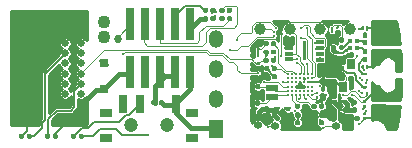
<source format=gbl>
G04 #@! TF.GenerationSoftware,KiCad,Pcbnew,(5.1.6)-1*
G04 #@! TF.CreationDate,2020-12-05T12:50:12+08:00*
G04 #@! TF.ProjectId,qomu-board,716f6d75-2d62-46f6-9172-642e6b696361,rev?*
G04 #@! TF.SameCoordinates,Original*
G04 #@! TF.FileFunction,Copper,L4,Bot*
G04 #@! TF.FilePolarity,Positive*
%FSLAX46Y46*%
G04 Gerber Fmt 4.6, Leading zero omitted, Abs format (unit mm)*
G04 Created by KiCad (PCBNEW (5.1.6)-1) date 2020-12-05 12:50:12*
%MOMM*%
%LPD*%
G01*
G04 APERTURE LIST*
G04 #@! TA.AperFunction,SMDPad,CuDef*
%ADD10C,0.100000*%
G04 #@! TD*
G04 #@! TA.AperFunction,Conductor*
%ADD11C,0.100000*%
G04 #@! TD*
G04 #@! TA.AperFunction,SMDPad,CuDef*
%ADD12O,0.600000X0.750000*%
G04 #@! TD*
G04 #@! TA.AperFunction,SMDPad,CuDef*
%ADD13R,0.700000X0.900000*%
G04 #@! TD*
G04 #@! TA.AperFunction,SMDPad,CuDef*
%ADD14R,0.740000X2.790000*%
G04 #@! TD*
G04 #@! TA.AperFunction,SMDPad,CuDef*
%ADD15R,0.400000X0.400000*%
G04 #@! TD*
G04 #@! TA.AperFunction,ComponentPad*
%ADD16R,1.250000X1.500000*%
G04 #@! TD*
G04 #@! TA.AperFunction,ComponentPad*
%ADD17O,1.250000X1.500000*%
G04 #@! TD*
G04 #@! TA.AperFunction,ComponentPad*
%ADD18O,1.700000X0.900000*%
G04 #@! TD*
G04 #@! TA.AperFunction,ComponentPad*
%ADD19O,2.400000X0.900000*%
G04 #@! TD*
G04 #@! TA.AperFunction,ComponentPad*
%ADD20C,0.650000*%
G04 #@! TD*
G04 #@! TA.AperFunction,SMDPad,CuDef*
%ADD21R,0.270000X0.180000*%
G04 #@! TD*
G04 #@! TA.AperFunction,SMDPad,CuDef*
%ADD22R,0.270000X0.520000*%
G04 #@! TD*
G04 #@! TA.AperFunction,SMDPad,CuDef*
%ADD23R,0.180000X0.270000*%
G04 #@! TD*
G04 #@! TA.AperFunction,SMDPad,CuDef*
%ADD24R,0.520000X0.270000*%
G04 #@! TD*
G04 #@! TA.AperFunction,SMDPad,CuDef*
%ADD25R,1.140000X0.575000*%
G04 #@! TD*
G04 #@! TA.AperFunction,ComponentPad*
%ADD26C,1.100000*%
G04 #@! TD*
G04 #@! TA.AperFunction,SMDPad,CuDef*
%ADD27R,0.700000X1.500000*%
G04 #@! TD*
G04 #@! TA.AperFunction,ComponentPad*
%ADD28C,1.200000*%
G04 #@! TD*
G04 #@! TA.AperFunction,SMDPad,CuDef*
%ADD29R,1.000000X0.800000*%
G04 #@! TD*
G04 #@! TA.AperFunction,SMDPad,CuDef*
%ADD30R,0.150000X0.900000*%
G04 #@! TD*
G04 #@! TA.AperFunction,SMDPad,CuDef*
%ADD31R,0.670000X0.300000*%
G04 #@! TD*
G04 #@! TA.AperFunction,SMDPad,CuDef*
%ADD32O,0.750000X0.600000*%
G04 #@! TD*
G04 #@! TA.AperFunction,SMDPad,CuDef*
%ADD33C,0.211000*%
G04 #@! TD*
G04 #@! TA.AperFunction,SMDPad,CuDef*
%ADD34C,1.000000*%
G04 #@! TD*
G04 #@! TA.AperFunction,SMDPad,CuDef*
%ADD35R,0.800000X0.800000*%
G04 #@! TD*
G04 #@! TA.AperFunction,SMDPad,CuDef*
%ADD36C,0.100000*%
G04 #@! TD*
G04 #@! TA.AperFunction,ViaPad*
%ADD37C,0.250000*%
G04 #@! TD*
G04 #@! TA.AperFunction,Conductor*
%ADD38C,0.200000*%
G04 #@! TD*
G04 #@! TA.AperFunction,Conductor*
%ADD39C,0.400000*%
G04 #@! TD*
G04 #@! TA.AperFunction,Conductor*
%ADD40C,0.150000*%
G04 #@! TD*
G04 #@! TA.AperFunction,Conductor*
%ADD41C,0.254000*%
G04 #@! TD*
G04 APERTURE END LIST*
G04 #@! TA.AperFunction,SMDPad,CuDef*
D10*
G36*
X39939878Y-25406000D02*
G01*
X40350000Y-24995878D01*
X40760122Y-25406000D01*
X40350000Y-25816122D01*
X39939878Y-25406000D01*
G37*
G04 #@! TD.AperFunction*
G04 #@! TA.AperFunction,Conductor*
D11*
G36*
X40150000Y-25026711D02*
G01*
X39940711Y-25236000D01*
X39690000Y-25236000D01*
X39690000Y-24926000D01*
X40150000Y-24926000D01*
X40150000Y-25026711D01*
G37*
G04 #@! TD.AperFunction*
G04 #@! TA.AperFunction,Conductor*
G36*
X41010000Y-25236000D02*
G01*
X40759289Y-25236000D01*
X40550000Y-25026711D01*
X40550000Y-24926000D01*
X41010000Y-24926000D01*
X41010000Y-25236000D01*
G37*
G04 #@! TD.AperFunction*
G04 #@! TA.AperFunction,Conductor*
G36*
X41010000Y-25886000D02*
G01*
X40550000Y-25886000D01*
X40550000Y-25785289D01*
X40759289Y-25576000D01*
X41010000Y-25576000D01*
X41010000Y-25886000D01*
G37*
G04 #@! TD.AperFunction*
G04 #@! TA.AperFunction,Conductor*
G36*
X40150000Y-25785289D02*
G01*
X40150000Y-25886000D01*
X39690000Y-25886000D01*
X39690000Y-25576000D01*
X39940711Y-25576000D01*
X40150000Y-25785289D01*
G37*
G04 #@! TD.AperFunction*
G04 #@! TA.AperFunction,SMDPad,CuDef*
D10*
G36*
X35940122Y-26050000D02*
G01*
X35530000Y-26460122D01*
X35119878Y-26050000D01*
X35530000Y-25639878D01*
X35940122Y-26050000D01*
G37*
G04 #@! TD.AperFunction*
G04 #@! TA.AperFunction,Conductor*
D11*
G36*
X35730000Y-26429289D02*
G01*
X35939289Y-26220000D01*
X36190000Y-26220000D01*
X36190000Y-26530000D01*
X35730000Y-26530000D01*
X35730000Y-26429289D01*
G37*
G04 #@! TD.AperFunction*
G04 #@! TA.AperFunction,Conductor*
G36*
X34870000Y-26220000D02*
G01*
X35120711Y-26220000D01*
X35330000Y-26429289D01*
X35330000Y-26530000D01*
X34870000Y-26530000D01*
X34870000Y-26220000D01*
G37*
G04 #@! TD.AperFunction*
G04 #@! TA.AperFunction,Conductor*
G36*
X34870000Y-25570000D02*
G01*
X35330000Y-25570000D01*
X35330000Y-25670711D01*
X35120711Y-25880000D01*
X34870000Y-25880000D01*
X34870000Y-25570000D01*
G37*
G04 #@! TD.AperFunction*
G04 #@! TA.AperFunction,Conductor*
G36*
X35730000Y-25670711D02*
G01*
X35730000Y-25570000D01*
X36190000Y-25570000D01*
X36190000Y-25880000D01*
X35939289Y-25880000D01*
X35730000Y-25670711D01*
G37*
G04 #@! TD.AperFunction*
D12*
X21675000Y-19775000D03*
D13*
X40050000Y-21900000D03*
X41350000Y-21900000D03*
X40700000Y-23800000D03*
D14*
X22685000Y-18535000D03*
X22685000Y-22605000D03*
X23955000Y-18535000D03*
X23955000Y-22605000D03*
X25225000Y-18535000D03*
X25225000Y-22605000D03*
X26495000Y-18535000D03*
X26495000Y-22605000D03*
X27765000Y-18535000D03*
X27765000Y-22605000D03*
G04 #@! TA.AperFunction,SMDPad,CuDef*
G36*
G01*
X38000000Y-25570000D02*
X38000000Y-25370000D01*
G75*
G02*
X38100000Y-25270000I100000J0D01*
G01*
X38360000Y-25270000D01*
G75*
G02*
X38460000Y-25370000I0J-100000D01*
G01*
X38460000Y-25570000D01*
G75*
G02*
X38360000Y-25670000I-100000J0D01*
G01*
X38100000Y-25670000D01*
G75*
G02*
X38000000Y-25570000I0J100000D01*
G01*
G37*
G04 #@! TD.AperFunction*
G04 #@! TA.AperFunction,SMDPad,CuDef*
G36*
G01*
X38640000Y-25570000D02*
X38640000Y-25370000D01*
G75*
G02*
X38740000Y-25270000I100000J0D01*
G01*
X39000000Y-25270000D01*
G75*
G02*
X39100000Y-25370000I0J-100000D01*
G01*
X39100000Y-25570000D01*
G75*
G02*
X39000000Y-25670000I-100000J0D01*
G01*
X38740000Y-25670000D01*
G75*
G02*
X38640000Y-25570000I0J100000D01*
G01*
G37*
G04 #@! TD.AperFunction*
G04 #@! TA.AperFunction,SMDPad,CuDef*
G36*
G01*
X36600000Y-25570000D02*
X36600000Y-25370000D01*
G75*
G02*
X36700000Y-25270000I100000J0D01*
G01*
X36960000Y-25270000D01*
G75*
G02*
X37060000Y-25370000I0J-100000D01*
G01*
X37060000Y-25570000D01*
G75*
G02*
X36960000Y-25670000I-100000J0D01*
G01*
X36700000Y-25670000D01*
G75*
G02*
X36600000Y-25570000I0J100000D01*
G01*
G37*
G04 #@! TD.AperFunction*
G04 #@! TA.AperFunction,SMDPad,CuDef*
G36*
G01*
X37240000Y-25570000D02*
X37240000Y-25370000D01*
G75*
G02*
X37340000Y-25270000I100000J0D01*
G01*
X37600000Y-25270000D01*
G75*
G02*
X37700000Y-25370000I0J-100000D01*
G01*
X37700000Y-25570000D01*
G75*
G02*
X37600000Y-25670000I-100000J0D01*
G01*
X37340000Y-25670000D01*
G75*
G02*
X37240000Y-25570000I0J100000D01*
G01*
G37*
G04 #@! TD.AperFunction*
D15*
X41873000Y-19970000D03*
X41273000Y-19970000D03*
X41873000Y-20570000D03*
X41273000Y-20570000D03*
D16*
X29946000Y-27370000D03*
D17*
X29946000Y-24830000D03*
X29946000Y-22290000D03*
X29946000Y-19750000D03*
D18*
X14165000Y-26595000D03*
X14165000Y-17945000D03*
D19*
X17545000Y-26595000D03*
X17545000Y-17941000D03*
D20*
X17175000Y-23545000D03*
X17175000Y-21845000D03*
X17175000Y-24395000D03*
X17175000Y-20995000D03*
X17175000Y-22695000D03*
X17175000Y-19295000D03*
X17175000Y-20145000D03*
X17175000Y-25245000D03*
X18525000Y-20995000D03*
X18525000Y-19295000D03*
X18525000Y-20145000D03*
X18525000Y-22695000D03*
X18525000Y-21845000D03*
X18525000Y-23545000D03*
X18525000Y-24395000D03*
X18525000Y-25245000D03*
D21*
X40225000Y-18795000D03*
X40225000Y-19145000D03*
D22*
X39725000Y-18970000D03*
D23*
X42675000Y-23225000D03*
X42325000Y-23225000D03*
D24*
X42500000Y-22725000D03*
D23*
X42675000Y-24375000D03*
X42325000Y-24375000D03*
D24*
X42500000Y-23875000D03*
D25*
X34648000Y-23880000D03*
X34648000Y-24705000D03*
D26*
X20460000Y-18345000D03*
X20460000Y-19615000D03*
D27*
X22020000Y-25270000D03*
X26520000Y-25270000D03*
X23520000Y-25270000D03*
D28*
X25770000Y-27020000D03*
X22770000Y-27020000D03*
D29*
X27920000Y-28120000D03*
X27920000Y-26020000D03*
X20620000Y-26020000D03*
X20620000Y-28120000D03*
D30*
X37448000Y-20361000D03*
X37448000Y-21161000D03*
X37348000Y-20361000D03*
X37348000Y-21161000D03*
D31*
X38723000Y-21511000D03*
X38723000Y-21011000D03*
X38723000Y-20511000D03*
X38723000Y-20011000D03*
X36073000Y-20011000D03*
X36073000Y-20511000D03*
X36073000Y-21011000D03*
X36073000Y-21501000D03*
D32*
X33500000Y-27050000D03*
X40125000Y-27150800D03*
D33*
X36000000Y-24495000D03*
X36000000Y-24145000D03*
X36000000Y-23795000D03*
X36000000Y-23445000D03*
X36000000Y-23095000D03*
X36000000Y-22745000D03*
X36350000Y-24495000D03*
X36350000Y-24145000D03*
X36350000Y-23795000D03*
X36350000Y-23445000D03*
X36350000Y-23095000D03*
X36350000Y-22745000D03*
X36700000Y-24495000D03*
X36700000Y-24145000D03*
X36700000Y-23795000D03*
X36700000Y-23445000D03*
X36700000Y-23095000D03*
X36700000Y-22745000D03*
X37050000Y-24495000D03*
X37050000Y-24145000D03*
X37050000Y-23795000D03*
X37050000Y-23445000D03*
X37050000Y-23095000D03*
X37050000Y-22745000D03*
X37400000Y-24495000D03*
X37400000Y-24145000D03*
X37400000Y-23795000D03*
X37400000Y-23445000D03*
X37400000Y-23095000D03*
X37400000Y-22745000D03*
X37750000Y-24495000D03*
X37750000Y-24145000D03*
X37750000Y-23795000D03*
X37750000Y-23445000D03*
X37750000Y-23095000D03*
X37750000Y-22745000D03*
X38100000Y-24495000D03*
X38100000Y-24145000D03*
X38100000Y-23795000D03*
X38100000Y-23445000D03*
X38100000Y-23095000D03*
X38100000Y-22745000D03*
D34*
X36170000Y-18950000D03*
X33630000Y-18950000D03*
X38710000Y-18950000D03*
X41250000Y-18950000D03*
G04 #@! TA.AperFunction,SMDPad,CuDef*
G36*
G01*
X16550000Y-27900000D02*
X16550000Y-28100000D01*
G75*
G02*
X16450000Y-28200000I-100000J0D01*
G01*
X16190000Y-28200000D01*
G75*
G02*
X16090000Y-28100000I0J100000D01*
G01*
X16090000Y-27900000D01*
G75*
G02*
X16190000Y-27800000I100000J0D01*
G01*
X16450000Y-27800000D01*
G75*
G02*
X16550000Y-27900000I0J-100000D01*
G01*
G37*
G04 #@! TD.AperFunction*
G04 #@! TA.AperFunction,SMDPad,CuDef*
G36*
G01*
X15910000Y-27900000D02*
X15910000Y-28100000D01*
G75*
G02*
X15810000Y-28200000I-100000J0D01*
G01*
X15550000Y-28200000D01*
G75*
G02*
X15450000Y-28100000I0J100000D01*
G01*
X15450000Y-27900000D01*
G75*
G02*
X15550000Y-27800000I100000J0D01*
G01*
X15810000Y-27800000D01*
G75*
G02*
X15910000Y-27900000I0J-100000D01*
G01*
G37*
G04 #@! TD.AperFunction*
G04 #@! TA.AperFunction,SMDPad,CuDef*
G36*
G01*
X13250000Y-28100000D02*
X13250000Y-27900000D01*
G75*
G02*
X13350000Y-27800000I100000J0D01*
G01*
X13610000Y-27800000D01*
G75*
G02*
X13710000Y-27900000I0J-100000D01*
G01*
X13710000Y-28100000D01*
G75*
G02*
X13610000Y-28200000I-100000J0D01*
G01*
X13350000Y-28200000D01*
G75*
G02*
X13250000Y-28100000I0J100000D01*
G01*
G37*
G04 #@! TD.AperFunction*
G04 #@! TA.AperFunction,SMDPad,CuDef*
G36*
G01*
X13890000Y-28100000D02*
X13890000Y-27900000D01*
G75*
G02*
X13990000Y-27800000I100000J0D01*
G01*
X14250000Y-27800000D01*
G75*
G02*
X14350000Y-27900000I0J-100000D01*
G01*
X14350000Y-28100000D01*
G75*
G02*
X14250000Y-28200000I-100000J0D01*
G01*
X13990000Y-28200000D01*
G75*
G02*
X13890000Y-28100000I0J100000D01*
G01*
G37*
G04 #@! TD.AperFunction*
D35*
X20425000Y-24020000D03*
X20425000Y-21770000D03*
G04 #@! TA.AperFunction,SMDPad,CuDef*
G36*
G01*
X31310000Y-17240000D02*
X31310000Y-17440000D01*
G75*
G02*
X31210000Y-17540000I-100000J0D01*
G01*
X30950000Y-17540000D01*
G75*
G02*
X30850000Y-17440000I0J100000D01*
G01*
X30850000Y-17240000D01*
G75*
G02*
X30950000Y-17140000I100000J0D01*
G01*
X31210000Y-17140000D01*
G75*
G02*
X31310000Y-17240000I0J-100000D01*
G01*
G37*
G04 #@! TD.AperFunction*
G04 #@! TA.AperFunction,SMDPad,CuDef*
G36*
G01*
X30670000Y-17240000D02*
X30670000Y-17440000D01*
G75*
G02*
X30570000Y-17540000I-100000J0D01*
G01*
X30310000Y-17540000D01*
G75*
G02*
X30210000Y-17440000I0J100000D01*
G01*
X30210000Y-17240000D01*
G75*
G02*
X30310000Y-17140000I100000J0D01*
G01*
X30570000Y-17140000D01*
G75*
G02*
X30670000Y-17240000I0J-100000D01*
G01*
G37*
G04 #@! TD.AperFunction*
G04 #@! TA.AperFunction,SMDPad,CuDef*
G36*
G01*
X30210000Y-18145000D02*
X30210000Y-17945000D01*
G75*
G02*
X30310000Y-17845000I100000J0D01*
G01*
X30570000Y-17845000D01*
G75*
G02*
X30670000Y-17945000I0J-100000D01*
G01*
X30670000Y-18145000D01*
G75*
G02*
X30570000Y-18245000I-100000J0D01*
G01*
X30310000Y-18245000D01*
G75*
G02*
X30210000Y-18145000I0J100000D01*
G01*
G37*
G04 #@! TD.AperFunction*
G04 #@! TA.AperFunction,SMDPad,CuDef*
G36*
G01*
X30850000Y-18145000D02*
X30850000Y-17945000D01*
G75*
G02*
X30950000Y-17845000I100000J0D01*
G01*
X31210000Y-17845000D01*
G75*
G02*
X31310000Y-17945000I0J-100000D01*
G01*
X31310000Y-18145000D01*
G75*
G02*
X31210000Y-18245000I-100000J0D01*
G01*
X30950000Y-18245000D01*
G75*
G02*
X30850000Y-18145000I0J100000D01*
G01*
G37*
G04 #@! TD.AperFunction*
D32*
X34950000Y-27100800D03*
G04 #@! TA.AperFunction,SMDPad,CuDef*
G36*
G01*
X39100000Y-26070000D02*
X39100000Y-26270000D01*
G75*
G02*
X39000000Y-26370000I-100000J0D01*
G01*
X38740000Y-26370000D01*
G75*
G02*
X38640000Y-26270000I0J100000D01*
G01*
X38640000Y-26070000D01*
G75*
G02*
X38740000Y-25970000I100000J0D01*
G01*
X39000000Y-25970000D01*
G75*
G02*
X39100000Y-26070000I0J-100000D01*
G01*
G37*
G04 #@! TD.AperFunction*
G04 #@! TA.AperFunction,SMDPad,CuDef*
G36*
G01*
X38460000Y-26070000D02*
X38460000Y-26270000D01*
G75*
G02*
X38360000Y-26370000I-100000J0D01*
G01*
X38100000Y-26370000D01*
G75*
G02*
X38000000Y-26270000I0J100000D01*
G01*
X38000000Y-26070000D01*
G75*
G02*
X38100000Y-25970000I100000J0D01*
G01*
X38360000Y-25970000D01*
G75*
G02*
X38460000Y-26070000I0J-100000D01*
G01*
G37*
G04 #@! TD.AperFunction*
G04 #@! TA.AperFunction,SMDPad,CuDef*
G36*
G01*
X35100000Y-22170000D02*
X35100000Y-22370000D01*
G75*
G02*
X35000000Y-22470000I-100000J0D01*
G01*
X34740000Y-22470000D01*
G75*
G02*
X34640000Y-22370000I0J100000D01*
G01*
X34640000Y-22170000D01*
G75*
G02*
X34740000Y-22070000I100000J0D01*
G01*
X35000000Y-22070000D01*
G75*
G02*
X35100000Y-22170000I0J-100000D01*
G01*
G37*
G04 #@! TD.AperFunction*
G04 #@! TA.AperFunction,SMDPad,CuDef*
G36*
G01*
X34460000Y-22170000D02*
X34460000Y-22370000D01*
G75*
G02*
X34360000Y-22470000I-100000J0D01*
G01*
X34100000Y-22470000D01*
G75*
G02*
X34000000Y-22370000I0J100000D01*
G01*
X34000000Y-22170000D01*
G75*
G02*
X34100000Y-22070000I100000J0D01*
G01*
X34360000Y-22070000D01*
G75*
G02*
X34460000Y-22170000I0J-100000D01*
G01*
G37*
G04 #@! TD.AperFunction*
G04 #@! TA.AperFunction,SMDPad,CuDef*
G36*
G01*
X33550000Y-25420000D02*
X33350000Y-25420000D01*
G75*
G02*
X33250000Y-25320000I0J100000D01*
G01*
X33250000Y-25060000D01*
G75*
G02*
X33350000Y-24960000I100000J0D01*
G01*
X33550000Y-24960000D01*
G75*
G02*
X33650000Y-25060000I0J-100000D01*
G01*
X33650000Y-25320000D01*
G75*
G02*
X33550000Y-25420000I-100000J0D01*
G01*
G37*
G04 #@! TD.AperFunction*
G04 #@! TA.AperFunction,SMDPad,CuDef*
G36*
G01*
X33550000Y-24780000D02*
X33350000Y-24780000D01*
G75*
G02*
X33250000Y-24680000I0J100000D01*
G01*
X33250000Y-24420000D01*
G75*
G02*
X33350000Y-24320000I100000J0D01*
G01*
X33550000Y-24320000D01*
G75*
G02*
X33650000Y-24420000I0J-100000D01*
G01*
X33650000Y-24680000D01*
G75*
G02*
X33550000Y-24780000I-100000J0D01*
G01*
G37*
G04 #@! TD.AperFunction*
G04 #@! TA.AperFunction,SMDPad,CuDef*
G36*
G01*
X33560000Y-24020000D02*
X33360000Y-24020000D01*
G75*
G02*
X33260000Y-23920000I0J100000D01*
G01*
X33260000Y-23660000D01*
G75*
G02*
X33360000Y-23560000I100000J0D01*
G01*
X33560000Y-23560000D01*
G75*
G02*
X33660000Y-23660000I0J-100000D01*
G01*
X33660000Y-23920000D01*
G75*
G02*
X33560000Y-24020000I-100000J0D01*
G01*
G37*
G04 #@! TD.AperFunction*
G04 #@! TA.AperFunction,SMDPad,CuDef*
G36*
G01*
X33560000Y-23380000D02*
X33360000Y-23380000D01*
G75*
G02*
X33260000Y-23280000I0J100000D01*
G01*
X33260000Y-23020000D01*
G75*
G02*
X33360000Y-22920000I100000J0D01*
G01*
X33560000Y-22920000D01*
G75*
G02*
X33660000Y-23020000I0J-100000D01*
G01*
X33660000Y-23280000D01*
G75*
G02*
X33560000Y-23380000I-100000J0D01*
G01*
G37*
G04 #@! TD.AperFunction*
G04 #@! TA.AperFunction,SMDPad,CuDef*
G36*
G01*
X42650000Y-21720000D02*
X42450000Y-21720000D01*
G75*
G02*
X42350000Y-21620000I0J100000D01*
G01*
X42350000Y-21360000D01*
G75*
G02*
X42450000Y-21260000I100000J0D01*
G01*
X42650000Y-21260000D01*
G75*
G02*
X42750000Y-21360000I0J-100000D01*
G01*
X42750000Y-21620000D01*
G75*
G02*
X42650000Y-21720000I-100000J0D01*
G01*
G37*
G04 #@! TD.AperFunction*
G04 #@! TA.AperFunction,SMDPad,CuDef*
G36*
G01*
X42650000Y-21080000D02*
X42450000Y-21080000D01*
G75*
G02*
X42350000Y-20980000I0J100000D01*
G01*
X42350000Y-20720000D01*
G75*
G02*
X42450000Y-20620000I100000J0D01*
G01*
X42650000Y-20620000D01*
G75*
G02*
X42750000Y-20720000I0J-100000D01*
G01*
X42750000Y-20980000D01*
G75*
G02*
X42650000Y-21080000I-100000J0D01*
G01*
G37*
G04 #@! TD.AperFunction*
G04 #@! TA.AperFunction,SMDPad,CuDef*
G36*
G01*
X42450000Y-19860000D02*
X42650000Y-19860000D01*
G75*
G02*
X42750000Y-19960000I0J-100000D01*
G01*
X42750000Y-20220000D01*
G75*
G02*
X42650000Y-20320000I-100000J0D01*
G01*
X42450000Y-20320000D01*
G75*
G02*
X42350000Y-20220000I0J100000D01*
G01*
X42350000Y-19960000D01*
G75*
G02*
X42450000Y-19860000I100000J0D01*
G01*
G37*
G04 #@! TD.AperFunction*
G04 #@! TA.AperFunction,SMDPad,CuDef*
G36*
G01*
X42450000Y-19220000D02*
X42650000Y-19220000D01*
G75*
G02*
X42750000Y-19320000I0J-100000D01*
G01*
X42750000Y-19580000D01*
G75*
G02*
X42650000Y-19680000I-100000J0D01*
G01*
X42450000Y-19680000D01*
G75*
G02*
X42350000Y-19580000I0J100000D01*
G01*
X42350000Y-19320000D01*
G75*
G02*
X42450000Y-19220000I100000J0D01*
G01*
G37*
G04 #@! TD.AperFunction*
G04 #@! TA.AperFunction,SMDPad,CuDef*
G36*
G01*
X40450000Y-19620000D02*
X40650000Y-19620000D01*
G75*
G02*
X40750000Y-19720000I0J-100000D01*
G01*
X40750000Y-19980000D01*
G75*
G02*
X40650000Y-20080000I-100000J0D01*
G01*
X40450000Y-20080000D01*
G75*
G02*
X40350000Y-19980000I0J100000D01*
G01*
X40350000Y-19720000D01*
G75*
G02*
X40450000Y-19620000I100000J0D01*
G01*
G37*
G04 #@! TD.AperFunction*
G04 #@! TA.AperFunction,SMDPad,CuDef*
G36*
G01*
X40450000Y-20260000D02*
X40650000Y-20260000D01*
G75*
G02*
X40750000Y-20360000I0J-100000D01*
G01*
X40750000Y-20620000D01*
G75*
G02*
X40650000Y-20720000I-100000J0D01*
G01*
X40450000Y-20720000D01*
G75*
G02*
X40350000Y-20620000I0J100000D01*
G01*
X40350000Y-20360000D01*
G75*
G02*
X40450000Y-20260000I100000J0D01*
G01*
G37*
G04 #@! TD.AperFunction*
G04 #@! TA.AperFunction,SMDPad,CuDef*
G36*
G01*
X28810000Y-18145000D02*
X28810000Y-17945000D01*
G75*
G02*
X28910000Y-17845000I100000J0D01*
G01*
X29170000Y-17845000D01*
G75*
G02*
X29270000Y-17945000I0J-100000D01*
G01*
X29270000Y-18145000D01*
G75*
G02*
X29170000Y-18245000I-100000J0D01*
G01*
X28910000Y-18245000D01*
G75*
G02*
X28810000Y-18145000I0J100000D01*
G01*
G37*
G04 #@! TD.AperFunction*
G04 #@! TA.AperFunction,SMDPad,CuDef*
G36*
G01*
X29450000Y-18145000D02*
X29450000Y-17945000D01*
G75*
G02*
X29550000Y-17845000I100000J0D01*
G01*
X29810000Y-17845000D01*
G75*
G02*
X29910000Y-17945000I0J-100000D01*
G01*
X29910000Y-18145000D01*
G75*
G02*
X29810000Y-18245000I-100000J0D01*
G01*
X29550000Y-18245000D01*
G75*
G02*
X29450000Y-18145000I0J100000D01*
G01*
G37*
G04 #@! TD.AperFunction*
G04 #@! TA.AperFunction,SMDPad,CuDef*
G36*
G01*
X28810000Y-17440000D02*
X28810000Y-17240000D01*
G75*
G02*
X28910000Y-17140000I100000J0D01*
G01*
X29170000Y-17140000D01*
G75*
G02*
X29270000Y-17240000I0J-100000D01*
G01*
X29270000Y-17440000D01*
G75*
G02*
X29170000Y-17540000I-100000J0D01*
G01*
X28910000Y-17540000D01*
G75*
G02*
X28810000Y-17440000I0J100000D01*
G01*
G37*
G04 #@! TD.AperFunction*
G04 #@! TA.AperFunction,SMDPad,CuDef*
G36*
G01*
X29450000Y-17440000D02*
X29450000Y-17240000D01*
G75*
G02*
X29550000Y-17140000I100000J0D01*
G01*
X29810000Y-17140000D01*
G75*
G02*
X29910000Y-17240000I0J-100000D01*
G01*
X29910000Y-17440000D01*
G75*
G02*
X29810000Y-17540000I-100000J0D01*
G01*
X29550000Y-17540000D01*
G75*
G02*
X29450000Y-17440000I0J100000D01*
G01*
G37*
G04 #@! TD.AperFunction*
G04 #@! TA.AperFunction,SMDPad,CuDef*
G36*
G01*
X35038000Y-20770000D02*
X35038000Y-20970000D01*
G75*
G02*
X34938000Y-21070000I-100000J0D01*
G01*
X34678000Y-21070000D01*
G75*
G02*
X34578000Y-20970000I0J100000D01*
G01*
X34578000Y-20770000D01*
G75*
G02*
X34678000Y-20670000I100000J0D01*
G01*
X34938000Y-20670000D01*
G75*
G02*
X35038000Y-20770000I0J-100000D01*
G01*
G37*
G04 #@! TD.AperFunction*
G04 #@! TA.AperFunction,SMDPad,CuDef*
G36*
G01*
X34398000Y-20770000D02*
X34398000Y-20970000D01*
G75*
G02*
X34298000Y-21070000I-100000J0D01*
G01*
X34038000Y-21070000D01*
G75*
G02*
X33938000Y-20970000I0J100000D01*
G01*
X33938000Y-20770000D01*
G75*
G02*
X34038000Y-20670000I100000J0D01*
G01*
X34298000Y-20670000D01*
G75*
G02*
X34398000Y-20770000I0J-100000D01*
G01*
G37*
G04 #@! TD.AperFunction*
G04 #@! TA.AperFunction,SMDPad,CuDef*
G36*
G01*
X35038000Y-20070000D02*
X35038000Y-20270000D01*
G75*
G02*
X34938000Y-20370000I-100000J0D01*
G01*
X34678000Y-20370000D01*
G75*
G02*
X34578000Y-20270000I0J100000D01*
G01*
X34578000Y-20070000D01*
G75*
G02*
X34678000Y-19970000I100000J0D01*
G01*
X34938000Y-19970000D01*
G75*
G02*
X35038000Y-20070000I0J-100000D01*
G01*
G37*
G04 #@! TD.AperFunction*
G04 #@! TA.AperFunction,SMDPad,CuDef*
G36*
G01*
X34398000Y-20070000D02*
X34398000Y-20270000D01*
G75*
G02*
X34298000Y-20370000I-100000J0D01*
G01*
X34038000Y-20370000D01*
G75*
G02*
X33938000Y-20270000I0J100000D01*
G01*
X33938000Y-20070000D01*
G75*
G02*
X34038000Y-19970000I100000J0D01*
G01*
X34298000Y-19970000D01*
G75*
G02*
X34398000Y-20070000I0J-100000D01*
G01*
G37*
G04 #@! TD.AperFunction*
G04 #@! TA.AperFunction,SMDPad,CuDef*
G36*
G01*
X35038000Y-21470000D02*
X35038000Y-21670000D01*
G75*
G02*
X34938000Y-21770000I-100000J0D01*
G01*
X34678000Y-21770000D01*
G75*
G02*
X34578000Y-21670000I0J100000D01*
G01*
X34578000Y-21470000D01*
G75*
G02*
X34678000Y-21370000I100000J0D01*
G01*
X34938000Y-21370000D01*
G75*
G02*
X35038000Y-21470000I0J-100000D01*
G01*
G37*
G04 #@! TD.AperFunction*
G04 #@! TA.AperFunction,SMDPad,CuDef*
G36*
G01*
X34398000Y-21470000D02*
X34398000Y-21670000D01*
G75*
G02*
X34298000Y-21770000I-100000J0D01*
G01*
X34038000Y-21770000D01*
G75*
G02*
X33938000Y-21670000I0J100000D01*
G01*
X33938000Y-21470000D01*
G75*
G02*
X34038000Y-21370000I100000J0D01*
G01*
X34298000Y-21370000D01*
G75*
G02*
X34398000Y-21470000I0J-100000D01*
G01*
G37*
G04 #@! TD.AperFunction*
G04 #@! TA.AperFunction,SMDPad,CuDef*
G36*
G01*
X18750000Y-27900000D02*
X18750000Y-28100000D01*
G75*
G02*
X18650000Y-28200000I-100000J0D01*
G01*
X18390000Y-28200000D01*
G75*
G02*
X18290000Y-28100000I0J100000D01*
G01*
X18290000Y-27900000D01*
G75*
G02*
X18390000Y-27800000I100000J0D01*
G01*
X18650000Y-27800000D01*
G75*
G02*
X18750000Y-27900000I0J-100000D01*
G01*
G37*
G04 #@! TD.AperFunction*
G04 #@! TA.AperFunction,SMDPad,CuDef*
G36*
G01*
X18110000Y-27900000D02*
X18110000Y-28100000D01*
G75*
G02*
X18010000Y-28200000I-100000J0D01*
G01*
X17750000Y-28200000D01*
G75*
G02*
X17650000Y-28100000I0J100000D01*
G01*
X17650000Y-27900000D01*
G75*
G02*
X17750000Y-27800000I100000J0D01*
G01*
X18010000Y-27800000D01*
G75*
G02*
X18110000Y-27900000I0J-100000D01*
G01*
G37*
G04 #@! TD.AperFunction*
G04 #@! TA.AperFunction,SMDPad,CuDef*
G36*
G01*
X41000000Y-26620000D02*
X41000000Y-26420000D01*
G75*
G02*
X41100000Y-26320000I100000J0D01*
G01*
X41360000Y-26320000D01*
G75*
G02*
X41460000Y-26420000I0J-100000D01*
G01*
X41460000Y-26620000D01*
G75*
G02*
X41360000Y-26720000I-100000J0D01*
G01*
X41100000Y-26720000D01*
G75*
G02*
X41000000Y-26620000I0J100000D01*
G01*
G37*
G04 #@! TD.AperFunction*
G04 #@! TA.AperFunction,SMDPad,CuDef*
G36*
G01*
X41640000Y-26620000D02*
X41640000Y-26420000D01*
G75*
G02*
X41740000Y-26320000I100000J0D01*
G01*
X42000000Y-26320000D01*
G75*
G02*
X42100000Y-26420000I0J-100000D01*
G01*
X42100000Y-26620000D01*
G75*
G02*
X42000000Y-26720000I-100000J0D01*
G01*
X41740000Y-26720000D01*
G75*
G02*
X41640000Y-26620000I0J100000D01*
G01*
G37*
G04 #@! TD.AperFunction*
G04 #@! TA.AperFunction,SMDPad,CuDef*
G36*
G01*
X39100000Y-26770000D02*
X39100000Y-26970000D01*
G75*
G02*
X39000000Y-27070000I-100000J0D01*
G01*
X38740000Y-27070000D01*
G75*
G02*
X38640000Y-26970000I0J100000D01*
G01*
X38640000Y-26770000D01*
G75*
G02*
X38740000Y-26670000I100000J0D01*
G01*
X39000000Y-26670000D01*
G75*
G02*
X39100000Y-26770000I0J-100000D01*
G01*
G37*
G04 #@! TD.AperFunction*
G04 #@! TA.AperFunction,SMDPad,CuDef*
G36*
G01*
X38460000Y-26770000D02*
X38460000Y-26970000D01*
G75*
G02*
X38360000Y-27070000I-100000J0D01*
G01*
X38100000Y-27070000D01*
G75*
G02*
X38000000Y-26970000I0J100000D01*
G01*
X38000000Y-26770000D01*
G75*
G02*
X38100000Y-26670000I100000J0D01*
G01*
X38360000Y-26670000D01*
G75*
G02*
X38460000Y-26770000I0J-100000D01*
G01*
G37*
G04 #@! TD.AperFunction*
G04 #@! TA.AperFunction,SMDPad,CuDef*
G36*
G01*
X33610500Y-20720000D02*
X33425500Y-20720000D01*
G75*
G02*
X33368000Y-20662500I0J57500D01*
G01*
X33368000Y-20547500D01*
G75*
G02*
X33425500Y-20490000I57500J0D01*
G01*
X33610500Y-20490000D01*
G75*
G02*
X33668000Y-20547500I0J-57500D01*
G01*
X33668000Y-20662500D01*
G75*
G02*
X33610500Y-20720000I-57500J0D01*
G01*
G37*
G04 #@! TD.AperFunction*
G04 #@! TA.AperFunction,SMDPad,CuDef*
G36*
G01*
X33610500Y-20340000D02*
X33425500Y-20340000D01*
G75*
G02*
X33368000Y-20282500I0J57500D01*
G01*
X33368000Y-20167500D01*
G75*
G02*
X33425500Y-20110000I57500J0D01*
G01*
X33610500Y-20110000D01*
G75*
G02*
X33668000Y-20167500I0J-57500D01*
G01*
X33668000Y-20282500D01*
G75*
G02*
X33610500Y-20340000I-57500J0D01*
G01*
G37*
G04 #@! TD.AperFunction*
G04 #@! TA.AperFunction,SMDPad,CuDef*
G36*
G01*
X33435500Y-21730000D02*
X33620500Y-21730000D01*
G75*
G02*
X33678000Y-21787500I0J-57500D01*
G01*
X33678000Y-21902500D01*
G75*
G02*
X33620500Y-21960000I-57500J0D01*
G01*
X33435500Y-21960000D01*
G75*
G02*
X33378000Y-21902500I0J57500D01*
G01*
X33378000Y-21787500D01*
G75*
G02*
X33435500Y-21730000I57500J0D01*
G01*
G37*
G04 #@! TD.AperFunction*
G04 #@! TA.AperFunction,SMDPad,CuDef*
G36*
G01*
X33435500Y-22110000D02*
X33620500Y-22110000D01*
G75*
G02*
X33678000Y-22167500I0J-57500D01*
G01*
X33678000Y-22282500D01*
G75*
G02*
X33620500Y-22340000I-57500J0D01*
G01*
X33435500Y-22340000D01*
G75*
G02*
X33378000Y-22282500I0J57500D01*
G01*
X33378000Y-22167500D01*
G75*
G02*
X33435500Y-22110000I57500J0D01*
G01*
G37*
G04 #@! TD.AperFunction*
G04 #@! TA.AperFunction,SMDPad,CuDef*
G36*
G01*
X33457500Y-25830000D02*
X33642500Y-25830000D01*
G75*
G02*
X33700000Y-25887500I0J-57500D01*
G01*
X33700000Y-26002500D01*
G75*
G02*
X33642500Y-26060000I-57500J0D01*
G01*
X33457500Y-26060000D01*
G75*
G02*
X33400000Y-26002500I0J57500D01*
G01*
X33400000Y-25887500D01*
G75*
G02*
X33457500Y-25830000I57500J0D01*
G01*
G37*
G04 #@! TD.AperFunction*
G04 #@! TA.AperFunction,SMDPad,CuDef*
G36*
G01*
X33457500Y-26210000D02*
X33642500Y-26210000D01*
G75*
G02*
X33700000Y-26267500I0J-57500D01*
G01*
X33700000Y-26382500D01*
G75*
G02*
X33642500Y-26440000I-57500J0D01*
G01*
X33457500Y-26440000D01*
G75*
G02*
X33400000Y-26382500I0J57500D01*
G01*
X33400000Y-26267500D01*
G75*
G02*
X33457500Y-26210000I57500J0D01*
G01*
G37*
G04 #@! TD.AperFunction*
G04 #@! TA.AperFunction,SMDPad,CuDef*
G36*
G01*
X42592500Y-26625000D02*
X42407500Y-26625000D01*
G75*
G02*
X42350000Y-26567500I0J57500D01*
G01*
X42350000Y-26452500D01*
G75*
G02*
X42407500Y-26395000I57500J0D01*
G01*
X42592500Y-26395000D01*
G75*
G02*
X42650000Y-26452500I0J-57500D01*
G01*
X42650000Y-26567500D01*
G75*
G02*
X42592500Y-26625000I-57500J0D01*
G01*
G37*
G04 #@! TD.AperFunction*
G04 #@! TA.AperFunction,SMDPad,CuDef*
G36*
G01*
X42592500Y-26245000D02*
X42407500Y-26245000D01*
G75*
G02*
X42350000Y-26187500I0J57500D01*
G01*
X42350000Y-26072500D01*
G75*
G02*
X42407500Y-26015000I57500J0D01*
G01*
X42592500Y-26015000D01*
G75*
G02*
X42650000Y-26072500I0J-57500D01*
G01*
X42650000Y-26187500D01*
G75*
G02*
X42592500Y-26245000I-57500J0D01*
G01*
G37*
G04 #@! TD.AperFunction*
G04 #@! TA.AperFunction,SMDPad,CuDef*
G36*
G01*
X42855000Y-22057500D02*
X42855000Y-22242500D01*
G75*
G02*
X42797500Y-22300000I-57500J0D01*
G01*
X42682500Y-22300000D01*
G75*
G02*
X42625000Y-22242500I0J57500D01*
G01*
X42625000Y-22057500D01*
G75*
G02*
X42682500Y-22000000I57500J0D01*
G01*
X42797500Y-22000000D01*
G75*
G02*
X42855000Y-22057500I0J-57500D01*
G01*
G37*
G04 #@! TD.AperFunction*
G04 #@! TA.AperFunction,SMDPad,CuDef*
G36*
G01*
X42475000Y-22057500D02*
X42475000Y-22242500D01*
G75*
G02*
X42417500Y-22300000I-57500J0D01*
G01*
X42302500Y-22300000D01*
G75*
G02*
X42245000Y-22242500I0J57500D01*
G01*
X42245000Y-22057500D01*
G75*
G02*
X42302500Y-22000000I57500J0D01*
G01*
X42417500Y-22000000D01*
G75*
G02*
X42475000Y-22057500I0J-57500D01*
G01*
G37*
G04 #@! TD.AperFunction*
G04 #@! TA.AperFunction,SMDPad,CuDef*
G36*
G01*
X42407500Y-24965000D02*
X42592500Y-24965000D01*
G75*
G02*
X42650000Y-25022500I0J-57500D01*
G01*
X42650000Y-25137500D01*
G75*
G02*
X42592500Y-25195000I-57500J0D01*
G01*
X42407500Y-25195000D01*
G75*
G02*
X42350000Y-25137500I0J57500D01*
G01*
X42350000Y-25022500D01*
G75*
G02*
X42407500Y-24965000I57500J0D01*
G01*
G37*
G04 #@! TD.AperFunction*
G04 #@! TA.AperFunction,SMDPad,CuDef*
G36*
G01*
X42407500Y-25345000D02*
X42592500Y-25345000D01*
G75*
G02*
X42650000Y-25402500I0J-57500D01*
G01*
X42650000Y-25517500D01*
G75*
G02*
X42592500Y-25575000I-57500J0D01*
G01*
X42407500Y-25575000D01*
G75*
G02*
X42350000Y-25517500I0J57500D01*
G01*
X42350000Y-25402500D01*
G75*
G02*
X42407500Y-25345000I57500J0D01*
G01*
G37*
G04 #@! TD.AperFunction*
G04 #@! TA.AperFunction,SMDPad,CuDef*
G36*
G01*
X42855000Y-18727500D02*
X42855000Y-18912500D01*
G75*
G02*
X42797500Y-18970000I-57500J0D01*
G01*
X42682500Y-18970000D01*
G75*
G02*
X42625000Y-18912500I0J57500D01*
G01*
X42625000Y-18727500D01*
G75*
G02*
X42682500Y-18670000I57500J0D01*
G01*
X42797500Y-18670000D01*
G75*
G02*
X42855000Y-18727500I0J-57500D01*
G01*
G37*
G04 #@! TD.AperFunction*
G04 #@! TA.AperFunction,SMDPad,CuDef*
G36*
G01*
X42475000Y-18727500D02*
X42475000Y-18912500D01*
G75*
G02*
X42417500Y-18970000I-57500J0D01*
G01*
X42302500Y-18970000D01*
G75*
G02*
X42245000Y-18912500I0J57500D01*
G01*
X42245000Y-18727500D01*
G75*
G02*
X42302500Y-18670000I57500J0D01*
G01*
X42417500Y-18670000D01*
G75*
G02*
X42475000Y-18727500I0J-57500D01*
G01*
G37*
G04 #@! TD.AperFunction*
G04 #@! TA.AperFunction,SMDPad,CuDef*
G36*
G01*
X25550000Y-25070000D02*
X25550000Y-25270000D01*
G75*
G02*
X25450000Y-25370000I-100000J0D01*
G01*
X25190000Y-25370000D01*
G75*
G02*
X25090000Y-25270000I0J100000D01*
G01*
X25090000Y-25070000D01*
G75*
G02*
X25190000Y-24970000I100000J0D01*
G01*
X25450000Y-24970000D01*
G75*
G02*
X25550000Y-25070000I0J-100000D01*
G01*
G37*
G04 #@! TD.AperFunction*
G04 #@! TA.AperFunction,SMDPad,CuDef*
G36*
G01*
X24910000Y-25070000D02*
X24910000Y-25270000D01*
G75*
G02*
X24810000Y-25370000I-100000J0D01*
G01*
X24550000Y-25370000D01*
G75*
G02*
X24450000Y-25270000I0J100000D01*
G01*
X24450000Y-25070000D01*
G75*
G02*
X24550000Y-24970000I100000J0D01*
G01*
X24810000Y-24970000D01*
G75*
G02*
X24910000Y-25070000I0J-100000D01*
G01*
G37*
G04 #@! TD.AperFunction*
G04 #@! TA.AperFunction,SMDPad,CuDef*
G36*
G01*
X39600000Y-26620000D02*
X39600000Y-26420000D01*
G75*
G02*
X39700000Y-26320000I100000J0D01*
G01*
X39960000Y-26320000D01*
G75*
G02*
X40060000Y-26420000I0J-100000D01*
G01*
X40060000Y-26620000D01*
G75*
G02*
X39960000Y-26720000I-100000J0D01*
G01*
X39700000Y-26720000D01*
G75*
G02*
X39600000Y-26620000I0J100000D01*
G01*
G37*
G04 #@! TD.AperFunction*
G04 #@! TA.AperFunction,SMDPad,CuDef*
G36*
G01*
X40240000Y-26620000D02*
X40240000Y-26420000D01*
G75*
G02*
X40340000Y-26320000I100000J0D01*
G01*
X40600000Y-26320000D01*
G75*
G02*
X40700000Y-26420000I0J-100000D01*
G01*
X40700000Y-26620000D01*
G75*
G02*
X40600000Y-26720000I-100000J0D01*
G01*
X40340000Y-26720000D01*
G75*
G02*
X40240000Y-26620000I0J100000D01*
G01*
G37*
G04 #@! TD.AperFunction*
G04 #@! TA.AperFunction,SMDPad,CuDef*
G36*
G01*
X39100000Y-23470000D02*
X38900000Y-23470000D01*
G75*
G02*
X38800000Y-23370000I0J100000D01*
G01*
X38800000Y-23110000D01*
G75*
G02*
X38900000Y-23010000I100000J0D01*
G01*
X39100000Y-23010000D01*
G75*
G02*
X39200000Y-23110000I0J-100000D01*
G01*
X39200000Y-23370000D01*
G75*
G02*
X39100000Y-23470000I-100000J0D01*
G01*
G37*
G04 #@! TD.AperFunction*
G04 #@! TA.AperFunction,SMDPad,CuDef*
G36*
G01*
X39100000Y-22830000D02*
X38900000Y-22830000D01*
G75*
G02*
X38800000Y-22730000I0J100000D01*
G01*
X38800000Y-22470000D01*
G75*
G02*
X38900000Y-22370000I100000J0D01*
G01*
X39100000Y-22370000D01*
G75*
G02*
X39200000Y-22470000I0J-100000D01*
G01*
X39200000Y-22730000D01*
G75*
G02*
X39100000Y-22830000I-100000J0D01*
G01*
G37*
G04 #@! TD.AperFunction*
G04 #@! TA.AperFunction,SMDPad,CuDef*
G36*
G01*
X36600000Y-26270000D02*
X36600000Y-26070000D01*
G75*
G02*
X36700000Y-25970000I100000J0D01*
G01*
X36960000Y-25970000D01*
G75*
G02*
X37060000Y-26070000I0J-100000D01*
G01*
X37060000Y-26270000D01*
G75*
G02*
X36960000Y-26370000I-100000J0D01*
G01*
X36700000Y-26370000D01*
G75*
G02*
X36600000Y-26270000I0J100000D01*
G01*
G37*
G04 #@! TD.AperFunction*
G04 #@! TA.AperFunction,SMDPad,CuDef*
G36*
G01*
X37240000Y-26270000D02*
X37240000Y-26070000D01*
G75*
G02*
X37340000Y-25970000I100000J0D01*
G01*
X37600000Y-25970000D01*
G75*
G02*
X37700000Y-26070000I0J-100000D01*
G01*
X37700000Y-26270000D01*
G75*
G02*
X37600000Y-26370000I-100000J0D01*
G01*
X37340000Y-26370000D01*
G75*
G02*
X37240000Y-26270000I0J100000D01*
G01*
G37*
G04 #@! TD.AperFunction*
G04 #@! TA.AperFunction,SMDPad,CuDef*
G36*
G01*
X38900000Y-23770000D02*
X39100000Y-23770000D01*
G75*
G02*
X39200000Y-23870000I0J-100000D01*
G01*
X39200000Y-24130000D01*
G75*
G02*
X39100000Y-24230000I-100000J0D01*
G01*
X38900000Y-24230000D01*
G75*
G02*
X38800000Y-24130000I0J100000D01*
G01*
X38800000Y-23870000D01*
G75*
G02*
X38900000Y-23770000I100000J0D01*
G01*
G37*
G04 #@! TD.AperFunction*
G04 #@! TA.AperFunction,SMDPad,CuDef*
G36*
G01*
X38900000Y-24410000D02*
X39100000Y-24410000D01*
G75*
G02*
X39200000Y-24510000I0J-100000D01*
G01*
X39200000Y-24770000D01*
G75*
G02*
X39100000Y-24870000I-100000J0D01*
G01*
X38900000Y-24870000D01*
G75*
G02*
X38800000Y-24770000I0J100000D01*
G01*
X38800000Y-24510000D01*
G75*
G02*
X38900000Y-24410000I100000J0D01*
G01*
G37*
G04 #@! TD.AperFunction*
G04 #@! TA.AperFunction,SMDPad,CuDef*
G36*
G01*
X36600000Y-26970000D02*
X36600000Y-26770000D01*
G75*
G02*
X36700000Y-26670000I100000J0D01*
G01*
X36960000Y-26670000D01*
G75*
G02*
X37060000Y-26770000I0J-100000D01*
G01*
X37060000Y-26970000D01*
G75*
G02*
X36960000Y-27070000I-100000J0D01*
G01*
X36700000Y-27070000D01*
G75*
G02*
X36600000Y-26970000I0J100000D01*
G01*
G37*
G04 #@! TD.AperFunction*
G04 #@! TA.AperFunction,SMDPad,CuDef*
G36*
G01*
X37240000Y-26970000D02*
X37240000Y-26770000D01*
G75*
G02*
X37340000Y-26670000I100000J0D01*
G01*
X37600000Y-26670000D01*
G75*
G02*
X37700000Y-26770000I0J-100000D01*
G01*
X37700000Y-26970000D01*
G75*
G02*
X37600000Y-27070000I-100000J0D01*
G01*
X37340000Y-27070000D01*
G75*
G02*
X37240000Y-26970000I0J100000D01*
G01*
G37*
G04 #@! TD.AperFunction*
G04 #@! TA.AperFunction,SMDPad,CuDef*
G36*
G01*
X39750000Y-19620000D02*
X39950000Y-19620000D01*
G75*
G02*
X40050000Y-19720000I0J-100000D01*
G01*
X40050000Y-19980000D01*
G75*
G02*
X39950000Y-20080000I-100000J0D01*
G01*
X39750000Y-20080000D01*
G75*
G02*
X39650000Y-19980000I0J100000D01*
G01*
X39650000Y-19720000D01*
G75*
G02*
X39750000Y-19620000I100000J0D01*
G01*
G37*
G04 #@! TD.AperFunction*
G04 #@! TA.AperFunction,SMDPad,CuDef*
G36*
G01*
X39750000Y-20260000D02*
X39950000Y-20260000D01*
G75*
G02*
X40050000Y-20360000I0J-100000D01*
G01*
X40050000Y-20620000D01*
G75*
G02*
X39950000Y-20720000I-100000J0D01*
G01*
X39750000Y-20720000D01*
G75*
G02*
X39650000Y-20620000I0J100000D01*
G01*
X39650000Y-20360000D01*
G75*
G02*
X39750000Y-20260000I100000J0D01*
G01*
G37*
G04 #@! TD.AperFunction*
G04 #@! TA.AperFunction,SMDPad,CuDef*
G36*
G01*
X35100000Y-22870000D02*
X35100000Y-23070000D01*
G75*
G02*
X35000000Y-23170000I-100000J0D01*
G01*
X34740000Y-23170000D01*
G75*
G02*
X34640000Y-23070000I0J100000D01*
G01*
X34640000Y-22870000D01*
G75*
G02*
X34740000Y-22770000I100000J0D01*
G01*
X35000000Y-22770000D01*
G75*
G02*
X35100000Y-22870000I0J-100000D01*
G01*
G37*
G04 #@! TD.AperFunction*
G04 #@! TA.AperFunction,SMDPad,CuDef*
G36*
G01*
X34460000Y-22870000D02*
X34460000Y-23070000D01*
G75*
G02*
X34360000Y-23170000I-100000J0D01*
G01*
X34100000Y-23170000D01*
G75*
G02*
X34000000Y-23070000I0J100000D01*
G01*
X34000000Y-22870000D01*
G75*
G02*
X34100000Y-22770000I100000J0D01*
G01*
X34360000Y-22770000D01*
G75*
G02*
X34460000Y-22870000I0J-100000D01*
G01*
G37*
G04 #@! TD.AperFunction*
G04 #@! TA.AperFunction,SMDPad,CuDef*
G36*
G01*
X41750000Y-26020000D02*
X41550000Y-26020000D01*
G75*
G02*
X41450000Y-25920000I0J100000D01*
G01*
X41450000Y-25660000D01*
G75*
G02*
X41550000Y-25560000I100000J0D01*
G01*
X41750000Y-25560000D01*
G75*
G02*
X41850000Y-25660000I0J-100000D01*
G01*
X41850000Y-25920000D01*
G75*
G02*
X41750000Y-26020000I-100000J0D01*
G01*
G37*
G04 #@! TD.AperFunction*
G04 #@! TA.AperFunction,SMDPad,CuDef*
G36*
G01*
X41750000Y-25380000D02*
X41550000Y-25380000D01*
G75*
G02*
X41450000Y-25280000I0J100000D01*
G01*
X41450000Y-25020000D01*
G75*
G02*
X41550000Y-24920000I100000J0D01*
G01*
X41750000Y-24920000D01*
G75*
G02*
X41850000Y-25020000I0J-100000D01*
G01*
X41850000Y-25280000D01*
G75*
G02*
X41750000Y-25380000I-100000J0D01*
G01*
G37*
G04 #@! TD.AperFunction*
G04 #@! TA.AperFunction,SMDPad,CuDef*
G36*
G01*
X34100000Y-25470000D02*
X34300000Y-25470000D01*
G75*
G02*
X34400000Y-25570000I0J-100000D01*
G01*
X34400000Y-25830000D01*
G75*
G02*
X34300000Y-25930000I-100000J0D01*
G01*
X34100000Y-25930000D01*
G75*
G02*
X34000000Y-25830000I0J100000D01*
G01*
X34000000Y-25570000D01*
G75*
G02*
X34100000Y-25470000I100000J0D01*
G01*
G37*
G04 #@! TD.AperFunction*
G04 #@! TA.AperFunction,SMDPad,CuDef*
G36*
G01*
X34100000Y-26110000D02*
X34300000Y-26110000D01*
G75*
G02*
X34400000Y-26210000I0J-100000D01*
G01*
X34400000Y-26470000D01*
G75*
G02*
X34300000Y-26570000I-100000J0D01*
G01*
X34100000Y-26570000D01*
G75*
G02*
X34000000Y-26470000I0J100000D01*
G01*
X34000000Y-26210000D01*
G75*
G02*
X34100000Y-26110000I100000J0D01*
G01*
G37*
G04 #@! TD.AperFunction*
D36*
X43848000Y-19316000D03*
X43848000Y-21516000D03*
X43848000Y-24116000D03*
X43848000Y-26316000D03*
D37*
X36700000Y-23795000D03*
X37400000Y-23795000D03*
X37050000Y-23795000D03*
X37050000Y-23445000D03*
X37400000Y-23095000D03*
X39575000Y-19725000D03*
X37475000Y-25775000D03*
X37825000Y-25750000D03*
X37550000Y-26050000D03*
X38025000Y-26200000D03*
X35825000Y-26225000D03*
X35575000Y-26750000D03*
X34575000Y-26625000D03*
X34300000Y-26600000D03*
X33300000Y-24750000D03*
X36350000Y-19925000D03*
X36000000Y-19900000D03*
X41525000Y-23050000D03*
X39100000Y-22700000D03*
X42350000Y-25700000D03*
X42600000Y-25875000D03*
X40700000Y-26375000D03*
X41800000Y-25125000D03*
X41550000Y-25000000D03*
X39850000Y-25100000D03*
X25500000Y-22840000D03*
X26100000Y-22830000D03*
X22680000Y-22750000D03*
X22660000Y-22190000D03*
X40600000Y-23000000D03*
X39250000Y-24500000D03*
X40100000Y-19700000D03*
X33550000Y-19850000D03*
X33100000Y-20350000D03*
X33550000Y-23300000D03*
X39000000Y-24900000D03*
X38700000Y-25000000D03*
X35775000Y-26925000D03*
X42150000Y-23050000D03*
X42050000Y-24175000D03*
X42425000Y-22375000D03*
X42000000Y-18900000D03*
X29900000Y-17500000D03*
X36700000Y-24145000D03*
X37750000Y-23795000D03*
X36350000Y-23800000D03*
X39950000Y-20825000D03*
X41050000Y-20750000D03*
X36600000Y-25900000D03*
X36225000Y-25600000D03*
X36375000Y-20600000D03*
X35800000Y-20525000D03*
X36075000Y-20550000D03*
X38750000Y-21375000D03*
X38925000Y-21150000D03*
X27500000Y-22100000D03*
X29625000Y-17600000D03*
X29850000Y-17800000D03*
X29600000Y-17900000D03*
X27500000Y-21800000D03*
X27500000Y-22400000D03*
X27800000Y-22400000D03*
X27800000Y-22100000D03*
X34400000Y-22400000D03*
X34900000Y-23000000D03*
X20800000Y-22000000D03*
X38700000Y-23750000D03*
X20100000Y-21600000D03*
X40250000Y-20900000D03*
X40800000Y-20900000D03*
X36350000Y-23095000D03*
X34950000Y-21300000D03*
X36700000Y-23095000D03*
X43600000Y-19075000D03*
X35475000Y-21200000D03*
X35550000Y-19325000D03*
X42675000Y-19000000D03*
X37400000Y-24145000D03*
X42000000Y-26950000D03*
X43450000Y-26500000D03*
X35625000Y-23445000D03*
X43600000Y-23900000D03*
X41425000Y-24550000D03*
X43100000Y-22100000D03*
X43575000Y-21675000D03*
X38500000Y-24350000D03*
X36800000Y-21800000D03*
X40200000Y-18800000D03*
X38500000Y-24700000D03*
X40700000Y-24550000D03*
X36350000Y-23445000D03*
X42650000Y-23500000D03*
X34200000Y-21200000D03*
X33450000Y-21250000D03*
X22025000Y-21050000D03*
X22600000Y-19400000D03*
X33500000Y-22650000D03*
X34650000Y-22050000D03*
X41850000Y-21250000D03*
X37750000Y-23095000D03*
X38275000Y-20095000D03*
X41350000Y-18800000D03*
X37400000Y-23445000D03*
X38375000Y-20595000D03*
X37150000Y-18850000D03*
X34800000Y-19150000D03*
X36750000Y-21450000D03*
X38750000Y-19200000D03*
X37600000Y-21850000D03*
X40825000Y-25050000D03*
X34275000Y-25650000D03*
X35075000Y-25700000D03*
X34900000Y-26075000D03*
X40850000Y-25800000D03*
X41150000Y-25725000D03*
X34100000Y-25800000D03*
X34950000Y-20900000D03*
X37050000Y-23100000D03*
X30988000Y-17500000D03*
X31150000Y-20700000D03*
X37125000Y-19675000D03*
X34825000Y-19500000D03*
X30400000Y-18034000D03*
X31750000Y-19850000D03*
X37610000Y-18875000D03*
X34975000Y-18825000D03*
X37050000Y-24145000D03*
X27850000Y-19500000D03*
X39025000Y-27275000D03*
X26525000Y-19650000D03*
X33400000Y-27000000D03*
X37000000Y-24825000D03*
X42450000Y-19500000D03*
X40725000Y-22100000D03*
X23230000Y-24730000D03*
X41825000Y-26650000D03*
X37750000Y-24145000D03*
X37525000Y-24875000D03*
X38725000Y-26625000D03*
X34300000Y-27250000D03*
X24200000Y-27900000D03*
X34000000Y-23400000D03*
D38*
X37050000Y-23445000D02*
X37050000Y-23795000D01*
D11*
X39699999Y-19849999D02*
X39575000Y-19725000D01*
X39875000Y-19850000D02*
X39699999Y-19849999D01*
D39*
X39700000Y-19850000D02*
X39825000Y-19850000D01*
X39575000Y-19725000D02*
X39700000Y-19850000D01*
X35675000Y-26100000D02*
X35975000Y-26400000D01*
X35475000Y-26100000D02*
X35675000Y-26100000D01*
X33763462Y-26410000D02*
X33500000Y-26410000D01*
X34200000Y-26325000D02*
X33848462Y-26325000D01*
X33848462Y-26325000D02*
X33763462Y-26410000D01*
X40450000Y-26525000D02*
X40425000Y-26550000D01*
X41250000Y-26525000D02*
X40450000Y-26525000D01*
D38*
X40373790Y-25473790D02*
X40350000Y-25450000D01*
X40373790Y-26548790D02*
X40373790Y-25473790D01*
X40375000Y-26550000D02*
X40373790Y-26548790D01*
D39*
X40175000Y-25375000D02*
X39900000Y-25100000D01*
X40325000Y-25375000D02*
X40175000Y-25375000D01*
D38*
X33500000Y-20175000D02*
X33525000Y-20200000D01*
X33500000Y-19950000D02*
X33500000Y-20175000D01*
X33550001Y-23174999D02*
X33675000Y-23050000D01*
X33450000Y-23175000D02*
X33550001Y-23174999D01*
X33725000Y-23000000D02*
X33675000Y-23050000D01*
X34225000Y-23000000D02*
X33725000Y-23000000D01*
X33450000Y-24600000D02*
X33300000Y-24750000D01*
X33450000Y-24575000D02*
X33450000Y-24600000D01*
D11*
X42500000Y-25975000D02*
X42600000Y-25875000D01*
X42500000Y-26125000D02*
X42500000Y-25975000D01*
X42450000Y-25600000D02*
X42350000Y-25700000D01*
X42450000Y-25450000D02*
X42450000Y-25600000D01*
D38*
X33550000Y-23075000D02*
X33500000Y-23125000D01*
D39*
X19775000Y-24075000D02*
X18550000Y-25300000D01*
X20400000Y-24075000D02*
X19775000Y-24075000D01*
X24725000Y-23775000D02*
X24725000Y-25175000D01*
X26400000Y-22875000D02*
X25625000Y-22875000D01*
X25625000Y-22875000D02*
X24725000Y-23775000D01*
X21700000Y-22775000D02*
X20475000Y-24000000D01*
X22600000Y-22775000D02*
X21700000Y-22775000D01*
X38950000Y-24625000D02*
X38950000Y-24800000D01*
X25500000Y-22875000D02*
X25225000Y-22600000D01*
X25625000Y-22875000D02*
X25500000Y-22875000D01*
D38*
X16300000Y-27850000D02*
X17600000Y-26550000D01*
X16300000Y-27950000D02*
X16300000Y-27850000D01*
X13900000Y-27580000D02*
X13510000Y-27970000D01*
X13900000Y-26660000D02*
X13900000Y-27580000D01*
D40*
X39000000Y-24640000D02*
X39000000Y-24750000D01*
D39*
X39762162Y-19825000D02*
X39675000Y-19825000D01*
X40275000Y-19312162D02*
X39762162Y-19825000D01*
X40200000Y-19300000D02*
X40275000Y-19312162D01*
D38*
X39150000Y-24525000D02*
X39050000Y-24625000D01*
X39250000Y-24500000D02*
X39150000Y-24525000D01*
D11*
X33528000Y-22268000D02*
X34230000Y-22970000D01*
X33528000Y-22225000D02*
X33528000Y-22268000D01*
X33550000Y-20193000D02*
X33518000Y-20225000D01*
X33550000Y-19850000D02*
X33550000Y-20193000D01*
X33100000Y-20350000D02*
X33550000Y-20000000D01*
X33550000Y-20000000D02*
X33550000Y-19850000D01*
X33100000Y-20350000D02*
X33250000Y-20200000D01*
X33493000Y-20200000D02*
X33518000Y-20225000D01*
X33250000Y-20200000D02*
X33493000Y-20200000D01*
D39*
X37475000Y-25575000D02*
X37525000Y-25575000D01*
X38170000Y-26220000D02*
X37470000Y-25520000D01*
X38230000Y-26220000D02*
X38170000Y-26220000D01*
D38*
X38175000Y-26850000D02*
X38177545Y-26852545D01*
X37450000Y-26850000D02*
X38175000Y-26850000D01*
X37500000Y-26850000D02*
X37500000Y-26175000D01*
D40*
X38875000Y-25175000D02*
X38700000Y-25000000D01*
X38875000Y-25400000D02*
X38875000Y-25175000D01*
X38875000Y-25025000D02*
X38875000Y-25175000D01*
X39000000Y-24900000D02*
X38875000Y-25025000D01*
X33108790Y-24233790D02*
X33400000Y-24525000D01*
X33108790Y-23466210D02*
X33108790Y-24233790D01*
X33425000Y-23150000D02*
X33108790Y-23466210D01*
X33098790Y-24951210D02*
X33300000Y-24750000D01*
X33098790Y-25979265D02*
X33098790Y-24951210D01*
X33444525Y-26325000D02*
X33098790Y-25979265D01*
X33500000Y-26325000D02*
X33444525Y-26325000D01*
X37550000Y-26975000D02*
X37198799Y-27326201D01*
X36176201Y-27326201D02*
X35612500Y-26762500D01*
X37198799Y-27326201D02*
X36176201Y-27326201D01*
D39*
X35975000Y-26400000D02*
X35612500Y-26762500D01*
D38*
X40000000Y-21900000D02*
X40000000Y-22000000D01*
X40000000Y-22000000D02*
X39400000Y-22600000D01*
X39400000Y-22700000D02*
X40100000Y-22000000D01*
X39100000Y-22700000D02*
X39400000Y-22700000D01*
D11*
X33650000Y-19800000D02*
X33500000Y-19950000D01*
X42325000Y-23225000D02*
X42150000Y-23050000D01*
X42250000Y-24375000D02*
X42050000Y-24175000D01*
X42325000Y-24375000D02*
X42250000Y-24375000D01*
X42350000Y-22300000D02*
X42425000Y-22375000D01*
X42350000Y-22100000D02*
X42350000Y-22300000D01*
D38*
X42000000Y-18900000D02*
X42280000Y-18900000D01*
X42280000Y-18900000D02*
X42360000Y-18820000D01*
D11*
X39450001Y-18743223D02*
X39450001Y-19600001D01*
X39030577Y-18323799D02*
X39450001Y-18743223D01*
X39450001Y-19600001D02*
X39575000Y-19725000D01*
X35101201Y-19098799D02*
X35876201Y-18323799D01*
X35101201Y-19598799D02*
X34900000Y-19800000D01*
X35101201Y-19598799D02*
X34974999Y-19725001D01*
X35101201Y-19598799D02*
X35101201Y-19098799D01*
X35876201Y-18323799D02*
X39030577Y-18323799D01*
X34900000Y-19800000D02*
X33650000Y-19800000D01*
D39*
X39850000Y-20725000D02*
X39950000Y-20825000D01*
X39850000Y-20450000D02*
X39850000Y-20725000D01*
D38*
X40710623Y-20949999D02*
X40074999Y-20949999D01*
X41035622Y-20625000D02*
X40710623Y-20949999D01*
X40074999Y-20949999D02*
X39950000Y-20825000D01*
X41225000Y-20625000D02*
X41035622Y-20625000D01*
D39*
X36825000Y-26200000D02*
X36850000Y-26225000D01*
D11*
X38750000Y-21375000D02*
X38750000Y-21500000D01*
X38800000Y-21025000D02*
X38925000Y-21150000D01*
D39*
X27750000Y-23975000D02*
X26425000Y-25300000D01*
X27750000Y-23100000D02*
X27750000Y-23975000D01*
X25500000Y-25350000D02*
X25375000Y-25225000D01*
X26425000Y-25350000D02*
X25500000Y-25350000D01*
X26575000Y-26072162D02*
X26575000Y-25775000D01*
X27802838Y-27300000D02*
X26575000Y-26072162D01*
X29775000Y-27300000D02*
X27802838Y-27300000D01*
D11*
X29625000Y-17400000D02*
X29625000Y-17600000D01*
X29850000Y-17800000D02*
X29850000Y-17825000D01*
X29850000Y-17825000D02*
X29650000Y-18025000D01*
D38*
X29850000Y-17875000D02*
X29680000Y-18045000D01*
X29850000Y-17800000D02*
X29850000Y-17875000D01*
X29625000Y-17395000D02*
X29680000Y-17340000D01*
X29625000Y-17600000D02*
X29625000Y-17395000D01*
D40*
X34230000Y-22330000D02*
X34870000Y-22970000D01*
X34230000Y-22270000D02*
X34230000Y-22330000D01*
D11*
X38750000Y-23750000D02*
X39000000Y-24000000D01*
X38700000Y-23750000D02*
X38750000Y-23750000D01*
X36825000Y-26125000D02*
X36600000Y-25900000D01*
X36825000Y-26175000D02*
X36825000Y-26125000D01*
D38*
X36850000Y-26748799D02*
X36800000Y-26748799D01*
X36850000Y-26150000D02*
X36850000Y-26748799D01*
D11*
X36100001Y-25724999D02*
X36225000Y-25600000D01*
X36000000Y-25725000D02*
X36100001Y-25724999D01*
X34950000Y-21428000D02*
X34808000Y-21570000D01*
X34950000Y-21300000D02*
X34950000Y-21428000D01*
D38*
X43325000Y-18825000D02*
X43825000Y-19325000D01*
X42750000Y-18825000D02*
X43325000Y-18825000D01*
D11*
X35475000Y-19400000D02*
X35550000Y-19325000D01*
X35475000Y-21200000D02*
X35475000Y-19400000D01*
X42675000Y-19000000D02*
X42700000Y-18800000D01*
X42700000Y-18800000D02*
X42750000Y-18850000D01*
D38*
X43675000Y-26500000D02*
X43850000Y-26325000D01*
X42525000Y-26500000D02*
X43675000Y-26500000D01*
D11*
X42060000Y-26950000D02*
X42500000Y-26510000D01*
X42000000Y-26950000D02*
X42060000Y-26950000D01*
X42475000Y-26500000D02*
X42000000Y-26950000D01*
D38*
X43475000Y-24100000D02*
X43817499Y-24100000D01*
X43817499Y-24100000D02*
X43831075Y-24116029D01*
X42500000Y-25075000D02*
X43475000Y-24100000D01*
D11*
X35970000Y-23445000D02*
X35975000Y-23450000D01*
X35625000Y-23445000D02*
X35970000Y-23445000D01*
X43800000Y-24100000D02*
X43817499Y-24100000D01*
X43600000Y-23900000D02*
X43800000Y-24100000D01*
X42200000Y-25100000D02*
X42475000Y-25100000D01*
X41650000Y-24550000D02*
X42200000Y-25100000D01*
X41425000Y-24550000D02*
X41650000Y-24550000D01*
D38*
X43823426Y-21525000D02*
X43834526Y-21511895D01*
X43706350Y-21525000D02*
X43823426Y-21525000D01*
D11*
X38245000Y-24350000D02*
X38500000Y-24350000D01*
X38100000Y-24495000D02*
X38245000Y-24350000D01*
D38*
X43131350Y-22100000D02*
X43315675Y-21915675D01*
X42750000Y-22100000D02*
X43131350Y-22100000D01*
X43315675Y-21915675D02*
X43706350Y-21525000D01*
D11*
X37168299Y-22626701D02*
X37050000Y-22745000D01*
X37168299Y-22068299D02*
X37168299Y-22626701D01*
X36800000Y-21800000D02*
X36900000Y-21800000D01*
X36900000Y-21800000D02*
X37168299Y-22068299D01*
X38375001Y-24824999D02*
X38079999Y-24824999D01*
X38079999Y-24824999D02*
X37750000Y-24495000D01*
X38500000Y-24700000D02*
X38375001Y-24824999D01*
X42650000Y-24400000D02*
X42650000Y-24500000D01*
X42675000Y-24477162D02*
X42675000Y-24375000D01*
X42275000Y-24650000D02*
X42502162Y-24650000D01*
X42502162Y-24650000D02*
X42675000Y-24477162D01*
X40975000Y-24550000D02*
X41025000Y-24550000D01*
X40700000Y-24550000D02*
X40975000Y-24550000D01*
X41025000Y-24550000D02*
X41400000Y-24175000D01*
X41400000Y-24175000D02*
X41678222Y-24175000D01*
X42001611Y-24498389D02*
X42153222Y-24650000D01*
X42350000Y-24650000D02*
X42275000Y-24650000D01*
X42001611Y-24498389D02*
X42051201Y-24547979D01*
X42400000Y-24650000D02*
X42350000Y-24650000D01*
X42153222Y-24650000D02*
X42350000Y-24650000D01*
X41678222Y-24175000D02*
X42001611Y-24498389D01*
X42650000Y-23200000D02*
X42650000Y-23500000D01*
X34100000Y-21425000D02*
X34200000Y-21525000D01*
X34100000Y-20925000D02*
X34100000Y-21425000D01*
X33725000Y-21625000D02*
X33500000Y-21850000D01*
X34100000Y-21625000D02*
X33725000Y-21625000D01*
X33525000Y-21825000D02*
X33275000Y-21825000D01*
X33300000Y-21850000D02*
X33100000Y-21650000D01*
X33550000Y-21850000D02*
X33300000Y-21850000D01*
X33275000Y-21825000D02*
X33100000Y-21650000D01*
X32950000Y-21500000D02*
X33100000Y-21650000D01*
X30525000Y-20950000D02*
X31075000Y-21500000D01*
X29150802Y-20700000D02*
X29400802Y-20950000D01*
X31075000Y-21500000D02*
X32950000Y-21500000D01*
X30050000Y-20950000D02*
X30525000Y-20950000D01*
X29586000Y-20950000D02*
X30050000Y-20950000D01*
X29400802Y-20950000D02*
X29586000Y-20950000D01*
X18525000Y-22642838D02*
X18525000Y-22695000D01*
X21600000Y-20700000D02*
X20467838Y-20700000D01*
X21600000Y-20700000D02*
X29150802Y-20700000D01*
X20467838Y-20700000D02*
X18525000Y-22642838D01*
D38*
X34300000Y-21002000D02*
X34168000Y-20870000D01*
X34200000Y-21200000D02*
X34300000Y-21002000D01*
D11*
X33775000Y-20600000D02*
X33500000Y-20600000D01*
X34175000Y-20200000D02*
X33775000Y-20600000D01*
D38*
X33450000Y-20640000D02*
X33490000Y-20600000D01*
X33450000Y-21250000D02*
X33450000Y-20640000D01*
D11*
X36000000Y-22725000D02*
X35900000Y-22725000D01*
X35450000Y-22275000D02*
X34875000Y-22275000D01*
X35900000Y-22725000D02*
X35450000Y-22275000D01*
X29077814Y-20876210D02*
X22198790Y-20876210D01*
X29327814Y-21126210D02*
X29077814Y-20876210D01*
X30452012Y-21126210D02*
X29327814Y-21126210D01*
X31002012Y-21676210D02*
X30452012Y-21126210D01*
X33500000Y-22650000D02*
X32025000Y-22650000D01*
X22198790Y-20876210D02*
X22025000Y-21050000D01*
X32025000Y-22650000D02*
X31737500Y-22362500D01*
X31737500Y-22362500D02*
X31737500Y-22037500D01*
X31737500Y-22037500D02*
X31376210Y-21676210D01*
X31376210Y-21676210D02*
X31002012Y-21676210D01*
X34650000Y-22050000D02*
X34870000Y-22270000D01*
X41400000Y-21700000D02*
X41850000Y-21250000D01*
X41400000Y-21850000D02*
X41400000Y-21700000D01*
X21650000Y-19570000D02*
X22685000Y-18535000D01*
X36700000Y-21000000D02*
X36050000Y-21000000D01*
X36700000Y-21000000D02*
X37001201Y-21301201D01*
X37001201Y-21301201D02*
X37001201Y-21626201D01*
X37400000Y-22725000D02*
X37400000Y-22025000D01*
X36700000Y-19400000D02*
X36275000Y-18975000D01*
X36700000Y-21000000D02*
X36700000Y-19400000D01*
X37001201Y-21626201D02*
X37400000Y-22025000D01*
X38650000Y-20095000D02*
X38725000Y-20020000D01*
X38275000Y-20095000D02*
X38650000Y-20095000D01*
X41350000Y-18800000D02*
X41175000Y-18975000D01*
X41175000Y-18975000D02*
X41275000Y-18975000D01*
X38650000Y-20595000D02*
X38725000Y-20520000D01*
X38375000Y-20595000D02*
X38650000Y-20595000D01*
X39050000Y-20475000D02*
X38775000Y-20475000D01*
X39184201Y-19760039D02*
X39184201Y-20340799D01*
X38300000Y-19650000D02*
X39074162Y-19650000D01*
X37861201Y-19211201D02*
X38300000Y-19650000D01*
X39184201Y-20340799D02*
X39050000Y-20475000D01*
X37861201Y-18754423D02*
X37861201Y-19211201D01*
X37730577Y-18623799D02*
X37861201Y-18754423D01*
X39074162Y-19650000D02*
X39184201Y-19760039D01*
X37376201Y-18623799D02*
X37730577Y-18623799D01*
X37150000Y-18850000D02*
X37376201Y-18623799D01*
X33625000Y-18900000D02*
X34550000Y-18900000D01*
X34175000Y-18900000D02*
X33600000Y-18900000D01*
X34550000Y-18900000D02*
X34800000Y-19150000D01*
X35201201Y-20576201D02*
X34850000Y-20225000D01*
X36700000Y-22750000D02*
X36697918Y-22750000D01*
X36697918Y-22750000D02*
X36397918Y-22450000D01*
X36397918Y-22450000D02*
X35874198Y-22450000D01*
X35874198Y-22450000D02*
X35201201Y-21777003D01*
X35201201Y-21777003D02*
X35201201Y-20576201D01*
X36150000Y-21450000D02*
X36100000Y-21500000D01*
X36750000Y-21450000D02*
X36150000Y-21450000D01*
X37600000Y-22595000D02*
X37750000Y-22745000D01*
X37600000Y-21850000D02*
X37600000Y-22595000D01*
D39*
X40925000Y-25800000D02*
X40875000Y-25750000D01*
X41650000Y-25800000D02*
X40925000Y-25800000D01*
X41036332Y-25286332D02*
X40825000Y-25075000D01*
X41036332Y-25520412D02*
X41036332Y-25286332D01*
X40925000Y-25631744D02*
X41036332Y-25520412D01*
X40925000Y-25750000D02*
X40925000Y-25631744D01*
X34843668Y-25935588D02*
X34843668Y-26164412D01*
X35050000Y-25725000D02*
X35050000Y-25729256D01*
X35050000Y-25729256D02*
X34843668Y-25935588D01*
X34250000Y-25750000D02*
X34225000Y-25725000D01*
X35025000Y-25750000D02*
X34250000Y-25750000D01*
X33566210Y-25933790D02*
X33550000Y-25933790D01*
X34125000Y-25700000D02*
X33800000Y-25700000D01*
X33800000Y-25700000D02*
X33566210Y-25933790D01*
X34843668Y-26164412D02*
X35102128Y-26422872D01*
D11*
X40975000Y-23225000D02*
X40975000Y-22975000D01*
X40750000Y-23450000D02*
X40975000Y-23225000D01*
D38*
X37750000Y-23445000D02*
X38100000Y-23445000D01*
X38800000Y-23445000D02*
X39000000Y-23245000D01*
X38100000Y-23445000D02*
X38800000Y-23445000D01*
D39*
X39875000Y-25750000D02*
X39875000Y-26475000D01*
X39550000Y-25525000D02*
X39775000Y-25750000D01*
X39075000Y-23300000D02*
X39750000Y-23975000D01*
X39750000Y-23975000D02*
X39750000Y-24623791D01*
D38*
X39326201Y-25040599D02*
X39326201Y-25244577D01*
X39743009Y-24623791D02*
X39326201Y-25040599D01*
X39750000Y-24623791D02*
X39743009Y-24623791D01*
D11*
X38875000Y-26275000D02*
X38875000Y-26250000D01*
X38875000Y-26250000D02*
X38700000Y-26075000D01*
D39*
X39475000Y-26200000D02*
X39825000Y-26550000D01*
X38850000Y-26200000D02*
X39475000Y-26200000D01*
X39376210Y-25312832D02*
X39376210Y-25244577D01*
X39550000Y-25525000D02*
X39550000Y-25486622D01*
X39550000Y-25486622D02*
X39376210Y-25312832D01*
D38*
X39950000Y-23200000D02*
X40550000Y-23800000D01*
X39000000Y-23200000D02*
X39950000Y-23200000D01*
D11*
X34950000Y-20900000D02*
X34800000Y-20900000D01*
X30988000Y-17500000D02*
X31150000Y-17350000D01*
X31150000Y-17350000D02*
X31100000Y-17350000D01*
X38090000Y-21839360D02*
X38090000Y-22750000D01*
X37660000Y-21409360D02*
X38090000Y-21839360D01*
X37660000Y-19860000D02*
X37660000Y-21409360D01*
X31700000Y-20700000D02*
X31150000Y-20700000D01*
X32050000Y-20350000D02*
X31700000Y-20700000D01*
X32650000Y-20350000D02*
X32050000Y-20350000D01*
X33014111Y-19985889D02*
X32950000Y-20050000D01*
X32950000Y-20050000D02*
X32650000Y-20350000D01*
X37475000Y-19675000D02*
X37125000Y-19675000D01*
X37660000Y-19860000D02*
X37475000Y-19675000D01*
X32950000Y-20050000D02*
X33401201Y-19598799D01*
X34725000Y-19600000D02*
X34825000Y-19500000D01*
X33800000Y-19600000D02*
X34725000Y-19600000D01*
X33798799Y-19598799D02*
X33800000Y-19600000D01*
X33401201Y-19598799D02*
X33798799Y-19598799D01*
X30524999Y-18175001D02*
X30525000Y-18025000D01*
X30400000Y-18034000D02*
X30524999Y-18175001D01*
X38331701Y-21831863D02*
X38331701Y-22856217D01*
X37610000Y-18875000D02*
X37610000Y-19390000D01*
X38023799Y-19803799D02*
X38023799Y-21523961D01*
X38023799Y-21523961D02*
X38331701Y-21831863D01*
X37610000Y-19390000D02*
X38023799Y-19803799D01*
X31750000Y-19600000D02*
X32075000Y-19275000D01*
X32075000Y-19275000D02*
X32905000Y-19275000D01*
X32905000Y-19275000D02*
X32977500Y-19202500D01*
X31750000Y-19850000D02*
X31750000Y-19600000D01*
X33329423Y-18323799D02*
X34473799Y-18323799D01*
X34473799Y-18323799D02*
X34975000Y-18825000D01*
X32977500Y-18675722D02*
X33329423Y-18323799D01*
X32977500Y-19202500D02*
X32977500Y-18675722D01*
X38331701Y-22863299D02*
X38331701Y-22856217D01*
X38100000Y-23095000D02*
X38331701Y-22863299D01*
X27850000Y-18675000D02*
X27900000Y-18625000D01*
D39*
X28600000Y-18075000D02*
X27925000Y-18750000D01*
X29000000Y-18075000D02*
X28600000Y-18075000D01*
D11*
X39125000Y-27175000D02*
X39025000Y-27275000D01*
X40125000Y-27175000D02*
X39125000Y-27175000D01*
D40*
X26600000Y-17662838D02*
X26600000Y-17950000D01*
X27274039Y-16988799D02*
X26600000Y-17662838D01*
X28563799Y-16988799D02*
X27274039Y-16988799D01*
X29050000Y-17475000D02*
X28563799Y-16988799D01*
D11*
X33450000Y-27000000D02*
X33500000Y-27050000D01*
X33400000Y-27000000D02*
X33450000Y-27000000D01*
X37050000Y-24775000D02*
X37000000Y-24825000D01*
X37050000Y-24530000D02*
X37050000Y-24775000D01*
X23825000Y-20050000D02*
X24122580Y-20347580D01*
X23825000Y-19750000D02*
X23825000Y-20050000D01*
X24122580Y-20347580D02*
X28777420Y-20347580D01*
X28777420Y-20347580D02*
X29075000Y-20050000D01*
X29075000Y-20050000D02*
X29075000Y-19150000D01*
X29075000Y-19150000D02*
X29398790Y-18826210D01*
X31423790Y-18826210D02*
X31725000Y-18525000D01*
X29398790Y-18826210D02*
X31423790Y-18826210D01*
X31725000Y-17100000D02*
X31600000Y-16975000D01*
X31725000Y-18525000D02*
X31725000Y-17100000D01*
X30725000Y-16975000D02*
X30375000Y-17325000D01*
X31600000Y-16975000D02*
X30725000Y-16975000D01*
X25225000Y-20075000D02*
X25225000Y-19575000D01*
X28300000Y-20075000D02*
X25225000Y-20075000D01*
X28500000Y-19875000D02*
X28300000Y-20075000D01*
X31075000Y-18075000D02*
X30500000Y-18650000D01*
X31075000Y-18050000D02*
X31075000Y-18075000D01*
X28500000Y-19200000D02*
X28500000Y-19875000D01*
X30500000Y-18650000D02*
X29050000Y-18650000D01*
X29050000Y-18650000D02*
X28500000Y-19200000D01*
D38*
X42500000Y-21500000D02*
X42350000Y-21500000D01*
X42350000Y-21500000D02*
X42000000Y-21850000D01*
X42000000Y-21850000D02*
X42000000Y-22400000D01*
X42350000Y-22750000D02*
X42550000Y-22750000D01*
X42000000Y-22400000D02*
X42350000Y-22750000D01*
X40725000Y-22100000D02*
X40725000Y-22400000D01*
D11*
X42500000Y-23850000D02*
X42450000Y-23850000D01*
D38*
X41826201Y-23268363D02*
X42457838Y-23900000D01*
X40725000Y-22100000D02*
X40725000Y-22392162D01*
X40725000Y-22392162D02*
X41012060Y-22679222D01*
X41012060Y-22679222D02*
X41600000Y-22679222D01*
X41600000Y-22679222D02*
X41826201Y-22905423D01*
X42457838Y-23900000D02*
X42550000Y-23900000D01*
X41826201Y-22905423D02*
X41826201Y-23268363D01*
D11*
X39725000Y-18970000D02*
X39725000Y-18775000D01*
X40601209Y-19798791D02*
X40550000Y-19850000D01*
X40430961Y-18548799D02*
X40601209Y-18719047D01*
X40601209Y-18719047D02*
X40601209Y-19798791D01*
X39951201Y-18548799D02*
X40430961Y-18548799D01*
X39725000Y-18775000D02*
X39951201Y-18548799D01*
D40*
X40700000Y-20500000D02*
X41250000Y-19950000D01*
X40625000Y-20500000D02*
X40700000Y-20500000D01*
X42300000Y-19950000D02*
X42475000Y-20125000D01*
X41850000Y-19950000D02*
X42300000Y-19950000D01*
X42275000Y-20575000D02*
X42575000Y-20875000D01*
X41950000Y-20575000D02*
X42275000Y-20575000D01*
D38*
X19054920Y-27337500D02*
X19592420Y-26800000D01*
X18561878Y-27337500D02*
X19012500Y-27337500D01*
X17899378Y-28000000D02*
X18561878Y-27337500D01*
X19012500Y-27337500D02*
X19054920Y-27337500D01*
X22593799Y-26196201D02*
X22303799Y-26196201D01*
X23520000Y-25270000D02*
X22593799Y-26196201D01*
X21700000Y-26800000D02*
X20900000Y-26800000D01*
X22303799Y-26196201D02*
X21700000Y-26800000D01*
X19592420Y-26800000D02*
X20900000Y-26800000D01*
D11*
X34750000Y-23900000D02*
X35000000Y-23900000D01*
X34625000Y-23825000D02*
X34675000Y-23875000D01*
X33475000Y-23825000D02*
X34625000Y-23825000D01*
X34913000Y-24145000D02*
X34648000Y-23880000D01*
X36000000Y-24145000D02*
X34913000Y-24145000D01*
X34150000Y-25175000D02*
X34675000Y-24650000D01*
X33450000Y-25175000D02*
X34150000Y-25175000D01*
X34858000Y-24495000D02*
X34648000Y-24705000D01*
X36000000Y-24495000D02*
X34858000Y-24495000D01*
X41900000Y-26575000D02*
X41825000Y-26650000D01*
X41900000Y-26450000D02*
X41900000Y-26575000D01*
X37375000Y-24725000D02*
X37525000Y-24875000D01*
X37375000Y-24525000D02*
X37375000Y-24725000D01*
D38*
X38875000Y-26775000D02*
X38725000Y-26625000D01*
X38875000Y-26900000D02*
X38875000Y-26775000D01*
X19500000Y-28000000D02*
X18520000Y-28000000D01*
X20100000Y-27400000D02*
X19500000Y-28000000D01*
X21500000Y-27400000D02*
X20100000Y-27400000D01*
X24200000Y-27900000D02*
X22000000Y-27900000D01*
X22000000Y-27900000D02*
X21500000Y-27400000D01*
D11*
X35603222Y-23795000D02*
X36000000Y-23795000D01*
X35208222Y-23400000D02*
X35603222Y-23795000D01*
X34000000Y-23400000D02*
X35208222Y-23400000D01*
X34450000Y-27100000D02*
X34300000Y-27250000D01*
X34925000Y-27100000D02*
X34450000Y-27100000D01*
X14200000Y-28000000D02*
X14200000Y-27875000D01*
D38*
X15453790Y-22706210D02*
X17150000Y-21010000D01*
X15453790Y-22706210D02*
X15453790Y-26666210D01*
X17140000Y-21020000D02*
X15453790Y-22706210D01*
X15235000Y-26885000D02*
X15235000Y-27315000D01*
X15453790Y-26666210D02*
X15235000Y-26885000D01*
X14550000Y-28000000D02*
X14140000Y-28000000D01*
X15235000Y-27315000D02*
X14550000Y-28000000D01*
X18510000Y-23580000D02*
X17950000Y-24140000D01*
X17950000Y-25510000D02*
X17630000Y-25830000D01*
X17950000Y-24140000D02*
X17950000Y-25510000D01*
X17630000Y-25830000D02*
X16430000Y-25830000D01*
X15730000Y-26530000D02*
X15730000Y-27960000D01*
X16430000Y-25830000D02*
X15730000Y-26530000D01*
D11*
X36350000Y-24975000D02*
X36850000Y-25475000D01*
X36350000Y-24525000D02*
X36350000Y-24975000D01*
X37693790Y-25143790D02*
X38025000Y-25475000D01*
X38025000Y-25475000D02*
X38225000Y-25475000D01*
X36700000Y-24900000D02*
X36943790Y-25143790D01*
X36700000Y-24500000D02*
X36700000Y-24900000D01*
X36943790Y-25143790D02*
X37693790Y-25143790D01*
D41*
G36*
X45188529Y-18293638D02*
G01*
X45206151Y-18355315D01*
X45223728Y-18425622D01*
X45223729Y-18425626D01*
X45243059Y-18502943D01*
X45250361Y-18568662D01*
X45250304Y-18569408D01*
X45252005Y-18583457D01*
X45252754Y-18590202D01*
X45252910Y-18590939D01*
X45253001Y-18591689D01*
X45254472Y-18598308D01*
X45257407Y-18612157D01*
X45257703Y-18612847D01*
X45273436Y-18683643D01*
X45273729Y-18685626D01*
X45275056Y-18690936D01*
X45276239Y-18696257D01*
X45276861Y-18698155D01*
X45294661Y-18769354D01*
X45312805Y-18860073D01*
X45313001Y-18861689D01*
X45314277Y-18867429D01*
X45315416Y-18873126D01*
X45315885Y-18874666D01*
X45332655Y-18950130D01*
X45341993Y-19043505D01*
X45342489Y-19048492D01*
X45342494Y-19048515D01*
X45342497Y-19048549D01*
X45343891Y-19055502D01*
X45362489Y-19148490D01*
X45362489Y-19148492D01*
X45382493Y-19248513D01*
X45391622Y-19339804D01*
X45392117Y-19345848D01*
X45392361Y-19347191D01*
X45392497Y-19348549D01*
X45393690Y-19354500D01*
X45412361Y-19457187D01*
X45421622Y-19549804D01*
X45422117Y-19555848D01*
X45422361Y-19557191D01*
X45422497Y-19558549D01*
X45423690Y-19564500D01*
X45442238Y-19666514D01*
X45451579Y-19769257D01*
X45461554Y-19888964D01*
X45462117Y-19895848D01*
X45462136Y-19895954D01*
X45462145Y-19896059D01*
X45463405Y-19902930D01*
X45482137Y-20005954D01*
X45492145Y-20126059D01*
X45498140Y-20198000D01*
X43152000Y-20198000D01*
X43152000Y-18268000D01*
X45178915Y-18268000D01*
X45188529Y-18293638D01*
G37*
X45188529Y-18293638D02*
X45206151Y-18355315D01*
X45223728Y-18425622D01*
X45223729Y-18425626D01*
X45243059Y-18502943D01*
X45250361Y-18568662D01*
X45250304Y-18569408D01*
X45252005Y-18583457D01*
X45252754Y-18590202D01*
X45252910Y-18590939D01*
X45253001Y-18591689D01*
X45254472Y-18598308D01*
X45257407Y-18612157D01*
X45257703Y-18612847D01*
X45273436Y-18683643D01*
X45273729Y-18685626D01*
X45275056Y-18690936D01*
X45276239Y-18696257D01*
X45276861Y-18698155D01*
X45294661Y-18769354D01*
X45312805Y-18860073D01*
X45313001Y-18861689D01*
X45314277Y-18867429D01*
X45315416Y-18873126D01*
X45315885Y-18874666D01*
X45332655Y-18950130D01*
X45341993Y-19043505D01*
X45342489Y-19048492D01*
X45342494Y-19048515D01*
X45342497Y-19048549D01*
X45343891Y-19055502D01*
X45362489Y-19148490D01*
X45362489Y-19148492D01*
X45382493Y-19248513D01*
X45391622Y-19339804D01*
X45392117Y-19345848D01*
X45392361Y-19347191D01*
X45392497Y-19348549D01*
X45393690Y-19354500D01*
X45412361Y-19457187D01*
X45421622Y-19549804D01*
X45422117Y-19555848D01*
X45422361Y-19557191D01*
X45422497Y-19558549D01*
X45423690Y-19564500D01*
X45442238Y-19666514D01*
X45451579Y-19769257D01*
X45461554Y-19888964D01*
X45462117Y-19895848D01*
X45462136Y-19895954D01*
X45462145Y-19896059D01*
X45463405Y-19902930D01*
X45482137Y-20005954D01*
X45492145Y-20126059D01*
X45498140Y-20198000D01*
X43152000Y-20198000D01*
X43152000Y-18268000D01*
X45178915Y-18268000D01*
X45188529Y-18293638D01*
G36*
X45500673Y-25403607D02*
G01*
X45492146Y-25505937D01*
X45492145Y-25505941D01*
X45482137Y-25626046D01*
X45463405Y-25729070D01*
X45462145Y-25735941D01*
X45462136Y-25736046D01*
X45462117Y-25736152D01*
X45461554Y-25743036D01*
X45451579Y-25862743D01*
X45442238Y-25965486D01*
X45423690Y-26067500D01*
X45422497Y-26073451D01*
X45422361Y-26074809D01*
X45422117Y-26076152D01*
X45421622Y-26082196D01*
X45412361Y-26174813D01*
X45393690Y-26277500D01*
X45392497Y-26283451D01*
X45392361Y-26284809D01*
X45392117Y-26286152D01*
X45391622Y-26292196D01*
X45382493Y-26383487D01*
X45363631Y-26477797D01*
X45343891Y-26576498D01*
X45342497Y-26583451D01*
X45342494Y-26583485D01*
X45342489Y-26583508D01*
X45342128Y-26587138D01*
X45332655Y-26681870D01*
X45315885Y-26757334D01*
X45315416Y-26758874D01*
X45314277Y-26764571D01*
X45313001Y-26770311D01*
X45312805Y-26771927D01*
X45294661Y-26862646D01*
X45276861Y-26933845D01*
X45276239Y-26935743D01*
X45275056Y-26941064D01*
X45273729Y-26946374D01*
X45273436Y-26948357D01*
X45257703Y-27019153D01*
X45257407Y-27019843D01*
X45254472Y-27033692D01*
X45253001Y-27040311D01*
X45252910Y-27041061D01*
X45252754Y-27041798D01*
X45252005Y-27048543D01*
X45250304Y-27062592D01*
X45250361Y-27063338D01*
X45243059Y-27129057D01*
X45224359Y-27203855D01*
X45206151Y-27276685D01*
X45188529Y-27338362D01*
X45178915Y-27364000D01*
X44385079Y-27364000D01*
X44381571Y-27332728D01*
X44378695Y-27319197D01*
X44376030Y-27305738D01*
X44375403Y-27303710D01*
X44328193Y-27154886D01*
X44322762Y-27142215D01*
X44317516Y-27129486D01*
X44316507Y-27127619D01*
X44241290Y-26990800D01*
X44233488Y-26979406D01*
X44225882Y-26967957D01*
X44224530Y-26966322D01*
X44124170Y-26846718D01*
X44114293Y-26837046D01*
X44104619Y-26827304D01*
X44102974Y-26825962D01*
X43981295Y-26728130D01*
X43969775Y-26720592D01*
X43958345Y-26712882D01*
X43956472Y-26711886D01*
X43818106Y-26639550D01*
X43805325Y-26634386D01*
X43792633Y-26629051D01*
X43790602Y-26628438D01*
X43790600Y-26628437D01*
X43790596Y-26628436D01*
X43640821Y-26584354D01*
X43627284Y-26581772D01*
X43613794Y-26579003D01*
X43611682Y-26578796D01*
X43456191Y-26564645D01*
X43442415Y-26564741D01*
X43428638Y-26564645D01*
X43426526Y-26564852D01*
X43271249Y-26581173D01*
X43257753Y-26583943D01*
X43244222Y-26586524D01*
X43242195Y-26587137D01*
X43242189Y-26587138D01*
X43242183Y-26587140D01*
X43102000Y-26630534D01*
X43102000Y-25399707D01*
X45500673Y-25403607D01*
G37*
X45500673Y-25403607D02*
X45492146Y-25505937D01*
X45492145Y-25505941D01*
X45482137Y-25626046D01*
X45463405Y-25729070D01*
X45462145Y-25735941D01*
X45462136Y-25736046D01*
X45462117Y-25736152D01*
X45461554Y-25743036D01*
X45451579Y-25862743D01*
X45442238Y-25965486D01*
X45423690Y-26067500D01*
X45422497Y-26073451D01*
X45422361Y-26074809D01*
X45422117Y-26076152D01*
X45421622Y-26082196D01*
X45412361Y-26174813D01*
X45393690Y-26277500D01*
X45392497Y-26283451D01*
X45392361Y-26284809D01*
X45392117Y-26286152D01*
X45391622Y-26292196D01*
X45382493Y-26383487D01*
X45363631Y-26477797D01*
X45343891Y-26576498D01*
X45342497Y-26583451D01*
X45342494Y-26583485D01*
X45342489Y-26583508D01*
X45342128Y-26587138D01*
X45332655Y-26681870D01*
X45315885Y-26757334D01*
X45315416Y-26758874D01*
X45314277Y-26764571D01*
X45313001Y-26770311D01*
X45312805Y-26771927D01*
X45294661Y-26862646D01*
X45276861Y-26933845D01*
X45276239Y-26935743D01*
X45275056Y-26941064D01*
X45273729Y-26946374D01*
X45273436Y-26948357D01*
X45257703Y-27019153D01*
X45257407Y-27019843D01*
X45254472Y-27033692D01*
X45253001Y-27040311D01*
X45252910Y-27041061D01*
X45252754Y-27041798D01*
X45252005Y-27048543D01*
X45250304Y-27062592D01*
X45250361Y-27063338D01*
X45243059Y-27129057D01*
X45224359Y-27203855D01*
X45206151Y-27276685D01*
X45188529Y-27338362D01*
X45178915Y-27364000D01*
X44385079Y-27364000D01*
X44381571Y-27332728D01*
X44378695Y-27319197D01*
X44376030Y-27305738D01*
X44375403Y-27303710D01*
X44328193Y-27154886D01*
X44322762Y-27142215D01*
X44317516Y-27129486D01*
X44316507Y-27127619D01*
X44241290Y-26990800D01*
X44233488Y-26979406D01*
X44225882Y-26967957D01*
X44224530Y-26966322D01*
X44124170Y-26846718D01*
X44114293Y-26837046D01*
X44104619Y-26827304D01*
X44102974Y-26825962D01*
X43981295Y-26728130D01*
X43969775Y-26720592D01*
X43958345Y-26712882D01*
X43956472Y-26711886D01*
X43818106Y-26639550D01*
X43805325Y-26634386D01*
X43792633Y-26629051D01*
X43790602Y-26628438D01*
X43790600Y-26628437D01*
X43790596Y-26628436D01*
X43640821Y-26584354D01*
X43627284Y-26581772D01*
X43613794Y-26579003D01*
X43611682Y-26578796D01*
X43456191Y-26564645D01*
X43442415Y-26564741D01*
X43428638Y-26564645D01*
X43426526Y-26564852D01*
X43271249Y-26581173D01*
X43257753Y-26583943D01*
X43244222Y-26586524D01*
X43242195Y-26587137D01*
X43242189Y-26587138D01*
X43242183Y-26587140D01*
X43102000Y-26630534D01*
X43102000Y-25399707D01*
X45500673Y-25403607D01*
G36*
X45540913Y-20720698D02*
G01*
X45540906Y-20721186D01*
X45541490Y-20728195D01*
X45542021Y-20735097D01*
X45542105Y-20735570D01*
X45551490Y-20848199D01*
X45560913Y-20970698D01*
X45560906Y-20971186D01*
X45561490Y-20978195D01*
X45562021Y-20985097D01*
X45562105Y-20985570D01*
X45571490Y-21098199D01*
X45581000Y-21221824D01*
X45581000Y-21344421D01*
X45580876Y-21350217D01*
X45581000Y-21351829D01*
X45581000Y-21353461D01*
X45581573Y-21359280D01*
X45590876Y-21480213D01*
X45590876Y-21480217D01*
X45601000Y-21611824D01*
X45601000Y-21744421D01*
X45600876Y-21750217D01*
X45601000Y-21751829D01*
X45601000Y-21753461D01*
X45601573Y-21759280D01*
X45611000Y-21881824D01*
X45611000Y-22144421D01*
X45610876Y-22150217D01*
X45611000Y-22151829D01*
X45611000Y-22153461D01*
X45611573Y-22159280D01*
X45621000Y-22281824D01*
X45621000Y-22441682D01*
X45205000Y-22444460D01*
X45205000Y-21959523D01*
X45204955Y-21959070D01*
X45204939Y-21956709D01*
X45204312Y-21950742D01*
X45204312Y-21944742D01*
X45204119Y-21942909D01*
X45191066Y-21826539D01*
X45188581Y-21814846D01*
X45186255Y-21803101D01*
X45185710Y-21801340D01*
X45150302Y-21689721D01*
X45145575Y-21678693D01*
X45141030Y-21667665D01*
X45140153Y-21666043D01*
X45083741Y-21563429D01*
X45076967Y-21553536D01*
X45070361Y-21543593D01*
X45069190Y-21542178D01*
X45069186Y-21542172D01*
X45069181Y-21542167D01*
X44993916Y-21452468D01*
X44985367Y-21444096D01*
X44976938Y-21435608D01*
X44975509Y-21434443D01*
X44884250Y-21361068D01*
X44874216Y-21354502D01*
X44864320Y-21347827D01*
X44862697Y-21346965D01*
X44862693Y-21346962D01*
X44862689Y-21346960D01*
X44758918Y-21292711D01*
X44747813Y-21288224D01*
X44736797Y-21283593D01*
X44735033Y-21283060D01*
X44622698Y-21249999D01*
X44610937Y-21247755D01*
X44599227Y-21245351D01*
X44597392Y-21245171D01*
X44480774Y-21234558D01*
X44468777Y-21234642D01*
X44456847Y-21234558D01*
X44455013Y-21234738D01*
X44338555Y-21246978D01*
X44326781Y-21249395D01*
X44315084Y-21251626D01*
X44313320Y-21252158D01*
X44201458Y-21286785D01*
X44190385Y-21291439D01*
X44179337Y-21295903D01*
X44177709Y-21296768D01*
X44074702Y-21352463D01*
X44064757Y-21359171D01*
X44054772Y-21365705D01*
X44053344Y-21366870D01*
X43963118Y-21441512D01*
X43954692Y-21449997D01*
X43946140Y-21458371D01*
X43944965Y-21459791D01*
X43870955Y-21550537D01*
X43864348Y-21560481D01*
X43857575Y-21570373D01*
X43856698Y-21571995D01*
X43801723Y-21675388D01*
X43797160Y-21686458D01*
X43792451Y-21697445D01*
X43791906Y-21699206D01*
X43758061Y-21811307D01*
X43755735Y-21823052D01*
X43753250Y-21834745D01*
X43753057Y-21836578D01*
X43752185Y-21845476D01*
X43681561Y-21853398D01*
X43669836Y-21855890D01*
X43658123Y-21858209D01*
X43656362Y-21858754D01*
X43498237Y-21908914D01*
X43487247Y-21913624D01*
X43476179Y-21918186D01*
X43474562Y-21919060D01*
X43474558Y-21919062D01*
X43474557Y-21919063D01*
X43329186Y-21998982D01*
X43319325Y-22005734D01*
X43309351Y-22012361D01*
X43307931Y-22013536D01*
X43180850Y-22120168D01*
X43172478Y-22128717D01*
X43163990Y-22137146D01*
X43162826Y-22138574D01*
X43154357Y-22149108D01*
X43152187Y-20677000D01*
X45537552Y-20677000D01*
X45540913Y-20720698D01*
G37*
X45540913Y-20720698D02*
X45540906Y-20721186D01*
X45541490Y-20728195D01*
X45542021Y-20735097D01*
X45542105Y-20735570D01*
X45551490Y-20848199D01*
X45560913Y-20970698D01*
X45560906Y-20971186D01*
X45561490Y-20978195D01*
X45562021Y-20985097D01*
X45562105Y-20985570D01*
X45571490Y-21098199D01*
X45581000Y-21221824D01*
X45581000Y-21344421D01*
X45580876Y-21350217D01*
X45581000Y-21351829D01*
X45581000Y-21353461D01*
X45581573Y-21359280D01*
X45590876Y-21480213D01*
X45590876Y-21480217D01*
X45601000Y-21611824D01*
X45601000Y-21744421D01*
X45600876Y-21750217D01*
X45601000Y-21751829D01*
X45601000Y-21753461D01*
X45601573Y-21759280D01*
X45611000Y-21881824D01*
X45611000Y-22144421D01*
X45610876Y-22150217D01*
X45611000Y-22151829D01*
X45611000Y-22153461D01*
X45611573Y-22159280D01*
X45621000Y-22281824D01*
X45621000Y-22441682D01*
X45205000Y-22444460D01*
X45205000Y-21959523D01*
X45204955Y-21959070D01*
X45204939Y-21956709D01*
X45204312Y-21950742D01*
X45204312Y-21944742D01*
X45204119Y-21942909D01*
X45191066Y-21826539D01*
X45188581Y-21814846D01*
X45186255Y-21803101D01*
X45185710Y-21801340D01*
X45150302Y-21689721D01*
X45145575Y-21678693D01*
X45141030Y-21667665D01*
X45140153Y-21666043D01*
X45083741Y-21563429D01*
X45076967Y-21553536D01*
X45070361Y-21543593D01*
X45069190Y-21542178D01*
X45069186Y-21542172D01*
X45069181Y-21542167D01*
X44993916Y-21452468D01*
X44985367Y-21444096D01*
X44976938Y-21435608D01*
X44975509Y-21434443D01*
X44884250Y-21361068D01*
X44874216Y-21354502D01*
X44864320Y-21347827D01*
X44862697Y-21346965D01*
X44862693Y-21346962D01*
X44862689Y-21346960D01*
X44758918Y-21292711D01*
X44747813Y-21288224D01*
X44736797Y-21283593D01*
X44735033Y-21283060D01*
X44622698Y-21249999D01*
X44610937Y-21247755D01*
X44599227Y-21245351D01*
X44597392Y-21245171D01*
X44480774Y-21234558D01*
X44468777Y-21234642D01*
X44456847Y-21234558D01*
X44455013Y-21234738D01*
X44338555Y-21246978D01*
X44326781Y-21249395D01*
X44315084Y-21251626D01*
X44313320Y-21252158D01*
X44201458Y-21286785D01*
X44190385Y-21291439D01*
X44179337Y-21295903D01*
X44177709Y-21296768D01*
X44074702Y-21352463D01*
X44064757Y-21359171D01*
X44054772Y-21365705D01*
X44053344Y-21366870D01*
X43963118Y-21441512D01*
X43954692Y-21449997D01*
X43946140Y-21458371D01*
X43944965Y-21459791D01*
X43870955Y-21550537D01*
X43864348Y-21560481D01*
X43857575Y-21570373D01*
X43856698Y-21571995D01*
X43801723Y-21675388D01*
X43797160Y-21686458D01*
X43792451Y-21697445D01*
X43791906Y-21699206D01*
X43758061Y-21811307D01*
X43755735Y-21823052D01*
X43753250Y-21834745D01*
X43753057Y-21836578D01*
X43752185Y-21845476D01*
X43681561Y-21853398D01*
X43669836Y-21855890D01*
X43658123Y-21858209D01*
X43656362Y-21858754D01*
X43498237Y-21908914D01*
X43487247Y-21913624D01*
X43476179Y-21918186D01*
X43474562Y-21919060D01*
X43474558Y-21919062D01*
X43474557Y-21919063D01*
X43329186Y-21998982D01*
X43319325Y-22005734D01*
X43309351Y-22012361D01*
X43307931Y-22013536D01*
X43180850Y-22120168D01*
X43172478Y-22128717D01*
X43163990Y-22137146D01*
X43162826Y-22138574D01*
X43154357Y-22149108D01*
X43152187Y-20677000D01*
X45537552Y-20677000D01*
X45540913Y-20720698D01*
G36*
X45621000Y-23350176D02*
G01*
X45611574Y-23472715D01*
X45611000Y-23478538D01*
X45611000Y-23480171D01*
X45610876Y-23481783D01*
X45611000Y-23487579D01*
X45611000Y-23750176D01*
X45601574Y-23872715D01*
X45601000Y-23878538D01*
X45601000Y-23880171D01*
X45600876Y-23881783D01*
X45601000Y-23887579D01*
X45601000Y-24020176D01*
X45590876Y-24151783D01*
X45581574Y-24272715D01*
X45581000Y-24278538D01*
X45581000Y-24280171D01*
X45580876Y-24281783D01*
X45581000Y-24287579D01*
X45581000Y-24410176D01*
X45571490Y-24533801D01*
X45562105Y-24646430D01*
X45562021Y-24646903D01*
X45561490Y-24653805D01*
X45560906Y-24660814D01*
X45560913Y-24661302D01*
X45551490Y-24783801D01*
X45542105Y-24896430D01*
X45542021Y-24896903D01*
X45541490Y-24903805D01*
X45540906Y-24910814D01*
X45540913Y-24911302D01*
X45538090Y-24948000D01*
X43102000Y-24948000D01*
X43102000Y-23418233D01*
X43172353Y-23503275D01*
X43180874Y-23511737D01*
X43189213Y-23520253D01*
X43190633Y-23521428D01*
X43319189Y-23626276D01*
X43329193Y-23632922D01*
X43339026Y-23639655D01*
X43340647Y-23640532D01*
X43487120Y-23718413D01*
X43498190Y-23722976D01*
X43509177Y-23727685D01*
X43510938Y-23728230D01*
X43669748Y-23776178D01*
X43681508Y-23778506D01*
X43693187Y-23780989D01*
X43695020Y-23781182D01*
X43752847Y-23786852D01*
X43754934Y-23805461D01*
X43757423Y-23817173D01*
X43759745Y-23828900D01*
X43760290Y-23830661D01*
X43795698Y-23942279D01*
X43800423Y-23953303D01*
X43804970Y-23964335D01*
X43805846Y-23965956D01*
X43862259Y-24068571D01*
X43869033Y-24078464D01*
X43875639Y-24088407D01*
X43876814Y-24089828D01*
X43952084Y-24179532D01*
X43960633Y-24187904D01*
X43969062Y-24196392D01*
X43970490Y-24197557D01*
X44061750Y-24270931D01*
X44071758Y-24277480D01*
X44081680Y-24284173D01*
X44083303Y-24285035D01*
X44083307Y-24285038D01*
X44083311Y-24285040D01*
X44187081Y-24339289D01*
X44198200Y-24343781D01*
X44209203Y-24348407D01*
X44210961Y-24348937D01*
X44210968Y-24348940D01*
X44210975Y-24348941D01*
X44323302Y-24382001D01*
X44335069Y-24384246D01*
X44346773Y-24386649D01*
X44348606Y-24386829D01*
X44348608Y-24386829D01*
X44465226Y-24397442D01*
X44477222Y-24397358D01*
X44489152Y-24397442D01*
X44490987Y-24397262D01*
X44607444Y-24385022D01*
X44619205Y-24382608D01*
X44630916Y-24380374D01*
X44632680Y-24379842D01*
X44744543Y-24345215D01*
X44755629Y-24340555D01*
X44766663Y-24336097D01*
X44768287Y-24335234D01*
X44768292Y-24335232D01*
X44768296Y-24335229D01*
X44871298Y-24279537D01*
X44881259Y-24272818D01*
X44891228Y-24266295D01*
X44892649Y-24265136D01*
X44892656Y-24265131D01*
X44892662Y-24265125D01*
X44982882Y-24190488D01*
X44991308Y-24182003D01*
X44999860Y-24173629D01*
X45001034Y-24172209D01*
X45075045Y-24081463D01*
X45081685Y-24071470D01*
X45088425Y-24061626D01*
X45089299Y-24060010D01*
X45089302Y-24060006D01*
X45089304Y-24060002D01*
X45144277Y-23956612D01*
X45148846Y-23945528D01*
X45153549Y-23934554D01*
X45154094Y-23932794D01*
X45187939Y-23820693D01*
X45190265Y-23808948D01*
X45192750Y-23797255D01*
X45192943Y-23795422D01*
X45204370Y-23678881D01*
X45204370Y-23678872D01*
X45205000Y-23672477D01*
X45205000Y-23127000D01*
X45621000Y-23127000D01*
X45621000Y-23350176D01*
G37*
X45621000Y-23350176D02*
X45611574Y-23472715D01*
X45611000Y-23478538D01*
X45611000Y-23480171D01*
X45610876Y-23481783D01*
X45611000Y-23487579D01*
X45611000Y-23750176D01*
X45601574Y-23872715D01*
X45601000Y-23878538D01*
X45601000Y-23880171D01*
X45600876Y-23881783D01*
X45601000Y-23887579D01*
X45601000Y-24020176D01*
X45590876Y-24151783D01*
X45581574Y-24272715D01*
X45581000Y-24278538D01*
X45581000Y-24280171D01*
X45580876Y-24281783D01*
X45581000Y-24287579D01*
X45581000Y-24410176D01*
X45571490Y-24533801D01*
X45562105Y-24646430D01*
X45562021Y-24646903D01*
X45561490Y-24653805D01*
X45560906Y-24660814D01*
X45560913Y-24661302D01*
X45551490Y-24783801D01*
X45542105Y-24896430D01*
X45542021Y-24896903D01*
X45541490Y-24903805D01*
X45540906Y-24910814D01*
X45540913Y-24911302D01*
X45538090Y-24948000D01*
X43102000Y-24948000D01*
X43102000Y-23418233D01*
X43172353Y-23503275D01*
X43180874Y-23511737D01*
X43189213Y-23520253D01*
X43190633Y-23521428D01*
X43319189Y-23626276D01*
X43329193Y-23632922D01*
X43339026Y-23639655D01*
X43340647Y-23640532D01*
X43487120Y-23718413D01*
X43498190Y-23722976D01*
X43509177Y-23727685D01*
X43510938Y-23728230D01*
X43669748Y-23776178D01*
X43681508Y-23778506D01*
X43693187Y-23780989D01*
X43695020Y-23781182D01*
X43752847Y-23786852D01*
X43754934Y-23805461D01*
X43757423Y-23817173D01*
X43759745Y-23828900D01*
X43760290Y-23830661D01*
X43795698Y-23942279D01*
X43800423Y-23953303D01*
X43804970Y-23964335D01*
X43805846Y-23965956D01*
X43862259Y-24068571D01*
X43869033Y-24078464D01*
X43875639Y-24088407D01*
X43876814Y-24089828D01*
X43952084Y-24179532D01*
X43960633Y-24187904D01*
X43969062Y-24196392D01*
X43970490Y-24197557D01*
X44061750Y-24270931D01*
X44071758Y-24277480D01*
X44081680Y-24284173D01*
X44083303Y-24285035D01*
X44083307Y-24285038D01*
X44083311Y-24285040D01*
X44187081Y-24339289D01*
X44198200Y-24343781D01*
X44209203Y-24348407D01*
X44210961Y-24348937D01*
X44210968Y-24348940D01*
X44210975Y-24348941D01*
X44323302Y-24382001D01*
X44335069Y-24384246D01*
X44346773Y-24386649D01*
X44348606Y-24386829D01*
X44348608Y-24386829D01*
X44465226Y-24397442D01*
X44477222Y-24397358D01*
X44489152Y-24397442D01*
X44490987Y-24397262D01*
X44607444Y-24385022D01*
X44619205Y-24382608D01*
X44630916Y-24380374D01*
X44632680Y-24379842D01*
X44744543Y-24345215D01*
X44755629Y-24340555D01*
X44766663Y-24336097D01*
X44768287Y-24335234D01*
X44768292Y-24335232D01*
X44768296Y-24335229D01*
X44871298Y-24279537D01*
X44881259Y-24272818D01*
X44891228Y-24266295D01*
X44892649Y-24265136D01*
X44892656Y-24265131D01*
X44892662Y-24265125D01*
X44982882Y-24190488D01*
X44991308Y-24182003D01*
X44999860Y-24173629D01*
X45001034Y-24172209D01*
X45075045Y-24081463D01*
X45081685Y-24071470D01*
X45088425Y-24061626D01*
X45089299Y-24060010D01*
X45089302Y-24060006D01*
X45089304Y-24060002D01*
X45144277Y-23956612D01*
X45148846Y-23945528D01*
X45153549Y-23934554D01*
X45154094Y-23932794D01*
X45187939Y-23820693D01*
X45190265Y-23808948D01*
X45192750Y-23797255D01*
X45192943Y-23795422D01*
X45204370Y-23678881D01*
X45204370Y-23678872D01*
X45205000Y-23672477D01*
X45205000Y-23127000D01*
X45621000Y-23127000D01*
X45621000Y-23350176D01*
G36*
X18973000Y-19864744D02*
G01*
X18935280Y-19808292D01*
X18861708Y-19734720D01*
X18775197Y-19676915D01*
X18679070Y-19637098D01*
X18577023Y-19616800D01*
X18472977Y-19616800D01*
X18370930Y-19637098D01*
X18274803Y-19676915D01*
X18188292Y-19734720D01*
X18114720Y-19808292D01*
X18056915Y-19894803D01*
X18017098Y-19990930D01*
X17996800Y-20092977D01*
X17996800Y-20197023D01*
X18017098Y-20299070D01*
X18056915Y-20395197D01*
X18114720Y-20481708D01*
X18188292Y-20555280D01*
X18210322Y-20570000D01*
X18188292Y-20584720D01*
X18114720Y-20658292D01*
X18056915Y-20744803D01*
X18017098Y-20840930D01*
X17996800Y-20942977D01*
X17996800Y-21047023D01*
X18017098Y-21149070D01*
X18056915Y-21245197D01*
X18114720Y-21331708D01*
X18188292Y-21405280D01*
X18210322Y-21420000D01*
X18188292Y-21434720D01*
X18114720Y-21508292D01*
X18056915Y-21594803D01*
X18017098Y-21690930D01*
X17996800Y-21792977D01*
X17996800Y-21897023D01*
X18017098Y-21999070D01*
X18056915Y-22095197D01*
X18114720Y-22181708D01*
X18188292Y-22255280D01*
X18210322Y-22270000D01*
X18188292Y-22284720D01*
X18114720Y-22358292D01*
X18056915Y-22444803D01*
X18017098Y-22540930D01*
X17996800Y-22642977D01*
X17996800Y-22747023D01*
X18017098Y-22849070D01*
X18056915Y-22945197D01*
X18114720Y-23031708D01*
X18188292Y-23105280D01*
X18210322Y-23120000D01*
X18188292Y-23134720D01*
X18114720Y-23208292D01*
X18056915Y-23294803D01*
X18017098Y-23390930D01*
X17996800Y-23492977D01*
X17996800Y-23597023D01*
X18007980Y-23653230D01*
X17746139Y-23915072D01*
X17734568Y-23924568D01*
X17696679Y-23970737D01*
X17668524Y-24023410D01*
X17651187Y-24080563D01*
X17646800Y-24125106D01*
X17646800Y-24125115D01*
X17645334Y-24140000D01*
X17646656Y-24153425D01*
X17643085Y-24144803D01*
X17585280Y-24058292D01*
X17511708Y-23984720D01*
X17489678Y-23970000D01*
X17511708Y-23955280D01*
X17585280Y-23881708D01*
X17643085Y-23795197D01*
X17682902Y-23699070D01*
X17703200Y-23597023D01*
X17703200Y-23492977D01*
X17682902Y-23390930D01*
X17643085Y-23294803D01*
X17585280Y-23208292D01*
X17511708Y-23134720D01*
X17489678Y-23120000D01*
X17511708Y-23105280D01*
X17585280Y-23031708D01*
X17643085Y-22945197D01*
X17682902Y-22849070D01*
X17703200Y-22747023D01*
X17703200Y-22642977D01*
X17682902Y-22540930D01*
X17643085Y-22444803D01*
X17585280Y-22358292D01*
X17511708Y-22284720D01*
X17489678Y-22270000D01*
X17511708Y-22255280D01*
X17585280Y-22181708D01*
X17643085Y-22095197D01*
X17682902Y-21999070D01*
X17703200Y-21897023D01*
X17703200Y-21792977D01*
X17682902Y-21690930D01*
X17643085Y-21594803D01*
X17585280Y-21508292D01*
X17511708Y-21434720D01*
X17489678Y-21420000D01*
X17511708Y-21405280D01*
X17585280Y-21331708D01*
X17643085Y-21245197D01*
X17682902Y-21149070D01*
X17703200Y-21047023D01*
X17703200Y-20942977D01*
X17682902Y-20840930D01*
X17643085Y-20744803D01*
X17585280Y-20658292D01*
X17511708Y-20584720D01*
X17489678Y-20570000D01*
X17511708Y-20555280D01*
X17585280Y-20481708D01*
X17643085Y-20395197D01*
X17682902Y-20299070D01*
X17703200Y-20197023D01*
X17703200Y-20092977D01*
X17682902Y-19990930D01*
X17643085Y-19894803D01*
X17585280Y-19808292D01*
X17511708Y-19734720D01*
X17425197Y-19676915D01*
X17329070Y-19637098D01*
X17227023Y-19616800D01*
X17122977Y-19616800D01*
X17020930Y-19637098D01*
X16924803Y-19676915D01*
X16838292Y-19734720D01*
X16764720Y-19808292D01*
X16706915Y-19894803D01*
X16667098Y-19990930D01*
X16646800Y-20092977D01*
X16646800Y-20197023D01*
X16667098Y-20299070D01*
X16706915Y-20395197D01*
X16764720Y-20481708D01*
X16838292Y-20555280D01*
X16860322Y-20570000D01*
X16838292Y-20584720D01*
X16764720Y-20658292D01*
X16706915Y-20744803D01*
X16667098Y-20840930D01*
X16646800Y-20942977D01*
X16646800Y-21047023D01*
X16653003Y-21078207D01*
X15249929Y-22481282D01*
X15238358Y-22490778D01*
X15200469Y-22536947D01*
X15172314Y-22589620D01*
X15154977Y-22646773D01*
X15150590Y-22691316D01*
X15150590Y-22691325D01*
X15149124Y-22706210D01*
X15150590Y-22721095D01*
X15150591Y-26540619D01*
X15031139Y-26660072D01*
X15019568Y-26669568D01*
X14981679Y-26715737D01*
X14953524Y-26768410D01*
X14936187Y-26825563D01*
X14931800Y-26870106D01*
X14931800Y-26870115D01*
X14930334Y-26885000D01*
X14931800Y-26899885D01*
X14931800Y-27073000D01*
X12614471Y-27073000D01*
X12602073Y-17427000D01*
X18973000Y-17427000D01*
X18973000Y-19864744D01*
G37*
X18973000Y-19864744D02*
X18935280Y-19808292D01*
X18861708Y-19734720D01*
X18775197Y-19676915D01*
X18679070Y-19637098D01*
X18577023Y-19616800D01*
X18472977Y-19616800D01*
X18370930Y-19637098D01*
X18274803Y-19676915D01*
X18188292Y-19734720D01*
X18114720Y-19808292D01*
X18056915Y-19894803D01*
X18017098Y-19990930D01*
X17996800Y-20092977D01*
X17996800Y-20197023D01*
X18017098Y-20299070D01*
X18056915Y-20395197D01*
X18114720Y-20481708D01*
X18188292Y-20555280D01*
X18210322Y-20570000D01*
X18188292Y-20584720D01*
X18114720Y-20658292D01*
X18056915Y-20744803D01*
X18017098Y-20840930D01*
X17996800Y-20942977D01*
X17996800Y-21047023D01*
X18017098Y-21149070D01*
X18056915Y-21245197D01*
X18114720Y-21331708D01*
X18188292Y-21405280D01*
X18210322Y-21420000D01*
X18188292Y-21434720D01*
X18114720Y-21508292D01*
X18056915Y-21594803D01*
X18017098Y-21690930D01*
X17996800Y-21792977D01*
X17996800Y-21897023D01*
X18017098Y-21999070D01*
X18056915Y-22095197D01*
X18114720Y-22181708D01*
X18188292Y-22255280D01*
X18210322Y-22270000D01*
X18188292Y-22284720D01*
X18114720Y-22358292D01*
X18056915Y-22444803D01*
X18017098Y-22540930D01*
X17996800Y-22642977D01*
X17996800Y-22747023D01*
X18017098Y-22849070D01*
X18056915Y-22945197D01*
X18114720Y-23031708D01*
X18188292Y-23105280D01*
X18210322Y-23120000D01*
X18188292Y-23134720D01*
X18114720Y-23208292D01*
X18056915Y-23294803D01*
X18017098Y-23390930D01*
X17996800Y-23492977D01*
X17996800Y-23597023D01*
X18007980Y-23653230D01*
X17746139Y-23915072D01*
X17734568Y-23924568D01*
X17696679Y-23970737D01*
X17668524Y-24023410D01*
X17651187Y-24080563D01*
X17646800Y-24125106D01*
X17646800Y-24125115D01*
X17645334Y-24140000D01*
X17646656Y-24153425D01*
X17643085Y-24144803D01*
X17585280Y-24058292D01*
X17511708Y-23984720D01*
X17489678Y-23970000D01*
X17511708Y-23955280D01*
X17585280Y-23881708D01*
X17643085Y-23795197D01*
X17682902Y-23699070D01*
X17703200Y-23597023D01*
X17703200Y-23492977D01*
X17682902Y-23390930D01*
X17643085Y-23294803D01*
X17585280Y-23208292D01*
X17511708Y-23134720D01*
X17489678Y-23120000D01*
X17511708Y-23105280D01*
X17585280Y-23031708D01*
X17643085Y-22945197D01*
X17682902Y-22849070D01*
X17703200Y-22747023D01*
X17703200Y-22642977D01*
X17682902Y-22540930D01*
X17643085Y-22444803D01*
X17585280Y-22358292D01*
X17511708Y-22284720D01*
X17489678Y-22270000D01*
X17511708Y-22255280D01*
X17585280Y-22181708D01*
X17643085Y-22095197D01*
X17682902Y-21999070D01*
X17703200Y-21897023D01*
X17703200Y-21792977D01*
X17682902Y-21690930D01*
X17643085Y-21594803D01*
X17585280Y-21508292D01*
X17511708Y-21434720D01*
X17489678Y-21420000D01*
X17511708Y-21405280D01*
X17585280Y-21331708D01*
X17643085Y-21245197D01*
X17682902Y-21149070D01*
X17703200Y-21047023D01*
X17703200Y-20942977D01*
X17682902Y-20840930D01*
X17643085Y-20744803D01*
X17585280Y-20658292D01*
X17511708Y-20584720D01*
X17489678Y-20570000D01*
X17511708Y-20555280D01*
X17585280Y-20481708D01*
X17643085Y-20395197D01*
X17682902Y-20299070D01*
X17703200Y-20197023D01*
X17703200Y-20092977D01*
X17682902Y-19990930D01*
X17643085Y-19894803D01*
X17585280Y-19808292D01*
X17511708Y-19734720D01*
X17425197Y-19676915D01*
X17329070Y-19637098D01*
X17227023Y-19616800D01*
X17122977Y-19616800D01*
X17020930Y-19637098D01*
X16924803Y-19676915D01*
X16838292Y-19734720D01*
X16764720Y-19808292D01*
X16706915Y-19894803D01*
X16667098Y-19990930D01*
X16646800Y-20092977D01*
X16646800Y-20197023D01*
X16667098Y-20299070D01*
X16706915Y-20395197D01*
X16764720Y-20481708D01*
X16838292Y-20555280D01*
X16860322Y-20570000D01*
X16838292Y-20584720D01*
X16764720Y-20658292D01*
X16706915Y-20744803D01*
X16667098Y-20840930D01*
X16646800Y-20942977D01*
X16646800Y-21047023D01*
X16653003Y-21078207D01*
X15249929Y-22481282D01*
X15238358Y-22490778D01*
X15200469Y-22536947D01*
X15172314Y-22589620D01*
X15154977Y-22646773D01*
X15150590Y-22691316D01*
X15150590Y-22691325D01*
X15149124Y-22706210D01*
X15150590Y-22721095D01*
X15150591Y-26540619D01*
X15031139Y-26660072D01*
X15019568Y-26669568D01*
X14981679Y-26715737D01*
X14953524Y-26768410D01*
X14936187Y-26825563D01*
X14931800Y-26870106D01*
X14931800Y-26870115D01*
X14930334Y-26885000D01*
X14931800Y-26899885D01*
X14931800Y-27073000D01*
X12614471Y-27073000D01*
X12602073Y-17427000D01*
X18973000Y-17427000D01*
X18973000Y-19864744D01*
G36*
X18973000Y-26990631D02*
G01*
X18929331Y-27034300D01*
X18576762Y-27034300D01*
X18561877Y-27032834D01*
X18546992Y-27034300D01*
X18546983Y-27034300D01*
X18502440Y-27038687D01*
X18445287Y-27056024D01*
X18434708Y-27061679D01*
X18413528Y-27073000D01*
X16033200Y-27073000D01*
X16033200Y-26655589D01*
X16555589Y-26133200D01*
X17615115Y-26133200D01*
X17630000Y-26134666D01*
X17644885Y-26133200D01*
X17644895Y-26133200D01*
X17689438Y-26128813D01*
X17746591Y-26111476D01*
X17799264Y-26083321D01*
X17845432Y-26045432D01*
X17854928Y-26033861D01*
X18153861Y-25734928D01*
X18165432Y-25725432D01*
X18203321Y-25679264D01*
X18231476Y-25626591D01*
X18248813Y-25569438D01*
X18253200Y-25524895D01*
X18253200Y-25524886D01*
X18254666Y-25510001D01*
X18253200Y-25495116D01*
X18253200Y-24848650D01*
X18274803Y-24863085D01*
X18370930Y-24902902D01*
X18472977Y-24923200D01*
X18577023Y-24923200D01*
X18679070Y-24902902D01*
X18775197Y-24863085D01*
X18861708Y-24805280D01*
X18935280Y-24731708D01*
X18973000Y-24675256D01*
X18973000Y-26990631D01*
G37*
X18973000Y-26990631D02*
X18929331Y-27034300D01*
X18576762Y-27034300D01*
X18561877Y-27032834D01*
X18546992Y-27034300D01*
X18546983Y-27034300D01*
X18502440Y-27038687D01*
X18445287Y-27056024D01*
X18434708Y-27061679D01*
X18413528Y-27073000D01*
X16033200Y-27073000D01*
X16033200Y-26655589D01*
X16555589Y-26133200D01*
X17615115Y-26133200D01*
X17630000Y-26134666D01*
X17644885Y-26133200D01*
X17644895Y-26133200D01*
X17689438Y-26128813D01*
X17746591Y-26111476D01*
X17799264Y-26083321D01*
X17845432Y-26045432D01*
X17854928Y-26033861D01*
X18153861Y-25734928D01*
X18165432Y-25725432D01*
X18203321Y-25679264D01*
X18231476Y-25626591D01*
X18248813Y-25569438D01*
X18253200Y-25524895D01*
X18253200Y-25524886D01*
X18254666Y-25510001D01*
X18253200Y-25495116D01*
X18253200Y-24848650D01*
X18274803Y-24863085D01*
X18370930Y-24902902D01*
X18472977Y-24923200D01*
X18577023Y-24923200D01*
X18679070Y-24902902D01*
X18775197Y-24863085D01*
X18861708Y-24805280D01*
X18935280Y-24731708D01*
X18973000Y-24675256D01*
X18973000Y-26990631D01*
G36*
X16667098Y-21999070D02*
G01*
X16706915Y-22095197D01*
X16764720Y-22181708D01*
X16838292Y-22255280D01*
X16860322Y-22270000D01*
X16838292Y-22284720D01*
X16764720Y-22358292D01*
X16706915Y-22444803D01*
X16667098Y-22540930D01*
X16646800Y-22642977D01*
X16646800Y-22747023D01*
X16667098Y-22849070D01*
X16706915Y-22945197D01*
X16764720Y-23031708D01*
X16838292Y-23105280D01*
X16860322Y-23120000D01*
X16838292Y-23134720D01*
X16764720Y-23208292D01*
X16706915Y-23294803D01*
X16667098Y-23390930D01*
X16646800Y-23492977D01*
X16646800Y-23597023D01*
X16667098Y-23699070D01*
X16706915Y-23795197D01*
X16764720Y-23881708D01*
X16838292Y-23955280D01*
X16860322Y-23970000D01*
X16838292Y-23984720D01*
X16764720Y-24058292D01*
X16706915Y-24144803D01*
X16667098Y-24240930D01*
X16646800Y-24342977D01*
X16646800Y-24447023D01*
X16667098Y-24549070D01*
X16706915Y-24645197D01*
X16764720Y-24731708D01*
X16838292Y-24805280D01*
X16924803Y-24863085D01*
X17020930Y-24902902D01*
X17122977Y-24923200D01*
X17227023Y-24923200D01*
X17329070Y-24902902D01*
X17425197Y-24863085D01*
X17511708Y-24805280D01*
X17585280Y-24731708D01*
X17643085Y-24645197D01*
X17646800Y-24636227D01*
X17646801Y-25384410D01*
X17504411Y-25526800D01*
X16444884Y-25526800D01*
X16429999Y-25525334D01*
X16415114Y-25526800D01*
X16415105Y-25526800D01*
X16370562Y-25531187D01*
X16313409Y-25548524D01*
X16288890Y-25561630D01*
X16260735Y-25576679D01*
X16237631Y-25595641D01*
X16214568Y-25614568D01*
X16205073Y-25626138D01*
X15756990Y-26074221D01*
X15756990Y-22831799D01*
X16654260Y-21934529D01*
X16667098Y-21999070D01*
G37*
X16667098Y-21999070D02*
X16706915Y-22095197D01*
X16764720Y-22181708D01*
X16838292Y-22255280D01*
X16860322Y-22270000D01*
X16838292Y-22284720D01*
X16764720Y-22358292D01*
X16706915Y-22444803D01*
X16667098Y-22540930D01*
X16646800Y-22642977D01*
X16646800Y-22747023D01*
X16667098Y-22849070D01*
X16706915Y-22945197D01*
X16764720Y-23031708D01*
X16838292Y-23105280D01*
X16860322Y-23120000D01*
X16838292Y-23134720D01*
X16764720Y-23208292D01*
X16706915Y-23294803D01*
X16667098Y-23390930D01*
X16646800Y-23492977D01*
X16646800Y-23597023D01*
X16667098Y-23699070D01*
X16706915Y-23795197D01*
X16764720Y-23881708D01*
X16838292Y-23955280D01*
X16860322Y-23970000D01*
X16838292Y-23984720D01*
X16764720Y-24058292D01*
X16706915Y-24144803D01*
X16667098Y-24240930D01*
X16646800Y-24342977D01*
X16646800Y-24447023D01*
X16667098Y-24549070D01*
X16706915Y-24645197D01*
X16764720Y-24731708D01*
X16838292Y-24805280D01*
X16924803Y-24863085D01*
X17020930Y-24902902D01*
X17122977Y-24923200D01*
X17227023Y-24923200D01*
X17329070Y-24902902D01*
X17425197Y-24863085D01*
X17511708Y-24805280D01*
X17585280Y-24731708D01*
X17643085Y-24645197D01*
X17646800Y-24636227D01*
X17646801Y-25384410D01*
X17504411Y-25526800D01*
X16444884Y-25526800D01*
X16429999Y-25525334D01*
X16415114Y-25526800D01*
X16415105Y-25526800D01*
X16370562Y-25531187D01*
X16313409Y-25548524D01*
X16288890Y-25561630D01*
X16260735Y-25576679D01*
X16237631Y-25595641D01*
X16214568Y-25614568D01*
X16205073Y-25626138D01*
X15756990Y-26074221D01*
X15756990Y-22831799D01*
X16654260Y-21934529D01*
X16667098Y-21999070D01*
G36*
X40361360Y-25964137D02*
G01*
X40380228Y-25999438D01*
X40405621Y-26030379D01*
X40436562Y-26055772D01*
X40471863Y-26074640D01*
X40510166Y-26086260D01*
X40550000Y-26090183D01*
X40643023Y-26090183D01*
X40699911Y-26136870D01*
X40769956Y-26174310D01*
X40845959Y-26197365D01*
X40905202Y-26203200D01*
X40905210Y-26203200D01*
X40925000Y-26205149D01*
X40944791Y-26203200D01*
X41440754Y-26203200D01*
X41473000Y-26212982D01*
X41473000Y-26277349D01*
X41458972Y-26303594D01*
X41441662Y-26360657D01*
X41435817Y-26420000D01*
X41435817Y-26620000D01*
X41441662Y-26679343D01*
X41458972Y-26736406D01*
X41473000Y-26762651D01*
X41473000Y-27364000D01*
X40656614Y-27364000D01*
X40667145Y-27344298D01*
X40695918Y-27249444D01*
X40705634Y-27150800D01*
X40695918Y-27052156D01*
X40667145Y-26957302D01*
X40620419Y-26869885D01*
X40557537Y-26793263D01*
X40480915Y-26730381D01*
X40393498Y-26683655D01*
X40303200Y-26656264D01*
X40303200Y-26019631D01*
X40319772Y-25999438D01*
X40338640Y-25964137D01*
X40350000Y-25926691D01*
X40361360Y-25964137D01*
G37*
X40361360Y-25964137D02*
X40380228Y-25999438D01*
X40405621Y-26030379D01*
X40436562Y-26055772D01*
X40471863Y-26074640D01*
X40510166Y-26086260D01*
X40550000Y-26090183D01*
X40643023Y-26090183D01*
X40699911Y-26136870D01*
X40769956Y-26174310D01*
X40845959Y-26197365D01*
X40905202Y-26203200D01*
X40905210Y-26203200D01*
X40925000Y-26205149D01*
X40944791Y-26203200D01*
X41440754Y-26203200D01*
X41473000Y-26212982D01*
X41473000Y-26277349D01*
X41458972Y-26303594D01*
X41441662Y-26360657D01*
X41435817Y-26420000D01*
X41435817Y-26620000D01*
X41441662Y-26679343D01*
X41458972Y-26736406D01*
X41473000Y-26762651D01*
X41473000Y-27364000D01*
X40656614Y-27364000D01*
X40667145Y-27344298D01*
X40695918Y-27249444D01*
X40705634Y-27150800D01*
X40695918Y-27052156D01*
X40667145Y-26957302D01*
X40620419Y-26869885D01*
X40557537Y-26793263D01*
X40480915Y-26730381D01*
X40393498Y-26683655D01*
X40303200Y-26656264D01*
X40303200Y-26019631D01*
X40319772Y-25999438D01*
X40338640Y-25964137D01*
X40350000Y-25926691D01*
X40361360Y-25964137D01*
G36*
X37799520Y-25607598D02*
G01*
X37801662Y-25629343D01*
X37818972Y-25686406D01*
X37847081Y-25738995D01*
X37884910Y-25785090D01*
X37931005Y-25822919D01*
X37983594Y-25851028D01*
X38040657Y-25868338D01*
X38100000Y-25874183D01*
X38360000Y-25874183D01*
X38409698Y-25869288D01*
X38412268Y-25877761D01*
X38431045Y-25912892D01*
X38456316Y-25943684D01*
X38461499Y-25948867D01*
X38458972Y-25953594D01*
X38441662Y-26010657D01*
X38435817Y-26070000D01*
X38435817Y-26270000D01*
X38441662Y-26329343D01*
X38458972Y-26386406D01*
X38473071Y-26412784D01*
X38470070Y-26415785D01*
X38434153Y-26469539D01*
X38409413Y-26529268D01*
X38396800Y-26592675D01*
X38396800Y-26657325D01*
X38409413Y-26720732D01*
X38434153Y-26780461D01*
X38435817Y-26782951D01*
X38435817Y-26970000D01*
X38441662Y-27029343D01*
X38458972Y-27086406D01*
X38487081Y-27138995D01*
X38524910Y-27185090D01*
X38571005Y-27222919D01*
X38623594Y-27251028D01*
X38680657Y-27268338D01*
X38696800Y-27269928D01*
X38696800Y-27307325D01*
X38708074Y-27364000D01*
X35454888Y-27364000D01*
X35492145Y-27294298D01*
X35520918Y-27199444D01*
X35530634Y-27100800D01*
X35520918Y-27002156D01*
X35492145Y-26907302D01*
X35445419Y-26819885D01*
X35382537Y-26743263D01*
X35367029Y-26730536D01*
X35369834Y-26730260D01*
X35408137Y-26718640D01*
X35443438Y-26699772D01*
X35474379Y-26674379D01*
X35499772Y-26643438D01*
X35518640Y-26608137D01*
X35530260Y-26569834D01*
X35534183Y-26530000D01*
X35534183Y-26429289D01*
X35530260Y-26389455D01*
X35518640Y-26351152D01*
X35499772Y-26315851D01*
X35485866Y-26298906D01*
X35476438Y-26267827D01*
X35438998Y-26197783D01*
X35401233Y-26151767D01*
X35299466Y-26050000D01*
X35321103Y-26028363D01*
X35336484Y-26015740D01*
X35386870Y-25954344D01*
X35389144Y-25950089D01*
X35424310Y-25884301D01*
X35432645Y-25856824D01*
X35474379Y-25815090D01*
X35499772Y-25784149D01*
X35518640Y-25748848D01*
X35530000Y-25711402D01*
X35541360Y-25748848D01*
X35560228Y-25784149D01*
X35585621Y-25815090D01*
X35794910Y-26024379D01*
X35825851Y-26049772D01*
X35861152Y-26068640D01*
X35899455Y-26080260D01*
X35939289Y-26084183D01*
X36190000Y-26084183D01*
X36229834Y-26080260D01*
X36268137Y-26068640D01*
X36303438Y-26049772D01*
X36305945Y-26047715D01*
X36309153Y-26055461D01*
X36345070Y-26109215D01*
X36390785Y-26154930D01*
X36395817Y-26158292D01*
X36395817Y-26270000D01*
X36401662Y-26329343D01*
X36418972Y-26386406D01*
X36447081Y-26438995D01*
X36484910Y-26485090D01*
X36527448Y-26520000D01*
X36484910Y-26554910D01*
X36447081Y-26601005D01*
X36418972Y-26653594D01*
X36401662Y-26710657D01*
X36395817Y-26770000D01*
X36395817Y-26970000D01*
X36401662Y-27029343D01*
X36418972Y-27086406D01*
X36447081Y-27138995D01*
X36484910Y-27185090D01*
X36531005Y-27222919D01*
X36583594Y-27251028D01*
X36640657Y-27268338D01*
X36700000Y-27274183D01*
X36960000Y-27274183D01*
X37019343Y-27268338D01*
X37076406Y-27251028D01*
X37128995Y-27222919D01*
X37175090Y-27185090D01*
X37212919Y-27138995D01*
X37241028Y-27086406D01*
X37258338Y-27029343D01*
X37264183Y-26970000D01*
X37264183Y-26770000D01*
X37258338Y-26710657D01*
X37241028Y-26653594D01*
X37212919Y-26601005D01*
X37175090Y-26554910D01*
X37153200Y-26536945D01*
X37153200Y-26503055D01*
X37175090Y-26485090D01*
X37212919Y-26438995D01*
X37241028Y-26386406D01*
X37258338Y-26329343D01*
X37264183Y-26270000D01*
X37264183Y-26070000D01*
X37258338Y-26010657D01*
X37241028Y-25953594D01*
X37212919Y-25901005D01*
X37175090Y-25854910D01*
X37132552Y-25820000D01*
X37175090Y-25785090D01*
X37212919Y-25738995D01*
X37241028Y-25686406D01*
X37258338Y-25629343D01*
X37264183Y-25570000D01*
X37264183Y-25396990D01*
X37588912Y-25396990D01*
X37799520Y-25607598D01*
G37*
X37799520Y-25607598D02*
X37801662Y-25629343D01*
X37818972Y-25686406D01*
X37847081Y-25738995D01*
X37884910Y-25785090D01*
X37931005Y-25822919D01*
X37983594Y-25851028D01*
X38040657Y-25868338D01*
X38100000Y-25874183D01*
X38360000Y-25874183D01*
X38409698Y-25869288D01*
X38412268Y-25877761D01*
X38431045Y-25912892D01*
X38456316Y-25943684D01*
X38461499Y-25948867D01*
X38458972Y-25953594D01*
X38441662Y-26010657D01*
X38435817Y-26070000D01*
X38435817Y-26270000D01*
X38441662Y-26329343D01*
X38458972Y-26386406D01*
X38473071Y-26412784D01*
X38470070Y-26415785D01*
X38434153Y-26469539D01*
X38409413Y-26529268D01*
X38396800Y-26592675D01*
X38396800Y-26657325D01*
X38409413Y-26720732D01*
X38434153Y-26780461D01*
X38435817Y-26782951D01*
X38435817Y-26970000D01*
X38441662Y-27029343D01*
X38458972Y-27086406D01*
X38487081Y-27138995D01*
X38524910Y-27185090D01*
X38571005Y-27222919D01*
X38623594Y-27251028D01*
X38680657Y-27268338D01*
X38696800Y-27269928D01*
X38696800Y-27307325D01*
X38708074Y-27364000D01*
X35454888Y-27364000D01*
X35492145Y-27294298D01*
X35520918Y-27199444D01*
X35530634Y-27100800D01*
X35520918Y-27002156D01*
X35492145Y-26907302D01*
X35445419Y-26819885D01*
X35382537Y-26743263D01*
X35367029Y-26730536D01*
X35369834Y-26730260D01*
X35408137Y-26718640D01*
X35443438Y-26699772D01*
X35474379Y-26674379D01*
X35499772Y-26643438D01*
X35518640Y-26608137D01*
X35530260Y-26569834D01*
X35534183Y-26530000D01*
X35534183Y-26429289D01*
X35530260Y-26389455D01*
X35518640Y-26351152D01*
X35499772Y-26315851D01*
X35485866Y-26298906D01*
X35476438Y-26267827D01*
X35438998Y-26197783D01*
X35401233Y-26151767D01*
X35299466Y-26050000D01*
X35321103Y-26028363D01*
X35336484Y-26015740D01*
X35386870Y-25954344D01*
X35389144Y-25950089D01*
X35424310Y-25884301D01*
X35432645Y-25856824D01*
X35474379Y-25815090D01*
X35499772Y-25784149D01*
X35518640Y-25748848D01*
X35530000Y-25711402D01*
X35541360Y-25748848D01*
X35560228Y-25784149D01*
X35585621Y-25815090D01*
X35794910Y-26024379D01*
X35825851Y-26049772D01*
X35861152Y-26068640D01*
X35899455Y-26080260D01*
X35939289Y-26084183D01*
X36190000Y-26084183D01*
X36229834Y-26080260D01*
X36268137Y-26068640D01*
X36303438Y-26049772D01*
X36305945Y-26047715D01*
X36309153Y-26055461D01*
X36345070Y-26109215D01*
X36390785Y-26154930D01*
X36395817Y-26158292D01*
X36395817Y-26270000D01*
X36401662Y-26329343D01*
X36418972Y-26386406D01*
X36447081Y-26438995D01*
X36484910Y-26485090D01*
X36527448Y-26520000D01*
X36484910Y-26554910D01*
X36447081Y-26601005D01*
X36418972Y-26653594D01*
X36401662Y-26710657D01*
X36395817Y-26770000D01*
X36395817Y-26970000D01*
X36401662Y-27029343D01*
X36418972Y-27086406D01*
X36447081Y-27138995D01*
X36484910Y-27185090D01*
X36531005Y-27222919D01*
X36583594Y-27251028D01*
X36640657Y-27268338D01*
X36700000Y-27274183D01*
X36960000Y-27274183D01*
X37019343Y-27268338D01*
X37076406Y-27251028D01*
X37128995Y-27222919D01*
X37175090Y-27185090D01*
X37212919Y-27138995D01*
X37241028Y-27086406D01*
X37258338Y-27029343D01*
X37264183Y-26970000D01*
X37264183Y-26770000D01*
X37258338Y-26710657D01*
X37241028Y-26653594D01*
X37212919Y-26601005D01*
X37175090Y-26554910D01*
X37153200Y-26536945D01*
X37153200Y-26503055D01*
X37175090Y-26485090D01*
X37212919Y-26438995D01*
X37241028Y-26386406D01*
X37258338Y-26329343D01*
X37264183Y-26270000D01*
X37264183Y-26070000D01*
X37258338Y-26010657D01*
X37241028Y-25953594D01*
X37212919Y-25901005D01*
X37175090Y-25854910D01*
X37132552Y-25820000D01*
X37175090Y-25785090D01*
X37212919Y-25738995D01*
X37241028Y-25686406D01*
X37258338Y-25629343D01*
X37264183Y-25570000D01*
X37264183Y-25396990D01*
X37588912Y-25396990D01*
X37799520Y-25607598D01*
G36*
X33087163Y-21995242D02*
G01*
X33095094Y-22004906D01*
X33104763Y-22012841D01*
X33112159Y-22020237D01*
X33120094Y-22029906D01*
X33158649Y-22061547D01*
X33187314Y-22076868D01*
X33202635Y-22085058D01*
X33250364Y-22099536D01*
X33267090Y-22101183D01*
X33290117Y-22120081D01*
X33335358Y-22144264D01*
X33384448Y-22159155D01*
X33435500Y-22164183D01*
X33620500Y-22164183D01*
X33671552Y-22159155D01*
X33720642Y-22144264D01*
X33765883Y-22120081D01*
X33805538Y-22087538D01*
X33810515Y-22081474D01*
X33801662Y-22110657D01*
X33795817Y-22170000D01*
X33795817Y-22370000D01*
X33801662Y-22429343D01*
X33818972Y-22486406D01*
X33847081Y-22538995D01*
X33884910Y-22585090D01*
X33931005Y-22622919D01*
X33983594Y-22651028D01*
X34040657Y-22668338D01*
X34100000Y-22674183D01*
X34180749Y-22674183D01*
X34435817Y-22929251D01*
X34435817Y-23070000D01*
X34441662Y-23129343D01*
X34446958Y-23146800D01*
X34210945Y-23146800D01*
X34209215Y-23145070D01*
X34155461Y-23109153D01*
X34095732Y-23084413D01*
X34032325Y-23071800D01*
X33967675Y-23071800D01*
X33904268Y-23084413D01*
X33844539Y-23109153D01*
X33790785Y-23145070D01*
X33745070Y-23190785D01*
X33709153Y-23244539D01*
X33684413Y-23304268D01*
X33671800Y-23367675D01*
X33671800Y-23377575D01*
X33619343Y-23361662D01*
X33560000Y-23355817D01*
X33360000Y-23355817D01*
X33300657Y-23361662D01*
X33243594Y-23378972D01*
X33191005Y-23407081D01*
X33144910Y-23444910D01*
X33107081Y-23491005D01*
X33078972Y-23543594D01*
X33061662Y-23600657D01*
X33055817Y-23660000D01*
X33055817Y-23920000D01*
X33061662Y-23979343D01*
X33078972Y-24036406D01*
X33107081Y-24088995D01*
X33144910Y-24135090D01*
X33191005Y-24172919D01*
X33243594Y-24201028D01*
X33300657Y-24218338D01*
X33360000Y-24224183D01*
X33560000Y-24224183D01*
X33619343Y-24218338D01*
X33676406Y-24201028D01*
X33728995Y-24172919D01*
X33775090Y-24135090D01*
X33812919Y-24088995D01*
X33818689Y-24078200D01*
X33873817Y-24078200D01*
X33873817Y-24167500D01*
X33877740Y-24207334D01*
X33889360Y-24245637D01*
X33908228Y-24280938D01*
X33917717Y-24292500D01*
X33908228Y-24304062D01*
X33889360Y-24339363D01*
X33877740Y-24377666D01*
X33873817Y-24417500D01*
X33873817Y-24921800D01*
X33819379Y-24921800D01*
X33802919Y-24891005D01*
X33765090Y-24844910D01*
X33718995Y-24807081D01*
X33666406Y-24778972D01*
X33609343Y-24761662D01*
X33550000Y-24755817D01*
X33350000Y-24755817D01*
X33290657Y-24761662D01*
X33233594Y-24778972D01*
X33181005Y-24807081D01*
X33134910Y-24844910D01*
X33097081Y-24891005D01*
X33068972Y-24943594D01*
X33051662Y-25000657D01*
X33045817Y-25060000D01*
X33045817Y-25320000D01*
X33051662Y-25379343D01*
X33068972Y-25436406D01*
X33097081Y-25488995D01*
X33134910Y-25535090D01*
X33181005Y-25572919D01*
X33233594Y-25601028D01*
X33290657Y-25618338D01*
X33297939Y-25619055D01*
X33263516Y-25647306D01*
X33213130Y-25708701D01*
X33175690Y-25778746D01*
X33152635Y-25854749D01*
X33144850Y-25933790D01*
X33152635Y-26012831D01*
X33175690Y-26088834D01*
X33213130Y-26158879D01*
X33263516Y-26220274D01*
X33324911Y-26270660D01*
X33394956Y-26308100D01*
X33470959Y-26331155D01*
X33530202Y-26336990D01*
X33546419Y-26336990D01*
X33566210Y-26338939D01*
X33586001Y-26336990D01*
X33586008Y-26336990D01*
X33645251Y-26331155D01*
X33721254Y-26308100D01*
X33791299Y-26270660D01*
X33852694Y-26220274D01*
X33865317Y-26204893D01*
X33967010Y-26103200D01*
X33968949Y-26103200D01*
X33983594Y-26111028D01*
X34040657Y-26128338D01*
X34100000Y-26134183D01*
X34127503Y-26134183D01*
X34170959Y-26147365D01*
X34230202Y-26153200D01*
X34230211Y-26153200D01*
X34249999Y-26155149D01*
X34269787Y-26153200D01*
X34439623Y-26153200D01*
X34438519Y-26164412D01*
X34440468Y-26184203D01*
X34440468Y-26184210D01*
X34446303Y-26243453D01*
X34469358Y-26319456D01*
X34506798Y-26389501D01*
X34557185Y-26450896D01*
X34572560Y-26463514D01*
X34668742Y-26559696D01*
X34669740Y-26569834D01*
X34681360Y-26608137D01*
X34693116Y-26630132D01*
X34681502Y-26633655D01*
X34594085Y-26680381D01*
X34517463Y-26743263D01*
X34454581Y-26819885D01*
X34440341Y-26846526D01*
X34400363Y-26850464D01*
X34389093Y-26853883D01*
X34352636Y-26864942D01*
X34308649Y-26888453D01*
X34270094Y-26920094D01*
X34268694Y-26921800D01*
X34267675Y-26921800D01*
X34204268Y-26934413D01*
X34144539Y-26959153D01*
X34090785Y-26995070D01*
X34076619Y-27009236D01*
X34070918Y-26951356D01*
X34042145Y-26856502D01*
X33995419Y-26769085D01*
X33932537Y-26692463D01*
X33855915Y-26629581D01*
X33768498Y-26582855D01*
X33673644Y-26554082D01*
X33599712Y-26546800D01*
X33400288Y-26546800D01*
X33326356Y-26554082D01*
X33231502Y-26582855D01*
X33144085Y-26629581D01*
X33067463Y-26692463D01*
X33004581Y-26769085D01*
X32957855Y-26856502D01*
X32953200Y-26871848D01*
X32953200Y-26792439D01*
X32933863Y-26695222D01*
X32927000Y-26678653D01*
X32927000Y-25755347D01*
X32933863Y-25738778D01*
X32953200Y-25641561D01*
X32953200Y-25542439D01*
X32933863Y-25445222D01*
X32927000Y-25428653D01*
X32927000Y-24555347D01*
X32933863Y-24538778D01*
X32953200Y-24441561D01*
X32953200Y-24342439D01*
X32933863Y-24245222D01*
X32927000Y-24228653D01*
X32927000Y-23455347D01*
X32933863Y-23438778D01*
X32953200Y-23341561D01*
X32953200Y-23242439D01*
X32933863Y-23145222D01*
X32927000Y-23128653D01*
X32927000Y-22903200D01*
X33289055Y-22903200D01*
X33290785Y-22904930D01*
X33344539Y-22940847D01*
X33404268Y-22965587D01*
X33467675Y-22978200D01*
X33532325Y-22978200D01*
X33595732Y-22965587D01*
X33655461Y-22940847D01*
X33709215Y-22904930D01*
X33754930Y-22859215D01*
X33790847Y-22805461D01*
X33815587Y-22745732D01*
X33828200Y-22682325D01*
X33828200Y-22617675D01*
X33815587Y-22554268D01*
X33790847Y-22494539D01*
X33754930Y-22440785D01*
X33709215Y-22395070D01*
X33655461Y-22359153D01*
X33595732Y-22334413D01*
X33532325Y-22321800D01*
X33467675Y-22321800D01*
X33404268Y-22334413D01*
X33344539Y-22359153D01*
X33290785Y-22395070D01*
X33289055Y-22396800D01*
X32927000Y-22396800D01*
X32927000Y-22255347D01*
X32933863Y-22238778D01*
X32953200Y-22141561D01*
X32953200Y-22042439D01*
X32933863Y-21945222D01*
X32927000Y-21928653D01*
X32927000Y-21835078D01*
X33087163Y-21995242D01*
G37*
X33087163Y-21995242D02*
X33095094Y-22004906D01*
X33104763Y-22012841D01*
X33112159Y-22020237D01*
X33120094Y-22029906D01*
X33158649Y-22061547D01*
X33187314Y-22076868D01*
X33202635Y-22085058D01*
X33250364Y-22099536D01*
X33267090Y-22101183D01*
X33290117Y-22120081D01*
X33335358Y-22144264D01*
X33384448Y-22159155D01*
X33435500Y-22164183D01*
X33620500Y-22164183D01*
X33671552Y-22159155D01*
X33720642Y-22144264D01*
X33765883Y-22120081D01*
X33805538Y-22087538D01*
X33810515Y-22081474D01*
X33801662Y-22110657D01*
X33795817Y-22170000D01*
X33795817Y-22370000D01*
X33801662Y-22429343D01*
X33818972Y-22486406D01*
X33847081Y-22538995D01*
X33884910Y-22585090D01*
X33931005Y-22622919D01*
X33983594Y-22651028D01*
X34040657Y-22668338D01*
X34100000Y-22674183D01*
X34180749Y-22674183D01*
X34435817Y-22929251D01*
X34435817Y-23070000D01*
X34441662Y-23129343D01*
X34446958Y-23146800D01*
X34210945Y-23146800D01*
X34209215Y-23145070D01*
X34155461Y-23109153D01*
X34095732Y-23084413D01*
X34032325Y-23071800D01*
X33967675Y-23071800D01*
X33904268Y-23084413D01*
X33844539Y-23109153D01*
X33790785Y-23145070D01*
X33745070Y-23190785D01*
X33709153Y-23244539D01*
X33684413Y-23304268D01*
X33671800Y-23367675D01*
X33671800Y-23377575D01*
X33619343Y-23361662D01*
X33560000Y-23355817D01*
X33360000Y-23355817D01*
X33300657Y-23361662D01*
X33243594Y-23378972D01*
X33191005Y-23407081D01*
X33144910Y-23444910D01*
X33107081Y-23491005D01*
X33078972Y-23543594D01*
X33061662Y-23600657D01*
X33055817Y-23660000D01*
X33055817Y-23920000D01*
X33061662Y-23979343D01*
X33078972Y-24036406D01*
X33107081Y-24088995D01*
X33144910Y-24135090D01*
X33191005Y-24172919D01*
X33243594Y-24201028D01*
X33300657Y-24218338D01*
X33360000Y-24224183D01*
X33560000Y-24224183D01*
X33619343Y-24218338D01*
X33676406Y-24201028D01*
X33728995Y-24172919D01*
X33775090Y-24135090D01*
X33812919Y-24088995D01*
X33818689Y-24078200D01*
X33873817Y-24078200D01*
X33873817Y-24167500D01*
X33877740Y-24207334D01*
X33889360Y-24245637D01*
X33908228Y-24280938D01*
X33917717Y-24292500D01*
X33908228Y-24304062D01*
X33889360Y-24339363D01*
X33877740Y-24377666D01*
X33873817Y-24417500D01*
X33873817Y-24921800D01*
X33819379Y-24921800D01*
X33802919Y-24891005D01*
X33765090Y-24844910D01*
X33718995Y-24807081D01*
X33666406Y-24778972D01*
X33609343Y-24761662D01*
X33550000Y-24755817D01*
X33350000Y-24755817D01*
X33290657Y-24761662D01*
X33233594Y-24778972D01*
X33181005Y-24807081D01*
X33134910Y-24844910D01*
X33097081Y-24891005D01*
X33068972Y-24943594D01*
X33051662Y-25000657D01*
X33045817Y-25060000D01*
X33045817Y-25320000D01*
X33051662Y-25379343D01*
X33068972Y-25436406D01*
X33097081Y-25488995D01*
X33134910Y-25535090D01*
X33181005Y-25572919D01*
X33233594Y-25601028D01*
X33290657Y-25618338D01*
X33297939Y-25619055D01*
X33263516Y-25647306D01*
X33213130Y-25708701D01*
X33175690Y-25778746D01*
X33152635Y-25854749D01*
X33144850Y-25933790D01*
X33152635Y-26012831D01*
X33175690Y-26088834D01*
X33213130Y-26158879D01*
X33263516Y-26220274D01*
X33324911Y-26270660D01*
X33394956Y-26308100D01*
X33470959Y-26331155D01*
X33530202Y-26336990D01*
X33546419Y-26336990D01*
X33566210Y-26338939D01*
X33586001Y-26336990D01*
X33586008Y-26336990D01*
X33645251Y-26331155D01*
X33721254Y-26308100D01*
X33791299Y-26270660D01*
X33852694Y-26220274D01*
X33865317Y-26204893D01*
X33967010Y-26103200D01*
X33968949Y-26103200D01*
X33983594Y-26111028D01*
X34040657Y-26128338D01*
X34100000Y-26134183D01*
X34127503Y-26134183D01*
X34170959Y-26147365D01*
X34230202Y-26153200D01*
X34230211Y-26153200D01*
X34249999Y-26155149D01*
X34269787Y-26153200D01*
X34439623Y-26153200D01*
X34438519Y-26164412D01*
X34440468Y-26184203D01*
X34440468Y-26184210D01*
X34446303Y-26243453D01*
X34469358Y-26319456D01*
X34506798Y-26389501D01*
X34557185Y-26450896D01*
X34572560Y-26463514D01*
X34668742Y-26559696D01*
X34669740Y-26569834D01*
X34681360Y-26608137D01*
X34693116Y-26630132D01*
X34681502Y-26633655D01*
X34594085Y-26680381D01*
X34517463Y-26743263D01*
X34454581Y-26819885D01*
X34440341Y-26846526D01*
X34400363Y-26850464D01*
X34389093Y-26853883D01*
X34352636Y-26864942D01*
X34308649Y-26888453D01*
X34270094Y-26920094D01*
X34268694Y-26921800D01*
X34267675Y-26921800D01*
X34204268Y-26934413D01*
X34144539Y-26959153D01*
X34090785Y-26995070D01*
X34076619Y-27009236D01*
X34070918Y-26951356D01*
X34042145Y-26856502D01*
X33995419Y-26769085D01*
X33932537Y-26692463D01*
X33855915Y-26629581D01*
X33768498Y-26582855D01*
X33673644Y-26554082D01*
X33599712Y-26546800D01*
X33400288Y-26546800D01*
X33326356Y-26554082D01*
X33231502Y-26582855D01*
X33144085Y-26629581D01*
X33067463Y-26692463D01*
X33004581Y-26769085D01*
X32957855Y-26856502D01*
X32953200Y-26871848D01*
X32953200Y-26792439D01*
X32933863Y-26695222D01*
X32927000Y-26678653D01*
X32927000Y-25755347D01*
X32933863Y-25738778D01*
X32953200Y-25641561D01*
X32953200Y-25542439D01*
X32933863Y-25445222D01*
X32927000Y-25428653D01*
X32927000Y-24555347D01*
X32933863Y-24538778D01*
X32953200Y-24441561D01*
X32953200Y-24342439D01*
X32933863Y-24245222D01*
X32927000Y-24228653D01*
X32927000Y-23455347D01*
X32933863Y-23438778D01*
X32953200Y-23341561D01*
X32953200Y-23242439D01*
X32933863Y-23145222D01*
X32927000Y-23128653D01*
X32927000Y-22903200D01*
X33289055Y-22903200D01*
X33290785Y-22904930D01*
X33344539Y-22940847D01*
X33404268Y-22965587D01*
X33467675Y-22978200D01*
X33532325Y-22978200D01*
X33595732Y-22965587D01*
X33655461Y-22940847D01*
X33709215Y-22904930D01*
X33754930Y-22859215D01*
X33790847Y-22805461D01*
X33815587Y-22745732D01*
X33828200Y-22682325D01*
X33828200Y-22617675D01*
X33815587Y-22554268D01*
X33790847Y-22494539D01*
X33754930Y-22440785D01*
X33709215Y-22395070D01*
X33655461Y-22359153D01*
X33595732Y-22334413D01*
X33532325Y-22321800D01*
X33467675Y-22321800D01*
X33404268Y-22334413D01*
X33344539Y-22359153D01*
X33290785Y-22395070D01*
X33289055Y-22396800D01*
X32927000Y-22396800D01*
X32927000Y-22255347D01*
X32933863Y-22238778D01*
X32953200Y-22141561D01*
X32953200Y-22042439D01*
X32933863Y-21945222D01*
X32927000Y-21928653D01*
X32927000Y-21835078D01*
X33087163Y-21995242D01*
G36*
X40310166Y-24450260D02*
G01*
X40350000Y-24454183D01*
X40384448Y-24454183D01*
X40384413Y-24454268D01*
X40371800Y-24517675D01*
X40371800Y-24582325D01*
X40384413Y-24645732D01*
X40409153Y-24705461D01*
X40441360Y-24753663D01*
X40436562Y-24756228D01*
X40405621Y-24781621D01*
X40380228Y-24812562D01*
X40361360Y-24847863D01*
X40349740Y-24886166D01*
X40345817Y-24926000D01*
X40345817Y-25026711D01*
X40349740Y-25066545D01*
X40361360Y-25104848D01*
X40380228Y-25140149D01*
X40405621Y-25171090D01*
X40444645Y-25210114D01*
X40450691Y-25230044D01*
X40488131Y-25300089D01*
X40525896Y-25346106D01*
X40587543Y-25407753D01*
X40550690Y-25476700D01*
X40542355Y-25504176D01*
X40405621Y-25640910D01*
X40380228Y-25671851D01*
X40361360Y-25707152D01*
X40350000Y-25744598D01*
X40338640Y-25707152D01*
X40319772Y-25671851D01*
X40303200Y-25651658D01*
X40303200Y-24448147D01*
X40310166Y-24450260D01*
G37*
X40310166Y-24450260D02*
X40350000Y-24454183D01*
X40384448Y-24454183D01*
X40384413Y-24454268D01*
X40371800Y-24517675D01*
X40371800Y-24582325D01*
X40384413Y-24645732D01*
X40409153Y-24705461D01*
X40441360Y-24753663D01*
X40436562Y-24756228D01*
X40405621Y-24781621D01*
X40380228Y-24812562D01*
X40361360Y-24847863D01*
X40349740Y-24886166D01*
X40345817Y-24926000D01*
X40345817Y-25026711D01*
X40349740Y-25066545D01*
X40361360Y-25104848D01*
X40380228Y-25140149D01*
X40405621Y-25171090D01*
X40444645Y-25210114D01*
X40450691Y-25230044D01*
X40488131Y-25300089D01*
X40525896Y-25346106D01*
X40587543Y-25407753D01*
X40550690Y-25476700D01*
X40542355Y-25504176D01*
X40405621Y-25640910D01*
X40380228Y-25671851D01*
X40361360Y-25707152D01*
X40350000Y-25744598D01*
X40338640Y-25707152D01*
X40319772Y-25671851D01*
X40303200Y-25651658D01*
X40303200Y-24448147D01*
X40310166Y-24450260D01*
G36*
X41170070Y-24759215D02*
G01*
X41215785Y-24804930D01*
X41269539Y-24840847D01*
X41329268Y-24865587D01*
X41392675Y-24878200D01*
X41457325Y-24878200D01*
X41473000Y-24875082D01*
X41473000Y-25367018D01*
X41439532Y-25377171D01*
X41439532Y-25306123D01*
X41441481Y-25286332D01*
X41439532Y-25266541D01*
X41439532Y-25266535D01*
X41433697Y-25207291D01*
X41427575Y-25187108D01*
X41410642Y-25131287D01*
X41388176Y-25089257D01*
X41373202Y-25061243D01*
X41322816Y-24999848D01*
X41307435Y-24987225D01*
X41210684Y-24890474D01*
X41210260Y-24886166D01*
X41198640Y-24847863D01*
X41179772Y-24812562D01*
X41154379Y-24781621D01*
X41144288Y-24773340D01*
X41166351Y-24761547D01*
X41169759Y-24758750D01*
X41170070Y-24759215D01*
G37*
X41170070Y-24759215D02*
X41215785Y-24804930D01*
X41269539Y-24840847D01*
X41329268Y-24865587D01*
X41392675Y-24878200D01*
X41457325Y-24878200D01*
X41473000Y-24875082D01*
X41473000Y-25367018D01*
X41439532Y-25377171D01*
X41439532Y-25306123D01*
X41441481Y-25286332D01*
X41439532Y-25266541D01*
X41439532Y-25266535D01*
X41433697Y-25207291D01*
X41427575Y-25187108D01*
X41410642Y-25131287D01*
X41388176Y-25089257D01*
X41373202Y-25061243D01*
X41322816Y-24999848D01*
X41307435Y-24987225D01*
X41210684Y-24890474D01*
X41210260Y-24886166D01*
X41198640Y-24847863D01*
X41179772Y-24812562D01*
X41154379Y-24781621D01*
X41144288Y-24773340D01*
X41166351Y-24761547D01*
X41169759Y-24758750D01*
X41170070Y-24759215D01*
G36*
X38840657Y-24428338D02*
G01*
X38900000Y-24434183D01*
X38946815Y-24434183D01*
X38996800Y-24484168D01*
X38996800Y-24791250D01*
X38517372Y-25110869D01*
X38476406Y-25088972D01*
X38426725Y-25073901D01*
X38472365Y-25060057D01*
X38516352Y-25036546D01*
X38526522Y-25028200D01*
X38532325Y-25028200D01*
X38595732Y-25015587D01*
X38655461Y-24990847D01*
X38709215Y-24954930D01*
X38754930Y-24909215D01*
X38790847Y-24855461D01*
X38815587Y-24795732D01*
X38828200Y-24732325D01*
X38828200Y-24667675D01*
X38815587Y-24604268D01*
X38790847Y-24544539D01*
X38777792Y-24525000D01*
X38790847Y-24505461D01*
X38815587Y-24445732D01*
X38820277Y-24422156D01*
X38840657Y-24428338D01*
G37*
X38840657Y-24428338D02*
X38900000Y-24434183D01*
X38946815Y-24434183D01*
X38996800Y-24484168D01*
X38996800Y-24791250D01*
X38517372Y-25110869D01*
X38476406Y-25088972D01*
X38426725Y-25073901D01*
X38472365Y-25060057D01*
X38516352Y-25036546D01*
X38526522Y-25028200D01*
X38532325Y-25028200D01*
X38595732Y-25015587D01*
X38655461Y-24990847D01*
X38709215Y-24954930D01*
X38754930Y-24909215D01*
X38790847Y-24855461D01*
X38815587Y-24795732D01*
X38828200Y-24732325D01*
X38828200Y-24667675D01*
X38815587Y-24604268D01*
X38790847Y-24544539D01*
X38777792Y-24525000D01*
X38790847Y-24505461D01*
X38815587Y-24445732D01*
X38820277Y-24422156D01*
X38840657Y-24428338D01*
G36*
X41473000Y-23921800D02*
G01*
X41412436Y-23921800D01*
X41399999Y-23920575D01*
X41350363Y-23925464D01*
X41336611Y-23929636D01*
X41302636Y-23939942D01*
X41258649Y-23963453D01*
X41254183Y-23967118D01*
X41254183Y-23350000D01*
X41250260Y-23310166D01*
X41238640Y-23271863D01*
X41226961Y-23250013D01*
X41229425Y-23225001D01*
X41228200Y-23212564D01*
X41228200Y-22982422D01*
X41473000Y-22982422D01*
X41473000Y-23921800D01*
G37*
X41473000Y-23921800D02*
X41412436Y-23921800D01*
X41399999Y-23920575D01*
X41350363Y-23925464D01*
X41336611Y-23929636D01*
X41302636Y-23939942D01*
X41258649Y-23963453D01*
X41254183Y-23967118D01*
X41254183Y-23350000D01*
X41250260Y-23310166D01*
X41238640Y-23271863D01*
X41226961Y-23250013D01*
X41229425Y-23225001D01*
X41228200Y-23212564D01*
X41228200Y-22982422D01*
X41473000Y-22982422D01*
X41473000Y-23921800D01*
G36*
X37017675Y-23428200D02*
G01*
X37071800Y-23428200D01*
X37071800Y-23477325D01*
X37084413Y-23540732D01*
X37109153Y-23600461D01*
X37145070Y-23654215D01*
X37190785Y-23699930D01*
X37244539Y-23735847D01*
X37304268Y-23760587D01*
X37367675Y-23773200D01*
X37421800Y-23773200D01*
X37421800Y-23816800D01*
X37367675Y-23816800D01*
X37304268Y-23829413D01*
X37244539Y-23854153D01*
X37225000Y-23867208D01*
X37205461Y-23854153D01*
X37145732Y-23829413D01*
X37082325Y-23816800D01*
X37017675Y-23816800D01*
X36954268Y-23829413D01*
X36894539Y-23854153D01*
X36875000Y-23867208D01*
X36855461Y-23854153D01*
X36795732Y-23829413D01*
X36732325Y-23816800D01*
X36678200Y-23816800D01*
X36678200Y-23767675D01*
X36675420Y-23753700D01*
X36730404Y-23753700D01*
X36790045Y-23741837D01*
X36846224Y-23718567D01*
X36896785Y-23684783D01*
X36939783Y-23641785D01*
X36973567Y-23591224D01*
X36996837Y-23535045D01*
X37008700Y-23475404D01*
X37008700Y-23426415D01*
X37017675Y-23428200D01*
G37*
X37017675Y-23428200D02*
X37071800Y-23428200D01*
X37071800Y-23477325D01*
X37084413Y-23540732D01*
X37109153Y-23600461D01*
X37145070Y-23654215D01*
X37190785Y-23699930D01*
X37244539Y-23735847D01*
X37304268Y-23760587D01*
X37367675Y-23773200D01*
X37421800Y-23773200D01*
X37421800Y-23816800D01*
X37367675Y-23816800D01*
X37304268Y-23829413D01*
X37244539Y-23854153D01*
X37225000Y-23867208D01*
X37205461Y-23854153D01*
X37145732Y-23829413D01*
X37082325Y-23816800D01*
X37017675Y-23816800D01*
X36954268Y-23829413D01*
X36894539Y-23854153D01*
X36875000Y-23867208D01*
X36855461Y-23854153D01*
X36795732Y-23829413D01*
X36732325Y-23816800D01*
X36678200Y-23816800D01*
X36678200Y-23767675D01*
X36675420Y-23753700D01*
X36730404Y-23753700D01*
X36790045Y-23741837D01*
X36846224Y-23718567D01*
X36896785Y-23684783D01*
X36939783Y-23641785D01*
X36973567Y-23591224D01*
X36996837Y-23535045D01*
X37008700Y-23475404D01*
X37008700Y-23426415D01*
X37017675Y-23428200D01*
G36*
X40348010Y-19434599D02*
G01*
X40333594Y-19438972D01*
X40281005Y-19467081D01*
X40234910Y-19504910D01*
X40197081Y-19551005D01*
X40168972Y-19603594D01*
X40151662Y-19660657D01*
X40145817Y-19720000D01*
X40145817Y-19980000D01*
X40151662Y-20039343D01*
X40168972Y-20096406D01*
X40197081Y-20148995D01*
X40214319Y-20170000D01*
X40200000Y-20187448D01*
X40165090Y-20144910D01*
X40118995Y-20107081D01*
X40066406Y-20078972D01*
X40009343Y-20061662D01*
X39950000Y-20055817D01*
X39939530Y-20055817D01*
X39929040Y-20052635D01*
X39850000Y-20044850D01*
X39770959Y-20052635D01*
X39760469Y-20055817D01*
X39750000Y-20055817D01*
X39690657Y-20061662D01*
X39633594Y-20078972D01*
X39581005Y-20107081D01*
X39534910Y-20144910D01*
X39497081Y-20191005D01*
X39468972Y-20243594D01*
X39451662Y-20300657D01*
X39445817Y-20360000D01*
X39445817Y-20620000D01*
X39446800Y-20629980D01*
X39446800Y-20705209D01*
X39444851Y-20725000D01*
X39446800Y-20744791D01*
X39446800Y-20744798D01*
X39452635Y-20804041D01*
X39475690Y-20880044D01*
X39501431Y-20928200D01*
X39513131Y-20950089D01*
X39550590Y-20995732D01*
X39563517Y-21011484D01*
X39578892Y-21024102D01*
X39678894Y-21124104D01*
X39724911Y-21161869D01*
X39794956Y-21199309D01*
X39870958Y-21222364D01*
X39949999Y-21230149D01*
X39955005Y-21229656D01*
X39958408Y-21231475D01*
X40015561Y-21248812D01*
X40060104Y-21253199D01*
X40060113Y-21253199D01*
X40074998Y-21254665D01*
X40089883Y-21253199D01*
X40695738Y-21253199D01*
X40710623Y-21254665D01*
X40725508Y-21253199D01*
X40725518Y-21253199D01*
X40770061Y-21248812D01*
X40827214Y-21231475D01*
X40833943Y-21227878D01*
X40895732Y-21215587D01*
X40955461Y-21190847D01*
X41009215Y-21154930D01*
X41054930Y-21109215D01*
X41075653Y-21078200D01*
X41082325Y-21078200D01*
X41145732Y-21065587D01*
X41205461Y-21040847D01*
X41259215Y-21004930D01*
X41289962Y-20974183D01*
X41473000Y-20974183D01*
X41473000Y-21245817D01*
X41000000Y-21245817D01*
X40960166Y-21249740D01*
X40921863Y-21261360D01*
X40886562Y-21280228D01*
X40855621Y-21305621D01*
X40830228Y-21336562D01*
X40811360Y-21371863D01*
X40799740Y-21410166D01*
X40795817Y-21450000D01*
X40795817Y-21779457D01*
X40757325Y-21771800D01*
X40692675Y-21771800D01*
X40629268Y-21784413D01*
X40569539Y-21809153D01*
X40515785Y-21845070D01*
X40470070Y-21890785D01*
X40434153Y-21944539D01*
X40409413Y-22004268D01*
X40396800Y-22067675D01*
X40396800Y-22132325D01*
X40409413Y-22195732D01*
X40421800Y-22225638D01*
X40421800Y-22377277D01*
X40420334Y-22392162D01*
X40421800Y-22407047D01*
X40421800Y-22414895D01*
X40426187Y-22459438D01*
X40443524Y-22516591D01*
X40471680Y-22569264D01*
X40509569Y-22615432D01*
X40555737Y-22653321D01*
X40559245Y-22655196D01*
X40754482Y-22850434D01*
X40739943Y-22877636D01*
X40725465Y-22925364D01*
X40721801Y-22962563D01*
X40721800Y-23120121D01*
X40696104Y-23145817D01*
X40350000Y-23145817D01*
X40326883Y-23148094D01*
X40303200Y-23124411D01*
X40303200Y-23100000D01*
X40299296Y-23060358D01*
X40287732Y-23022239D01*
X40268955Y-22987108D01*
X40243684Y-22956316D01*
X40212892Y-22931045D01*
X40177761Y-22912268D01*
X40139642Y-22900704D01*
X40100000Y-22896800D01*
X39964885Y-22896800D01*
X39950000Y-22895334D01*
X39935115Y-22896800D01*
X39316641Y-22896800D01*
X39315090Y-22894910D01*
X39268995Y-22857081D01*
X39216406Y-22828972D01*
X39159343Y-22811662D01*
X39100000Y-22805817D01*
X38900000Y-22805817D01*
X38840657Y-22811662D01*
X38783594Y-22828972D01*
X38731005Y-22857081D01*
X38684910Y-22894910D01*
X38683359Y-22896800D01*
X38600000Y-22896800D01*
X38582658Y-22898508D01*
X38586126Y-22863299D01*
X38584901Y-22850862D01*
X38584901Y-21865183D01*
X39058000Y-21865183D01*
X39097834Y-21861260D01*
X39136137Y-21849640D01*
X39171438Y-21830772D01*
X39202379Y-21805379D01*
X39227772Y-21774438D01*
X39246640Y-21739137D01*
X39258260Y-21700834D01*
X39262183Y-21661000D01*
X39262183Y-21361000D01*
X39258260Y-21321166D01*
X39246640Y-21282863D01*
X39234954Y-21261000D01*
X39246640Y-21239137D01*
X39258260Y-21200834D01*
X39262183Y-21161000D01*
X39262183Y-20861000D01*
X39258260Y-20821166D01*
X39246640Y-20782863D01*
X39234954Y-20761000D01*
X39246640Y-20739137D01*
X39258260Y-20700834D01*
X39262183Y-20661000D01*
X39262183Y-20620895D01*
X39354438Y-20528640D01*
X39364107Y-20520705D01*
X39395748Y-20482150D01*
X39419259Y-20438163D01*
X39433737Y-20390435D01*
X39437401Y-20353236D01*
X39438626Y-20340799D01*
X39437401Y-20328362D01*
X39437401Y-19772476D01*
X39438626Y-19760039D01*
X39433737Y-19710403D01*
X39419259Y-19662674D01*
X39408569Y-19642675D01*
X39395748Y-19618688D01*
X39364107Y-19580133D01*
X39354433Y-19572194D01*
X39262004Y-19479764D01*
X39254068Y-19470094D01*
X39215793Y-19438682D01*
X39256211Y-19398264D01*
X39333167Y-19283090D01*
X39385817Y-19155983D01*
X39385817Y-19230000D01*
X39389740Y-19269834D01*
X39401360Y-19308137D01*
X39420228Y-19343438D01*
X39445621Y-19374379D01*
X39476562Y-19399772D01*
X39511863Y-19418640D01*
X39550166Y-19430260D01*
X39590000Y-19434183D01*
X39860000Y-19434183D01*
X39899834Y-19430260D01*
X39938137Y-19418640D01*
X39973438Y-19399772D01*
X40004379Y-19374379D01*
X40029772Y-19343438D01*
X40048640Y-19308137D01*
X40060260Y-19269834D01*
X40064183Y-19230000D01*
X40064183Y-19098984D01*
X40104268Y-19115587D01*
X40167675Y-19128200D01*
X40232325Y-19128200D01*
X40295732Y-19115587D01*
X40348009Y-19093934D01*
X40348010Y-19434599D01*
G37*
X40348010Y-19434599D02*
X40333594Y-19438972D01*
X40281005Y-19467081D01*
X40234910Y-19504910D01*
X40197081Y-19551005D01*
X40168972Y-19603594D01*
X40151662Y-19660657D01*
X40145817Y-19720000D01*
X40145817Y-19980000D01*
X40151662Y-20039343D01*
X40168972Y-20096406D01*
X40197081Y-20148995D01*
X40214319Y-20170000D01*
X40200000Y-20187448D01*
X40165090Y-20144910D01*
X40118995Y-20107081D01*
X40066406Y-20078972D01*
X40009343Y-20061662D01*
X39950000Y-20055817D01*
X39939530Y-20055817D01*
X39929040Y-20052635D01*
X39850000Y-20044850D01*
X39770959Y-20052635D01*
X39760469Y-20055817D01*
X39750000Y-20055817D01*
X39690657Y-20061662D01*
X39633594Y-20078972D01*
X39581005Y-20107081D01*
X39534910Y-20144910D01*
X39497081Y-20191005D01*
X39468972Y-20243594D01*
X39451662Y-20300657D01*
X39445817Y-20360000D01*
X39445817Y-20620000D01*
X39446800Y-20629980D01*
X39446800Y-20705209D01*
X39444851Y-20725000D01*
X39446800Y-20744791D01*
X39446800Y-20744798D01*
X39452635Y-20804041D01*
X39475690Y-20880044D01*
X39501431Y-20928200D01*
X39513131Y-20950089D01*
X39550590Y-20995732D01*
X39563517Y-21011484D01*
X39578892Y-21024102D01*
X39678894Y-21124104D01*
X39724911Y-21161869D01*
X39794956Y-21199309D01*
X39870958Y-21222364D01*
X39949999Y-21230149D01*
X39955005Y-21229656D01*
X39958408Y-21231475D01*
X40015561Y-21248812D01*
X40060104Y-21253199D01*
X40060113Y-21253199D01*
X40074998Y-21254665D01*
X40089883Y-21253199D01*
X40695738Y-21253199D01*
X40710623Y-21254665D01*
X40725508Y-21253199D01*
X40725518Y-21253199D01*
X40770061Y-21248812D01*
X40827214Y-21231475D01*
X40833943Y-21227878D01*
X40895732Y-21215587D01*
X40955461Y-21190847D01*
X41009215Y-21154930D01*
X41054930Y-21109215D01*
X41075653Y-21078200D01*
X41082325Y-21078200D01*
X41145732Y-21065587D01*
X41205461Y-21040847D01*
X41259215Y-21004930D01*
X41289962Y-20974183D01*
X41473000Y-20974183D01*
X41473000Y-21245817D01*
X41000000Y-21245817D01*
X40960166Y-21249740D01*
X40921863Y-21261360D01*
X40886562Y-21280228D01*
X40855621Y-21305621D01*
X40830228Y-21336562D01*
X40811360Y-21371863D01*
X40799740Y-21410166D01*
X40795817Y-21450000D01*
X40795817Y-21779457D01*
X40757325Y-21771800D01*
X40692675Y-21771800D01*
X40629268Y-21784413D01*
X40569539Y-21809153D01*
X40515785Y-21845070D01*
X40470070Y-21890785D01*
X40434153Y-21944539D01*
X40409413Y-22004268D01*
X40396800Y-22067675D01*
X40396800Y-22132325D01*
X40409413Y-22195732D01*
X40421800Y-22225638D01*
X40421800Y-22377277D01*
X40420334Y-22392162D01*
X40421800Y-22407047D01*
X40421800Y-22414895D01*
X40426187Y-22459438D01*
X40443524Y-22516591D01*
X40471680Y-22569264D01*
X40509569Y-22615432D01*
X40555737Y-22653321D01*
X40559245Y-22655196D01*
X40754482Y-22850434D01*
X40739943Y-22877636D01*
X40725465Y-22925364D01*
X40721801Y-22962563D01*
X40721800Y-23120121D01*
X40696104Y-23145817D01*
X40350000Y-23145817D01*
X40326883Y-23148094D01*
X40303200Y-23124411D01*
X40303200Y-23100000D01*
X40299296Y-23060358D01*
X40287732Y-23022239D01*
X40268955Y-22987108D01*
X40243684Y-22956316D01*
X40212892Y-22931045D01*
X40177761Y-22912268D01*
X40139642Y-22900704D01*
X40100000Y-22896800D01*
X39964885Y-22896800D01*
X39950000Y-22895334D01*
X39935115Y-22896800D01*
X39316641Y-22896800D01*
X39315090Y-22894910D01*
X39268995Y-22857081D01*
X39216406Y-22828972D01*
X39159343Y-22811662D01*
X39100000Y-22805817D01*
X38900000Y-22805817D01*
X38840657Y-22811662D01*
X38783594Y-22828972D01*
X38731005Y-22857081D01*
X38684910Y-22894910D01*
X38683359Y-22896800D01*
X38600000Y-22896800D01*
X38582658Y-22898508D01*
X38586126Y-22863299D01*
X38584901Y-22850862D01*
X38584901Y-21865183D01*
X39058000Y-21865183D01*
X39097834Y-21861260D01*
X39136137Y-21849640D01*
X39171438Y-21830772D01*
X39202379Y-21805379D01*
X39227772Y-21774438D01*
X39246640Y-21739137D01*
X39258260Y-21700834D01*
X39262183Y-21661000D01*
X39262183Y-21361000D01*
X39258260Y-21321166D01*
X39246640Y-21282863D01*
X39234954Y-21261000D01*
X39246640Y-21239137D01*
X39258260Y-21200834D01*
X39262183Y-21161000D01*
X39262183Y-20861000D01*
X39258260Y-20821166D01*
X39246640Y-20782863D01*
X39234954Y-20761000D01*
X39246640Y-20739137D01*
X39258260Y-20700834D01*
X39262183Y-20661000D01*
X39262183Y-20620895D01*
X39354438Y-20528640D01*
X39364107Y-20520705D01*
X39395748Y-20482150D01*
X39419259Y-20438163D01*
X39433737Y-20390435D01*
X39437401Y-20353236D01*
X39438626Y-20340799D01*
X39437401Y-20328362D01*
X39437401Y-19772476D01*
X39438626Y-19760039D01*
X39433737Y-19710403D01*
X39419259Y-19662674D01*
X39408569Y-19642675D01*
X39395748Y-19618688D01*
X39364107Y-19580133D01*
X39354433Y-19572194D01*
X39262004Y-19479764D01*
X39254068Y-19470094D01*
X39215793Y-19438682D01*
X39256211Y-19398264D01*
X39333167Y-19283090D01*
X39385817Y-19155983D01*
X39385817Y-19230000D01*
X39389740Y-19269834D01*
X39401360Y-19308137D01*
X39420228Y-19343438D01*
X39445621Y-19374379D01*
X39476562Y-19399772D01*
X39511863Y-19418640D01*
X39550166Y-19430260D01*
X39590000Y-19434183D01*
X39860000Y-19434183D01*
X39899834Y-19430260D01*
X39938137Y-19418640D01*
X39973438Y-19399772D01*
X40004379Y-19374379D01*
X40029772Y-19343438D01*
X40048640Y-19308137D01*
X40060260Y-19269834D01*
X40064183Y-19230000D01*
X40064183Y-19098984D01*
X40104268Y-19115587D01*
X40167675Y-19128200D01*
X40232325Y-19128200D01*
X40295732Y-19115587D01*
X40348009Y-19093934D01*
X40348010Y-19434599D01*
G36*
X37421800Y-23062675D02*
G01*
X37421800Y-23116800D01*
X37378200Y-23116800D01*
X37378200Y-23067675D01*
X37375420Y-23053700D01*
X37423585Y-23053700D01*
X37421800Y-23062675D01*
G37*
X37421800Y-23062675D02*
X37421800Y-23116800D01*
X37378200Y-23116800D01*
X37378200Y-23067675D01*
X37375420Y-23053700D01*
X37423585Y-23053700D01*
X37421800Y-23062675D01*
G36*
X33799999Y-19854425D02*
G01*
X33812436Y-19853200D01*
X33824994Y-19853200D01*
X33822910Y-19854910D01*
X33785081Y-19901005D01*
X33756972Y-19953594D01*
X33739662Y-20010657D01*
X33733817Y-20070000D01*
X33733817Y-20270000D01*
X33734992Y-20281930D01*
X33710996Y-20305925D01*
X33710642Y-20305736D01*
X33661552Y-20290845D01*
X33610500Y-20285817D01*
X33425500Y-20285817D01*
X33374448Y-20290845D01*
X33325358Y-20305736D01*
X33280117Y-20329919D01*
X33240462Y-20362462D01*
X33207919Y-20402117D01*
X33183736Y-20447358D01*
X33168845Y-20496448D01*
X33165067Y-20534809D01*
X33151188Y-20580562D01*
X33149811Y-20594539D01*
X33145334Y-20640000D01*
X33146801Y-20654894D01*
X33146800Y-21124362D01*
X33134413Y-21154268D01*
X33121800Y-21217675D01*
X33121800Y-21282325D01*
X33129197Y-21319512D01*
X33091351Y-21288453D01*
X33047364Y-21264942D01*
X32999636Y-21250464D01*
X32962437Y-21246800D01*
X32950000Y-21245575D01*
X32937563Y-21246800D01*
X32927000Y-21246800D01*
X32927000Y-21055347D01*
X32933863Y-21038778D01*
X32953200Y-20941561D01*
X32953200Y-20842439D01*
X32933863Y-20745222D01*
X32927000Y-20728653D01*
X32927000Y-20431078D01*
X33137833Y-20220246D01*
X33137837Y-20220241D01*
X33506080Y-19851999D01*
X33775369Y-19851999D01*
X33799999Y-19854425D01*
G37*
X33799999Y-19854425D02*
X33812436Y-19853200D01*
X33824994Y-19853200D01*
X33822910Y-19854910D01*
X33785081Y-19901005D01*
X33756972Y-19953594D01*
X33739662Y-20010657D01*
X33733817Y-20070000D01*
X33733817Y-20270000D01*
X33734992Y-20281930D01*
X33710996Y-20305925D01*
X33710642Y-20305736D01*
X33661552Y-20290845D01*
X33610500Y-20285817D01*
X33425500Y-20285817D01*
X33374448Y-20290845D01*
X33325358Y-20305736D01*
X33280117Y-20329919D01*
X33240462Y-20362462D01*
X33207919Y-20402117D01*
X33183736Y-20447358D01*
X33168845Y-20496448D01*
X33165067Y-20534809D01*
X33151188Y-20580562D01*
X33149811Y-20594539D01*
X33145334Y-20640000D01*
X33146801Y-20654894D01*
X33146800Y-21124362D01*
X33134413Y-21154268D01*
X33121800Y-21217675D01*
X33121800Y-21282325D01*
X33129197Y-21319512D01*
X33091351Y-21288453D01*
X33047364Y-21264942D01*
X32999636Y-21250464D01*
X32962437Y-21246800D01*
X32950000Y-21245575D01*
X32937563Y-21246800D01*
X32927000Y-21246800D01*
X32927000Y-21055347D01*
X32933863Y-21038778D01*
X32953200Y-20941561D01*
X32953200Y-20842439D01*
X32933863Y-20745222D01*
X32927000Y-20728653D01*
X32927000Y-20431078D01*
X33137833Y-20220246D01*
X33137837Y-20220241D01*
X33506080Y-19851999D01*
X33775369Y-19851999D01*
X33799999Y-19854425D01*
G36*
X35836910Y-19573167D02*
G01*
X35964884Y-19626176D01*
X36100741Y-19653200D01*
X36239259Y-19653200D01*
X36375116Y-19626176D01*
X36446801Y-19596483D01*
X36446801Y-20160638D01*
X36408000Y-20156817D01*
X35738000Y-20156817D01*
X35728200Y-20157782D01*
X35728200Y-19600653D01*
X35759215Y-19579930D01*
X35794389Y-19544756D01*
X35836910Y-19573167D01*
G37*
X35836910Y-19573167D02*
X35964884Y-19626176D01*
X36100741Y-19653200D01*
X36239259Y-19653200D01*
X36375116Y-19626176D01*
X36446801Y-19596483D01*
X36446801Y-20160638D01*
X36408000Y-20156817D01*
X35738000Y-20156817D01*
X35728200Y-20157782D01*
X35728200Y-19600653D01*
X35759215Y-19579930D01*
X35794389Y-19544756D01*
X35836910Y-19573167D01*
G36*
X35964884Y-18273824D02*
G01*
X35836910Y-18326833D01*
X35721736Y-18403789D01*
X35623789Y-18501736D01*
X35546833Y-18616910D01*
X35493824Y-18744884D01*
X35466800Y-18880741D01*
X35466800Y-19006920D01*
X35454268Y-19009413D01*
X35394539Y-19034153D01*
X35340785Y-19070070D01*
X35295070Y-19115785D01*
X35259153Y-19169539D01*
X35234413Y-19229268D01*
X35221800Y-19292675D01*
X35221800Y-19357325D01*
X35223792Y-19367339D01*
X35220575Y-19400000D01*
X35221801Y-19412447D01*
X35221801Y-19962734D01*
X35219028Y-19953594D01*
X35190919Y-19901005D01*
X35153090Y-19854910D01*
X35106995Y-19817081D01*
X35054406Y-19788972D01*
X35005480Y-19774130D01*
X35034215Y-19754930D01*
X35079930Y-19709215D01*
X35115847Y-19655461D01*
X35140587Y-19595732D01*
X35153200Y-19532325D01*
X35153200Y-19467675D01*
X35140587Y-19404268D01*
X35115847Y-19344539D01*
X35090292Y-19306292D01*
X35090847Y-19305461D01*
X35115587Y-19245732D01*
X35128200Y-19182325D01*
X35128200Y-19117675D01*
X35128036Y-19116851D01*
X35130461Y-19115847D01*
X35184215Y-19079930D01*
X35229930Y-19034215D01*
X35265847Y-18980461D01*
X35290587Y-18920732D01*
X35303200Y-18857325D01*
X35303200Y-18792675D01*
X35290587Y-18729268D01*
X35265847Y-18669539D01*
X35229930Y-18615785D01*
X35184215Y-18570070D01*
X35130461Y-18534153D01*
X35070732Y-18509413D01*
X35007325Y-18496800D01*
X35004879Y-18496800D01*
X34776078Y-18268000D01*
X35994163Y-18268000D01*
X35964884Y-18273824D01*
G37*
X35964884Y-18273824D02*
X35836910Y-18326833D01*
X35721736Y-18403789D01*
X35623789Y-18501736D01*
X35546833Y-18616910D01*
X35493824Y-18744884D01*
X35466800Y-18880741D01*
X35466800Y-19006920D01*
X35454268Y-19009413D01*
X35394539Y-19034153D01*
X35340785Y-19070070D01*
X35295070Y-19115785D01*
X35259153Y-19169539D01*
X35234413Y-19229268D01*
X35221800Y-19292675D01*
X35221800Y-19357325D01*
X35223792Y-19367339D01*
X35220575Y-19400000D01*
X35221801Y-19412447D01*
X35221801Y-19962734D01*
X35219028Y-19953594D01*
X35190919Y-19901005D01*
X35153090Y-19854910D01*
X35106995Y-19817081D01*
X35054406Y-19788972D01*
X35005480Y-19774130D01*
X35034215Y-19754930D01*
X35079930Y-19709215D01*
X35115847Y-19655461D01*
X35140587Y-19595732D01*
X35153200Y-19532325D01*
X35153200Y-19467675D01*
X35140587Y-19404268D01*
X35115847Y-19344539D01*
X35090292Y-19306292D01*
X35090847Y-19305461D01*
X35115587Y-19245732D01*
X35128200Y-19182325D01*
X35128200Y-19117675D01*
X35128036Y-19116851D01*
X35130461Y-19115847D01*
X35184215Y-19079930D01*
X35229930Y-19034215D01*
X35265847Y-18980461D01*
X35290587Y-18920732D01*
X35303200Y-18857325D01*
X35303200Y-18792675D01*
X35290587Y-18729268D01*
X35265847Y-18669539D01*
X35229930Y-18615785D01*
X35184215Y-18570070D01*
X35130461Y-18534153D01*
X35070732Y-18509413D01*
X35007325Y-18496800D01*
X35004879Y-18496800D01*
X34776078Y-18268000D01*
X35994163Y-18268000D01*
X35964884Y-18273824D01*
G36*
X41044884Y-18273824D02*
G01*
X40916910Y-18326833D01*
X40801736Y-18403789D01*
X40722883Y-18482642D01*
X40618802Y-18378562D01*
X40610867Y-18368893D01*
X40572312Y-18337252D01*
X40528325Y-18313741D01*
X40480597Y-18299263D01*
X40443398Y-18295599D01*
X40430961Y-18294374D01*
X40418524Y-18295599D01*
X39963638Y-18295599D01*
X39951201Y-18294374D01*
X39938764Y-18295599D01*
X39918956Y-18297550D01*
X39901565Y-18299263D01*
X39853836Y-18313741D01*
X39844748Y-18318599D01*
X39809850Y-18337252D01*
X39771295Y-18368893D01*
X39763364Y-18378557D01*
X39636105Y-18505817D01*
X39590000Y-18505817D01*
X39550166Y-18509740D01*
X39511863Y-18521360D01*
X39476562Y-18540228D01*
X39445621Y-18565621D01*
X39420228Y-18596562D01*
X39401360Y-18631863D01*
X39389740Y-18670166D01*
X39385817Y-18710000D01*
X39385817Y-18744017D01*
X39333167Y-18616910D01*
X39256211Y-18501736D01*
X39158264Y-18403789D01*
X39043090Y-18326833D01*
X38915116Y-18273824D01*
X38885837Y-18268000D01*
X41074163Y-18268000D01*
X41044884Y-18273824D01*
G37*
X41044884Y-18273824D02*
X40916910Y-18326833D01*
X40801736Y-18403789D01*
X40722883Y-18482642D01*
X40618802Y-18378562D01*
X40610867Y-18368893D01*
X40572312Y-18337252D01*
X40528325Y-18313741D01*
X40480597Y-18299263D01*
X40443398Y-18295599D01*
X40430961Y-18294374D01*
X40418524Y-18295599D01*
X39963638Y-18295599D01*
X39951201Y-18294374D01*
X39938764Y-18295599D01*
X39918956Y-18297550D01*
X39901565Y-18299263D01*
X39853836Y-18313741D01*
X39844748Y-18318599D01*
X39809850Y-18337252D01*
X39771295Y-18368893D01*
X39763364Y-18378557D01*
X39636105Y-18505817D01*
X39590000Y-18505817D01*
X39550166Y-18509740D01*
X39511863Y-18521360D01*
X39476562Y-18540228D01*
X39445621Y-18565621D01*
X39420228Y-18596562D01*
X39401360Y-18631863D01*
X39389740Y-18670166D01*
X39385817Y-18710000D01*
X39385817Y-18744017D01*
X39333167Y-18616910D01*
X39256211Y-18501736D01*
X39158264Y-18403789D01*
X39043090Y-18326833D01*
X38915116Y-18273824D01*
X38885837Y-18268000D01*
X41074163Y-18268000D01*
X41044884Y-18273824D01*
G36*
X39973000Y-24702040D02*
G01*
X39900000Y-24694851D01*
X39820959Y-24702635D01*
X39757726Y-24721817D01*
X39690000Y-24721817D01*
X39650166Y-24725740D01*
X39611863Y-24737360D01*
X39576562Y-24756228D01*
X39545621Y-24781621D01*
X39520228Y-24812562D01*
X39501360Y-24847863D01*
X39489740Y-24886166D01*
X39485817Y-24926000D01*
X39485817Y-25236000D01*
X39489740Y-25275834D01*
X39501360Y-25314137D01*
X39520228Y-25349438D01*
X39545621Y-25380379D01*
X39576562Y-25405772D01*
X39611863Y-25424640D01*
X39650166Y-25436260D01*
X39667785Y-25437995D01*
X39875893Y-25646103D01*
X39888516Y-25661484D01*
X39949911Y-25711870D01*
X39965119Y-25719999D01*
X39973000Y-25727880D01*
X39973000Y-26573000D01*
X39552606Y-26573000D01*
X38853789Y-25874183D01*
X39000000Y-25874183D01*
X39059343Y-25868338D01*
X39116406Y-25851028D01*
X39168995Y-25822919D01*
X39215090Y-25785090D01*
X39252919Y-25738995D01*
X39281028Y-25686406D01*
X39298338Y-25629343D01*
X39304183Y-25570000D01*
X39304183Y-25370000D01*
X39298338Y-25310657D01*
X39281028Y-25253594D01*
X39252919Y-25201005D01*
X39215090Y-25154910D01*
X39211874Y-25152271D01*
X39254930Y-25109215D01*
X39290847Y-25055461D01*
X39315587Y-24995732D01*
X39318540Y-24980886D01*
X39352919Y-24938995D01*
X39381028Y-24886406D01*
X39398338Y-24829343D01*
X39401988Y-24792286D01*
X39405461Y-24790847D01*
X39459215Y-24754930D01*
X39504930Y-24709215D01*
X39540847Y-24655461D01*
X39565587Y-24595732D01*
X39578200Y-24532325D01*
X39578200Y-24467675D01*
X39565587Y-24404268D01*
X39540847Y-24344539D01*
X39504930Y-24290785D01*
X39459215Y-24245070D01*
X39405461Y-24209153D01*
X39393795Y-24204321D01*
X39398338Y-24189343D01*
X39404183Y-24130000D01*
X39404183Y-23870000D01*
X39398338Y-23810657D01*
X39381028Y-23753594D01*
X39352919Y-23701005D01*
X39315090Y-23654910D01*
X39268995Y-23617081D01*
X39216406Y-23588972D01*
X39159343Y-23571662D01*
X39100000Y-23565817D01*
X38971656Y-23565817D01*
X38954930Y-23540785D01*
X38909215Y-23495070D01*
X38855461Y-23459153D01*
X38795732Y-23434413D01*
X38732325Y-23421800D01*
X38727000Y-23421800D01*
X38727000Y-23227000D01*
X39973000Y-23227000D01*
X39973000Y-24702040D01*
G37*
X39973000Y-24702040D02*
X39900000Y-24694851D01*
X39820959Y-24702635D01*
X39757726Y-24721817D01*
X39690000Y-24721817D01*
X39650166Y-24725740D01*
X39611863Y-24737360D01*
X39576562Y-24756228D01*
X39545621Y-24781621D01*
X39520228Y-24812562D01*
X39501360Y-24847863D01*
X39489740Y-24886166D01*
X39485817Y-24926000D01*
X39485817Y-25236000D01*
X39489740Y-25275834D01*
X39501360Y-25314137D01*
X39520228Y-25349438D01*
X39545621Y-25380379D01*
X39576562Y-25405772D01*
X39611863Y-25424640D01*
X39650166Y-25436260D01*
X39667785Y-25437995D01*
X39875893Y-25646103D01*
X39888516Y-25661484D01*
X39949911Y-25711870D01*
X39965119Y-25719999D01*
X39973000Y-25727880D01*
X39973000Y-26573000D01*
X39552606Y-26573000D01*
X38853789Y-25874183D01*
X39000000Y-25874183D01*
X39059343Y-25868338D01*
X39116406Y-25851028D01*
X39168995Y-25822919D01*
X39215090Y-25785090D01*
X39252919Y-25738995D01*
X39281028Y-25686406D01*
X39298338Y-25629343D01*
X39304183Y-25570000D01*
X39304183Y-25370000D01*
X39298338Y-25310657D01*
X39281028Y-25253594D01*
X39252919Y-25201005D01*
X39215090Y-25154910D01*
X39211874Y-25152271D01*
X39254930Y-25109215D01*
X39290847Y-25055461D01*
X39315587Y-24995732D01*
X39318540Y-24980886D01*
X39352919Y-24938995D01*
X39381028Y-24886406D01*
X39398338Y-24829343D01*
X39401988Y-24792286D01*
X39405461Y-24790847D01*
X39459215Y-24754930D01*
X39504930Y-24709215D01*
X39540847Y-24655461D01*
X39565587Y-24595732D01*
X39578200Y-24532325D01*
X39578200Y-24467675D01*
X39565587Y-24404268D01*
X39540847Y-24344539D01*
X39504930Y-24290785D01*
X39459215Y-24245070D01*
X39405461Y-24209153D01*
X39393795Y-24204321D01*
X39398338Y-24189343D01*
X39404183Y-24130000D01*
X39404183Y-23870000D01*
X39398338Y-23810657D01*
X39381028Y-23753594D01*
X39352919Y-23701005D01*
X39315090Y-23654910D01*
X39268995Y-23617081D01*
X39216406Y-23588972D01*
X39159343Y-23571662D01*
X39100000Y-23565817D01*
X38971656Y-23565817D01*
X38954930Y-23540785D01*
X38909215Y-23495070D01*
X38855461Y-23459153D01*
X38795732Y-23434413D01*
X38732325Y-23421800D01*
X38727000Y-23421800D01*
X38727000Y-23227000D01*
X39973000Y-23227000D01*
X39973000Y-24702040D01*
M02*

</source>
